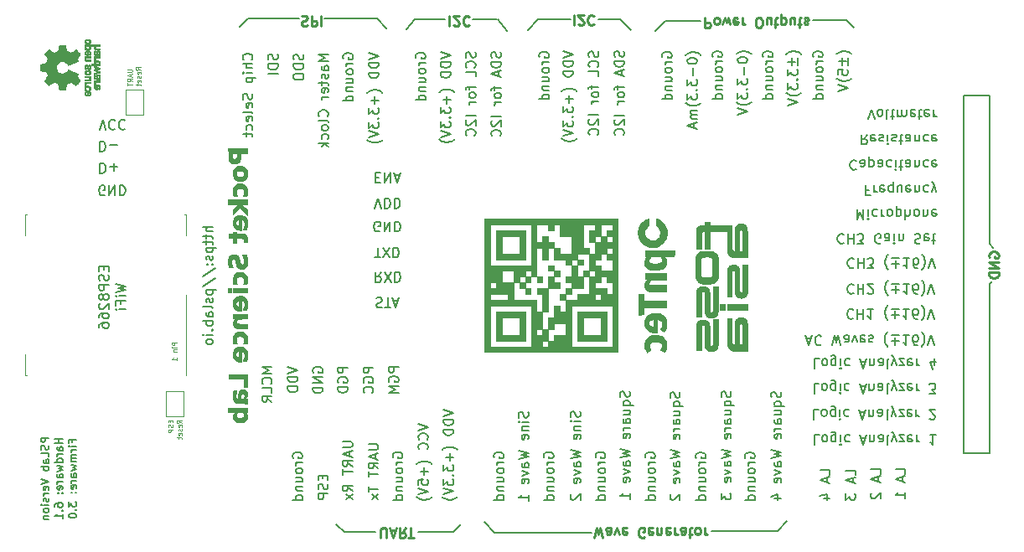
<source format=gbr>
G04 #@! TF.GenerationSoftware,KiCad,Pcbnew,5.0.2-bee76a0~70~ubuntu16.04.1*
G04 #@! TF.CreationDate,2019-03-24T22:43:38+05:30*
G04 #@! TF.ProjectId,PSLab,50534c61-622e-46b6-9963-61645f706362,v5.1*
G04 #@! TF.SameCoordinates,Original*
G04 #@! TF.FileFunction,Legend,Bot*
G04 #@! TF.FilePolarity,Positive*
%FSLAX46Y46*%
G04 Gerber Fmt 4.6, Leading zero omitted, Abs format (unit mm)*
G04 Created by KiCad (PCBNEW 5.0.2-bee76a0~70~ubuntu16.04.1) date Sun 24 Mar 2019 22:43:38 +0530*
%MOMM*%
%LPD*%
G01*
G04 APERTURE LIST*
%ADD10C,0.125000*%
%ADD11C,0.200000*%
%ADD12C,0.250000*%
%ADD13C,0.100000*%
%ADD14C,0.010000*%
%ADD15C,0.120000*%
G04 APERTURE END LIST*
D10*
X101648690Y-66004464D02*
X102053452Y-66004464D01*
X102101071Y-66028273D01*
X102124880Y-66052083D01*
X102148690Y-66099702D01*
X102148690Y-66194940D01*
X102124880Y-66242559D01*
X102101071Y-66266369D01*
X102053452Y-66290178D01*
X101648690Y-66290178D01*
X102005833Y-66504464D02*
X102005833Y-66742559D01*
X102148690Y-66456845D02*
X101648690Y-66623511D01*
X102148690Y-66790178D01*
X102148690Y-67242559D02*
X101910595Y-67075892D01*
X102148690Y-66956845D02*
X101648690Y-66956845D01*
X101648690Y-67147321D01*
X101672500Y-67194940D01*
X101696309Y-67218750D01*
X101743928Y-67242559D01*
X101815357Y-67242559D01*
X101862976Y-67218750D01*
X101886785Y-67194940D01*
X101910595Y-67147321D01*
X101910595Y-66956845D01*
X101648690Y-67385416D02*
X101648690Y-67671130D01*
X102148690Y-67528273D02*
X101648690Y-67528273D01*
X103023690Y-66075892D02*
X102785595Y-65909226D01*
X103023690Y-65790178D02*
X102523690Y-65790178D01*
X102523690Y-65980654D01*
X102547500Y-66028273D01*
X102571309Y-66052083D01*
X102618928Y-66075892D01*
X102690357Y-66075892D01*
X102737976Y-66052083D01*
X102761785Y-66028273D01*
X102785595Y-65980654D01*
X102785595Y-65790178D01*
X102999880Y-66480654D02*
X103023690Y-66433035D01*
X103023690Y-66337797D01*
X102999880Y-66290178D01*
X102952261Y-66266369D01*
X102761785Y-66266369D01*
X102714166Y-66290178D01*
X102690357Y-66337797D01*
X102690357Y-66433035D01*
X102714166Y-66480654D01*
X102761785Y-66504464D01*
X102809404Y-66504464D01*
X102857023Y-66266369D01*
X102999880Y-66694940D02*
X103023690Y-66742559D01*
X103023690Y-66837797D01*
X102999880Y-66885416D01*
X102952261Y-66909226D01*
X102928452Y-66909226D01*
X102880833Y-66885416D01*
X102857023Y-66837797D01*
X102857023Y-66766369D01*
X102833214Y-66718750D01*
X102785595Y-66694940D01*
X102761785Y-66694940D01*
X102714166Y-66718750D01*
X102690357Y-66766369D01*
X102690357Y-66837797D01*
X102714166Y-66885416D01*
X102999880Y-67313988D02*
X103023690Y-67266369D01*
X103023690Y-67171130D01*
X102999880Y-67123511D01*
X102952261Y-67099702D01*
X102761785Y-67099702D01*
X102714166Y-67123511D01*
X102690357Y-67171130D01*
X102690357Y-67266369D01*
X102714166Y-67313988D01*
X102761785Y-67337797D01*
X102809404Y-67337797D01*
X102857023Y-67099702D01*
X102690357Y-67480654D02*
X102690357Y-67671130D01*
X102523690Y-67552083D02*
X102952261Y-67552083D01*
X102999880Y-67575892D01*
X103023690Y-67623511D01*
X103023690Y-67671130D01*
X106026785Y-101460297D02*
X106026785Y-101626964D01*
X106288690Y-101698392D02*
X106288690Y-101460297D01*
X105788690Y-101460297D01*
X105788690Y-101698392D01*
X106264880Y-101888869D02*
X106288690Y-101960297D01*
X106288690Y-102079345D01*
X106264880Y-102126964D01*
X106241071Y-102150773D01*
X106193452Y-102174583D01*
X106145833Y-102174583D01*
X106098214Y-102150773D01*
X106074404Y-102126964D01*
X106050595Y-102079345D01*
X106026785Y-101984107D01*
X106002976Y-101936488D01*
X105979166Y-101912678D01*
X105931547Y-101888869D01*
X105883928Y-101888869D01*
X105836309Y-101912678D01*
X105812500Y-101936488D01*
X105788690Y-101984107D01*
X105788690Y-102103154D01*
X105812500Y-102174583D01*
X106288690Y-102388869D02*
X105788690Y-102388869D01*
X105788690Y-102579345D01*
X105812500Y-102626964D01*
X105836309Y-102650773D01*
X105883928Y-102674583D01*
X105955357Y-102674583D01*
X106002976Y-102650773D01*
X106026785Y-102626964D01*
X106050595Y-102579345D01*
X106050595Y-102388869D01*
X107163690Y-101746011D02*
X106925595Y-101579345D01*
X107163690Y-101460297D02*
X106663690Y-101460297D01*
X106663690Y-101650773D01*
X106687500Y-101698392D01*
X106711309Y-101722202D01*
X106758928Y-101746011D01*
X106830357Y-101746011D01*
X106877976Y-101722202D01*
X106901785Y-101698392D01*
X106925595Y-101650773D01*
X106925595Y-101460297D01*
X107139880Y-102150773D02*
X107163690Y-102103154D01*
X107163690Y-102007916D01*
X107139880Y-101960297D01*
X107092261Y-101936488D01*
X106901785Y-101936488D01*
X106854166Y-101960297D01*
X106830357Y-102007916D01*
X106830357Y-102103154D01*
X106854166Y-102150773D01*
X106901785Y-102174583D01*
X106949404Y-102174583D01*
X106997023Y-101936488D01*
X107139880Y-102365059D02*
X107163690Y-102412678D01*
X107163690Y-102507916D01*
X107139880Y-102555535D01*
X107092261Y-102579345D01*
X107068452Y-102579345D01*
X107020833Y-102555535D01*
X106997023Y-102507916D01*
X106997023Y-102436488D01*
X106973214Y-102388869D01*
X106925595Y-102365059D01*
X106901785Y-102365059D01*
X106854166Y-102388869D01*
X106830357Y-102436488D01*
X106830357Y-102507916D01*
X106854166Y-102555535D01*
X107139880Y-102984107D02*
X107163690Y-102936488D01*
X107163690Y-102841250D01*
X107139880Y-102793630D01*
X107092261Y-102769821D01*
X106901785Y-102769821D01*
X106854166Y-102793630D01*
X106830357Y-102841250D01*
X106830357Y-102936488D01*
X106854166Y-102984107D01*
X106901785Y-103007916D01*
X106949404Y-103007916D01*
X106997023Y-102769821D01*
X106830357Y-103150773D02*
X106830357Y-103341250D01*
X106663690Y-103222202D02*
X107092261Y-103222202D01*
X107139880Y-103246011D01*
X107163690Y-103293630D01*
X107163690Y-103341250D01*
D11*
X121972380Y-64508095D02*
X120972380Y-64508095D01*
X121686666Y-64841428D01*
X120972380Y-65174761D01*
X121972380Y-65174761D01*
X121972380Y-66079523D02*
X121448571Y-66079523D01*
X121353333Y-66031904D01*
X121305714Y-65936666D01*
X121305714Y-65746190D01*
X121353333Y-65650952D01*
X121924761Y-66079523D02*
X121972380Y-65984285D01*
X121972380Y-65746190D01*
X121924761Y-65650952D01*
X121829523Y-65603333D01*
X121734285Y-65603333D01*
X121639047Y-65650952D01*
X121591428Y-65746190D01*
X121591428Y-65984285D01*
X121543809Y-66079523D01*
X121924761Y-66508095D02*
X121972380Y-66603333D01*
X121972380Y-66793809D01*
X121924761Y-66889047D01*
X121829523Y-66936666D01*
X121781904Y-66936666D01*
X121686666Y-66889047D01*
X121639047Y-66793809D01*
X121639047Y-66650952D01*
X121591428Y-66555714D01*
X121496190Y-66508095D01*
X121448571Y-66508095D01*
X121353333Y-66555714D01*
X121305714Y-66650952D01*
X121305714Y-66793809D01*
X121353333Y-66889047D01*
X121305714Y-67222380D02*
X121305714Y-67603333D01*
X120972380Y-67365238D02*
X121829523Y-67365238D01*
X121924761Y-67412857D01*
X121972380Y-67508095D01*
X121972380Y-67603333D01*
X121924761Y-68317619D02*
X121972380Y-68222380D01*
X121972380Y-68031904D01*
X121924761Y-67936666D01*
X121829523Y-67889047D01*
X121448571Y-67889047D01*
X121353333Y-67936666D01*
X121305714Y-68031904D01*
X121305714Y-68222380D01*
X121353333Y-68317619D01*
X121448571Y-68365238D01*
X121543809Y-68365238D01*
X121639047Y-67889047D01*
X121972380Y-68793809D02*
X121305714Y-68793809D01*
X121496190Y-68793809D02*
X121400952Y-68841428D01*
X121353333Y-68889047D01*
X121305714Y-68984285D01*
X121305714Y-69079523D01*
X121877142Y-70746190D02*
X121924761Y-70698571D01*
X121972380Y-70555714D01*
X121972380Y-70460476D01*
X121924761Y-70317619D01*
X121829523Y-70222380D01*
X121734285Y-70174761D01*
X121543809Y-70127142D01*
X121400952Y-70127142D01*
X121210476Y-70174761D01*
X121115238Y-70222380D01*
X121020000Y-70317619D01*
X120972380Y-70460476D01*
X120972380Y-70555714D01*
X121020000Y-70698571D01*
X121067619Y-70746190D01*
X121972380Y-71317619D02*
X121924761Y-71222380D01*
X121829523Y-71174761D01*
X120972380Y-71174761D01*
X121972380Y-71841428D02*
X121924761Y-71746190D01*
X121877142Y-71698571D01*
X121781904Y-71650952D01*
X121496190Y-71650952D01*
X121400952Y-71698571D01*
X121353333Y-71746190D01*
X121305714Y-71841428D01*
X121305714Y-71984285D01*
X121353333Y-72079523D01*
X121400952Y-72127142D01*
X121496190Y-72174761D01*
X121781904Y-72174761D01*
X121877142Y-72127142D01*
X121924761Y-72079523D01*
X121972380Y-71984285D01*
X121972380Y-71841428D01*
X121924761Y-73031904D02*
X121972380Y-72936666D01*
X121972380Y-72746190D01*
X121924761Y-72650952D01*
X121877142Y-72603333D01*
X121781904Y-72555714D01*
X121496190Y-72555714D01*
X121400952Y-72603333D01*
X121353333Y-72650952D01*
X121305714Y-72746190D01*
X121305714Y-72936666D01*
X121353333Y-73031904D01*
X121972380Y-73460476D02*
X120972380Y-73460476D01*
X121591428Y-73555714D02*
X121972380Y-73841428D01*
X121305714Y-73841428D02*
X121686666Y-73460476D01*
X119424761Y-64460476D02*
X119472380Y-64603333D01*
X119472380Y-64841428D01*
X119424761Y-64936666D01*
X119377142Y-64984285D01*
X119281904Y-65031904D01*
X119186666Y-65031904D01*
X119091428Y-64984285D01*
X119043809Y-64936666D01*
X118996190Y-64841428D01*
X118948571Y-64650952D01*
X118900952Y-64555714D01*
X118853333Y-64508095D01*
X118758095Y-64460476D01*
X118662857Y-64460476D01*
X118567619Y-64508095D01*
X118520000Y-64555714D01*
X118472380Y-64650952D01*
X118472380Y-64889047D01*
X118520000Y-65031904D01*
X119472380Y-65460476D02*
X118472380Y-65460476D01*
X118472380Y-65698571D01*
X118520000Y-65841428D01*
X118615238Y-65936666D01*
X118710476Y-65984285D01*
X118900952Y-66031904D01*
X119043809Y-66031904D01*
X119234285Y-65984285D01*
X119329523Y-65936666D01*
X119424761Y-65841428D01*
X119472380Y-65698571D01*
X119472380Y-65460476D01*
X118472380Y-66650952D02*
X118472380Y-66841428D01*
X118520000Y-66936666D01*
X118615238Y-67031904D01*
X118805714Y-67079523D01*
X119139047Y-67079523D01*
X119329523Y-67031904D01*
X119424761Y-66936666D01*
X119472380Y-66841428D01*
X119472380Y-66650952D01*
X119424761Y-66555714D01*
X119329523Y-66460476D01*
X119139047Y-66412857D01*
X118805714Y-66412857D01*
X118615238Y-66460476D01*
X118520000Y-66555714D01*
X118472380Y-66650952D01*
X116824761Y-64460476D02*
X116872380Y-64603333D01*
X116872380Y-64841428D01*
X116824761Y-64936666D01*
X116777142Y-64984285D01*
X116681904Y-65031904D01*
X116586666Y-65031904D01*
X116491428Y-64984285D01*
X116443809Y-64936666D01*
X116396190Y-64841428D01*
X116348571Y-64650952D01*
X116300952Y-64555714D01*
X116253333Y-64508095D01*
X116158095Y-64460476D01*
X116062857Y-64460476D01*
X115967619Y-64508095D01*
X115920000Y-64555714D01*
X115872380Y-64650952D01*
X115872380Y-64889047D01*
X115920000Y-65031904D01*
X116872380Y-65460476D02*
X115872380Y-65460476D01*
X115872380Y-65698571D01*
X115920000Y-65841428D01*
X116015238Y-65936666D01*
X116110476Y-65984285D01*
X116300952Y-66031904D01*
X116443809Y-66031904D01*
X116634285Y-65984285D01*
X116729523Y-65936666D01*
X116824761Y-65841428D01*
X116872380Y-65698571D01*
X116872380Y-65460476D01*
X116872380Y-66460476D02*
X115872380Y-66460476D01*
X114227142Y-65029523D02*
X114274761Y-64981904D01*
X114322380Y-64839047D01*
X114322380Y-64743809D01*
X114274761Y-64600952D01*
X114179523Y-64505714D01*
X114084285Y-64458095D01*
X113893809Y-64410476D01*
X113750952Y-64410476D01*
X113560476Y-64458095D01*
X113465238Y-64505714D01*
X113370000Y-64600952D01*
X113322380Y-64743809D01*
X113322380Y-64839047D01*
X113370000Y-64981904D01*
X113417619Y-65029523D01*
X114322380Y-65458095D02*
X113322380Y-65458095D01*
X114322380Y-65886666D02*
X113798571Y-65886666D01*
X113703333Y-65839047D01*
X113655714Y-65743809D01*
X113655714Y-65600952D01*
X113703333Y-65505714D01*
X113750952Y-65458095D01*
X114322380Y-66362857D02*
X113655714Y-66362857D01*
X113322380Y-66362857D02*
X113370000Y-66315238D01*
X113417619Y-66362857D01*
X113370000Y-66410476D01*
X113322380Y-66362857D01*
X113417619Y-66362857D01*
X113655714Y-66839047D02*
X114655714Y-66839047D01*
X113703333Y-66839047D02*
X113655714Y-66934285D01*
X113655714Y-67124761D01*
X113703333Y-67220000D01*
X113750952Y-67267619D01*
X113846190Y-67315238D01*
X114131904Y-67315238D01*
X114227142Y-67267619D01*
X114274761Y-67220000D01*
X114322380Y-67124761D01*
X114322380Y-66934285D01*
X114274761Y-66839047D01*
X114274761Y-68458095D02*
X114322380Y-68600952D01*
X114322380Y-68839047D01*
X114274761Y-68934285D01*
X114227142Y-68981904D01*
X114131904Y-69029523D01*
X114036666Y-69029523D01*
X113941428Y-68981904D01*
X113893809Y-68934285D01*
X113846190Y-68839047D01*
X113798571Y-68648571D01*
X113750952Y-68553333D01*
X113703333Y-68505714D01*
X113608095Y-68458095D01*
X113512857Y-68458095D01*
X113417619Y-68505714D01*
X113370000Y-68553333D01*
X113322380Y-68648571D01*
X113322380Y-68886666D01*
X113370000Y-69029523D01*
X114274761Y-69839047D02*
X114322380Y-69743809D01*
X114322380Y-69553333D01*
X114274761Y-69458095D01*
X114179523Y-69410476D01*
X113798571Y-69410476D01*
X113703333Y-69458095D01*
X113655714Y-69553333D01*
X113655714Y-69743809D01*
X113703333Y-69839047D01*
X113798571Y-69886666D01*
X113893809Y-69886666D01*
X113989047Y-69410476D01*
X114322380Y-70458095D02*
X114274761Y-70362857D01*
X114179523Y-70315238D01*
X113322380Y-70315238D01*
X114274761Y-71220000D02*
X114322380Y-71124761D01*
X114322380Y-70934285D01*
X114274761Y-70839047D01*
X114179523Y-70791428D01*
X113798571Y-70791428D01*
X113703333Y-70839047D01*
X113655714Y-70934285D01*
X113655714Y-71124761D01*
X113703333Y-71220000D01*
X113798571Y-71267619D01*
X113893809Y-71267619D01*
X113989047Y-70791428D01*
X114274761Y-72124761D02*
X114322380Y-72029523D01*
X114322380Y-71839047D01*
X114274761Y-71743809D01*
X114227142Y-71696190D01*
X114131904Y-71648571D01*
X113846190Y-71648571D01*
X113750952Y-71696190D01*
X113703333Y-71743809D01*
X113655714Y-71839047D01*
X113655714Y-72029523D01*
X113703333Y-72124761D01*
X113655714Y-72410476D02*
X113655714Y-72791428D01*
X113322380Y-72553333D02*
X114179523Y-72553333D01*
X114274761Y-72600952D01*
X114322380Y-72696190D01*
X114322380Y-72791428D01*
X123520000Y-64932857D02*
X123472380Y-64837619D01*
X123472380Y-64694761D01*
X123520000Y-64551904D01*
X123615238Y-64456666D01*
X123710476Y-64409047D01*
X123900952Y-64361428D01*
X124043809Y-64361428D01*
X124234285Y-64409047D01*
X124329523Y-64456666D01*
X124424761Y-64551904D01*
X124472380Y-64694761D01*
X124472380Y-64790000D01*
X124424761Y-64932857D01*
X124377142Y-64980476D01*
X124043809Y-64980476D01*
X124043809Y-64790000D01*
X124472380Y-65409047D02*
X123805714Y-65409047D01*
X123996190Y-65409047D02*
X123900952Y-65456666D01*
X123853333Y-65504285D01*
X123805714Y-65599523D01*
X123805714Y-65694761D01*
X124472380Y-66170952D02*
X124424761Y-66075714D01*
X124377142Y-66028095D01*
X124281904Y-65980476D01*
X123996190Y-65980476D01*
X123900952Y-66028095D01*
X123853333Y-66075714D01*
X123805714Y-66170952D01*
X123805714Y-66313809D01*
X123853333Y-66409047D01*
X123900952Y-66456666D01*
X123996190Y-66504285D01*
X124281904Y-66504285D01*
X124377142Y-66456666D01*
X124424761Y-66409047D01*
X124472380Y-66313809D01*
X124472380Y-66170952D01*
X123805714Y-67361428D02*
X124472380Y-67361428D01*
X123805714Y-66932857D02*
X124329523Y-66932857D01*
X124424761Y-66980476D01*
X124472380Y-67075714D01*
X124472380Y-67218571D01*
X124424761Y-67313809D01*
X124377142Y-67361428D01*
X123805714Y-67837619D02*
X124472380Y-67837619D01*
X123900952Y-67837619D02*
X123853333Y-67885238D01*
X123805714Y-67980476D01*
X123805714Y-68123333D01*
X123853333Y-68218571D01*
X123948571Y-68266190D01*
X124472380Y-68266190D01*
X124472380Y-69170952D02*
X123472380Y-69170952D01*
X124424761Y-69170952D02*
X124472380Y-69075714D01*
X124472380Y-68885238D01*
X124424761Y-68790000D01*
X124377142Y-68742380D01*
X124281904Y-68694761D01*
X123996190Y-68694761D01*
X123900952Y-68742380D01*
X123853333Y-68790000D01*
X123805714Y-68885238D01*
X123805714Y-69075714D01*
X123853333Y-69170952D01*
X126072380Y-64320952D02*
X127072380Y-64654285D01*
X126072380Y-64987619D01*
X127072380Y-65320952D02*
X126072380Y-65320952D01*
X126072380Y-65559047D01*
X126120000Y-65701904D01*
X126215238Y-65797142D01*
X126310476Y-65844761D01*
X126500952Y-65892380D01*
X126643809Y-65892380D01*
X126834285Y-65844761D01*
X126929523Y-65797142D01*
X127024761Y-65701904D01*
X127072380Y-65559047D01*
X127072380Y-65320952D01*
X127072380Y-66320952D02*
X126072380Y-66320952D01*
X126072380Y-66559047D01*
X126120000Y-66701904D01*
X126215238Y-66797142D01*
X126310476Y-66844761D01*
X126500952Y-66892380D01*
X126643809Y-66892380D01*
X126834285Y-66844761D01*
X126929523Y-66797142D01*
X127024761Y-66701904D01*
X127072380Y-66559047D01*
X127072380Y-66320952D01*
X127453333Y-68368571D02*
X127405714Y-68320952D01*
X127262857Y-68225714D01*
X127167619Y-68178095D01*
X127024761Y-68130476D01*
X126786666Y-68082857D01*
X126596190Y-68082857D01*
X126358095Y-68130476D01*
X126215238Y-68178095D01*
X126120000Y-68225714D01*
X125977142Y-68320952D01*
X125929523Y-68368571D01*
X126691428Y-68749523D02*
X126691428Y-69511428D01*
X127072380Y-69130476D02*
X126310476Y-69130476D01*
X126072380Y-69892380D02*
X126072380Y-70511428D01*
X126453333Y-70178095D01*
X126453333Y-70320952D01*
X126500952Y-70416190D01*
X126548571Y-70463809D01*
X126643809Y-70511428D01*
X126881904Y-70511428D01*
X126977142Y-70463809D01*
X127024761Y-70416190D01*
X127072380Y-70320952D01*
X127072380Y-70035238D01*
X127024761Y-69940000D01*
X126977142Y-69892380D01*
X126977142Y-70940000D02*
X127024761Y-70987619D01*
X127072380Y-70940000D01*
X127024761Y-70892380D01*
X126977142Y-70940000D01*
X127072380Y-70940000D01*
X126072380Y-71320952D02*
X126072380Y-71940000D01*
X126453333Y-71606666D01*
X126453333Y-71749523D01*
X126500952Y-71844761D01*
X126548571Y-71892380D01*
X126643809Y-71940000D01*
X126881904Y-71940000D01*
X126977142Y-71892380D01*
X127024761Y-71844761D01*
X127072380Y-71749523D01*
X127072380Y-71463809D01*
X127024761Y-71368571D01*
X126977142Y-71320952D01*
X126072380Y-72225714D02*
X127072380Y-72559047D01*
X126072380Y-72892380D01*
X127453333Y-73130476D02*
X127405714Y-73178095D01*
X127262857Y-73273333D01*
X127167619Y-73320952D01*
X127024761Y-73368571D01*
X126786666Y-73416190D01*
X126596190Y-73416190D01*
X126358095Y-73368571D01*
X126215238Y-73320952D01*
X126120000Y-73273333D01*
X125977142Y-73178095D01*
X125929523Y-73130476D01*
D12*
X119266190Y-60645238D02*
X119409047Y-60597619D01*
X119647142Y-60597619D01*
X119742380Y-60645238D01*
X119790000Y-60692857D01*
X119837619Y-60788095D01*
X119837619Y-60883333D01*
X119790000Y-60978571D01*
X119742380Y-61026190D01*
X119647142Y-61073809D01*
X119456666Y-61121428D01*
X119361428Y-61169047D01*
X119313809Y-61216666D01*
X119266190Y-61311904D01*
X119266190Y-61407142D01*
X119313809Y-61502380D01*
X119361428Y-61550000D01*
X119456666Y-61597619D01*
X119694761Y-61597619D01*
X119837619Y-61550000D01*
X120266190Y-60597619D02*
X120266190Y-61597619D01*
X120647142Y-61597619D01*
X120742380Y-61550000D01*
X120790000Y-61502380D01*
X120837619Y-61407142D01*
X120837619Y-61264285D01*
X120790000Y-61169047D01*
X120742380Y-61121428D01*
X120647142Y-61073809D01*
X120266190Y-61073809D01*
X121266190Y-60597619D02*
X121266190Y-61597619D01*
D11*
X121570000Y-60840000D02*
X126930000Y-60840000D01*
X126940000Y-60850000D02*
X127830000Y-61900000D01*
X119000000Y-60840000D02*
X113900000Y-60840000D01*
X113900000Y-60840000D02*
X113040000Y-61700000D01*
X93731904Y-103235714D02*
X92931904Y-103235714D01*
X92931904Y-103540476D01*
X92970000Y-103616666D01*
X93008095Y-103654761D01*
X93084285Y-103692857D01*
X93198571Y-103692857D01*
X93274761Y-103654761D01*
X93312857Y-103616666D01*
X93350952Y-103540476D01*
X93350952Y-103235714D01*
X93693809Y-103997619D02*
X93731904Y-104111904D01*
X93731904Y-104302380D01*
X93693809Y-104378571D01*
X93655714Y-104416666D01*
X93579523Y-104454761D01*
X93503333Y-104454761D01*
X93427142Y-104416666D01*
X93389047Y-104378571D01*
X93350952Y-104302380D01*
X93312857Y-104150000D01*
X93274761Y-104073809D01*
X93236666Y-104035714D01*
X93160476Y-103997619D01*
X93084285Y-103997619D01*
X93008095Y-104035714D01*
X92970000Y-104073809D01*
X92931904Y-104150000D01*
X92931904Y-104340476D01*
X92970000Y-104454761D01*
X93731904Y-105178571D02*
X93731904Y-104797619D01*
X92931904Y-104797619D01*
X93731904Y-105788095D02*
X93312857Y-105788095D01*
X93236666Y-105750000D01*
X93198571Y-105673809D01*
X93198571Y-105521428D01*
X93236666Y-105445238D01*
X93693809Y-105788095D02*
X93731904Y-105711904D01*
X93731904Y-105521428D01*
X93693809Y-105445238D01*
X93617619Y-105407142D01*
X93541428Y-105407142D01*
X93465238Y-105445238D01*
X93427142Y-105521428D01*
X93427142Y-105711904D01*
X93389047Y-105788095D01*
X93731904Y-106169047D02*
X92931904Y-106169047D01*
X93236666Y-106169047D02*
X93198571Y-106245238D01*
X93198571Y-106397619D01*
X93236666Y-106473809D01*
X93274761Y-106511904D01*
X93350952Y-106550000D01*
X93579523Y-106550000D01*
X93655714Y-106511904D01*
X93693809Y-106473809D01*
X93731904Y-106397619D01*
X93731904Y-106245238D01*
X93693809Y-106169047D01*
X92931904Y-107388095D02*
X93731904Y-107654761D01*
X92931904Y-107921428D01*
X93693809Y-108492857D02*
X93731904Y-108416666D01*
X93731904Y-108264285D01*
X93693809Y-108188095D01*
X93617619Y-108150000D01*
X93312857Y-108150000D01*
X93236666Y-108188095D01*
X93198571Y-108264285D01*
X93198571Y-108416666D01*
X93236666Y-108492857D01*
X93312857Y-108530952D01*
X93389047Y-108530952D01*
X93465238Y-108150000D01*
X93731904Y-108873809D02*
X93198571Y-108873809D01*
X93350952Y-108873809D02*
X93274761Y-108911904D01*
X93236666Y-108950000D01*
X93198571Y-109026190D01*
X93198571Y-109102380D01*
X93693809Y-109330952D02*
X93731904Y-109407142D01*
X93731904Y-109559523D01*
X93693809Y-109635714D01*
X93617619Y-109673809D01*
X93579523Y-109673809D01*
X93503333Y-109635714D01*
X93465238Y-109559523D01*
X93465238Y-109445238D01*
X93427142Y-109369047D01*
X93350952Y-109330952D01*
X93312857Y-109330952D01*
X93236666Y-109369047D01*
X93198571Y-109445238D01*
X93198571Y-109559523D01*
X93236666Y-109635714D01*
X93731904Y-110016666D02*
X93198571Y-110016666D01*
X92931904Y-110016666D02*
X92970000Y-109978571D01*
X93008095Y-110016666D01*
X92970000Y-110054761D01*
X92931904Y-110016666D01*
X93008095Y-110016666D01*
X93731904Y-110511904D02*
X93693809Y-110435714D01*
X93655714Y-110397619D01*
X93579523Y-110359523D01*
X93350952Y-110359523D01*
X93274761Y-110397619D01*
X93236666Y-110435714D01*
X93198571Y-110511904D01*
X93198571Y-110626190D01*
X93236666Y-110702380D01*
X93274761Y-110740476D01*
X93350952Y-110778571D01*
X93579523Y-110778571D01*
X93655714Y-110740476D01*
X93693809Y-110702380D01*
X93731904Y-110626190D01*
X93731904Y-110511904D01*
X93198571Y-111121428D02*
X93731904Y-111121428D01*
X93274761Y-111121428D02*
X93236666Y-111159523D01*
X93198571Y-111235714D01*
X93198571Y-111350000D01*
X93236666Y-111426190D01*
X93312857Y-111464285D01*
X93731904Y-111464285D01*
X95131904Y-103330952D02*
X94331904Y-103330952D01*
X94712857Y-103330952D02*
X94712857Y-103788095D01*
X95131904Y-103788095D02*
X94331904Y-103788095D01*
X95131904Y-104511904D02*
X94712857Y-104511904D01*
X94636666Y-104473809D01*
X94598571Y-104397619D01*
X94598571Y-104245238D01*
X94636666Y-104169047D01*
X95093809Y-104511904D02*
X95131904Y-104435714D01*
X95131904Y-104245238D01*
X95093809Y-104169047D01*
X95017619Y-104130952D01*
X94941428Y-104130952D01*
X94865238Y-104169047D01*
X94827142Y-104245238D01*
X94827142Y-104435714D01*
X94789047Y-104511904D01*
X95131904Y-104892857D02*
X94598571Y-104892857D01*
X94750952Y-104892857D02*
X94674761Y-104930952D01*
X94636666Y-104969047D01*
X94598571Y-105045238D01*
X94598571Y-105121428D01*
X95131904Y-105730952D02*
X94331904Y-105730952D01*
X95093809Y-105730952D02*
X95131904Y-105654761D01*
X95131904Y-105502380D01*
X95093809Y-105426190D01*
X95055714Y-105388095D01*
X94979523Y-105350000D01*
X94750952Y-105350000D01*
X94674761Y-105388095D01*
X94636666Y-105426190D01*
X94598571Y-105502380D01*
X94598571Y-105654761D01*
X94636666Y-105730952D01*
X94598571Y-106035714D02*
X95131904Y-106188095D01*
X94750952Y-106340476D01*
X95131904Y-106492857D01*
X94598571Y-106645238D01*
X95131904Y-107292857D02*
X94712857Y-107292857D01*
X94636666Y-107254761D01*
X94598571Y-107178571D01*
X94598571Y-107026190D01*
X94636666Y-106950000D01*
X95093809Y-107292857D02*
X95131904Y-107216666D01*
X95131904Y-107026190D01*
X95093809Y-106950000D01*
X95017619Y-106911904D01*
X94941428Y-106911904D01*
X94865238Y-106950000D01*
X94827142Y-107026190D01*
X94827142Y-107216666D01*
X94789047Y-107292857D01*
X95131904Y-107673809D02*
X94598571Y-107673809D01*
X94750952Y-107673809D02*
X94674761Y-107711904D01*
X94636666Y-107750000D01*
X94598571Y-107826190D01*
X94598571Y-107902380D01*
X95093809Y-108473809D02*
X95131904Y-108397619D01*
X95131904Y-108245238D01*
X95093809Y-108169047D01*
X95017619Y-108130952D01*
X94712857Y-108130952D01*
X94636666Y-108169047D01*
X94598571Y-108245238D01*
X94598571Y-108397619D01*
X94636666Y-108473809D01*
X94712857Y-108511904D01*
X94789047Y-108511904D01*
X94865238Y-108130952D01*
X95055714Y-108854761D02*
X95093809Y-108892857D01*
X95131904Y-108854761D01*
X95093809Y-108816666D01*
X95055714Y-108854761D01*
X95131904Y-108854761D01*
X94636666Y-108854761D02*
X94674761Y-108892857D01*
X94712857Y-108854761D01*
X94674761Y-108816666D01*
X94636666Y-108854761D01*
X94712857Y-108854761D01*
X94331904Y-110188095D02*
X94331904Y-110035714D01*
X94370000Y-109959523D01*
X94408095Y-109921428D01*
X94522380Y-109845238D01*
X94674761Y-109807142D01*
X94979523Y-109807142D01*
X95055714Y-109845238D01*
X95093809Y-109883333D01*
X95131904Y-109959523D01*
X95131904Y-110111904D01*
X95093809Y-110188095D01*
X95055714Y-110226190D01*
X94979523Y-110264285D01*
X94789047Y-110264285D01*
X94712857Y-110226190D01*
X94674761Y-110188095D01*
X94636666Y-110111904D01*
X94636666Y-109959523D01*
X94674761Y-109883333D01*
X94712857Y-109845238D01*
X94789047Y-109807142D01*
X95055714Y-110607142D02*
X95093809Y-110645238D01*
X95131904Y-110607142D01*
X95093809Y-110569047D01*
X95055714Y-110607142D01*
X95131904Y-110607142D01*
X95131904Y-111407142D02*
X95131904Y-110950000D01*
X95131904Y-111178571D02*
X94331904Y-111178571D01*
X94446190Y-111102380D01*
X94522380Y-111026190D01*
X94560476Y-110950000D01*
X96112857Y-103673809D02*
X96112857Y-103407142D01*
X96531904Y-103407142D02*
X95731904Y-103407142D01*
X95731904Y-103788095D01*
X96531904Y-104092857D02*
X95998571Y-104092857D01*
X95731904Y-104092857D02*
X95770000Y-104054761D01*
X95808095Y-104092857D01*
X95770000Y-104130952D01*
X95731904Y-104092857D01*
X95808095Y-104092857D01*
X96531904Y-104473809D02*
X95998571Y-104473809D01*
X96150952Y-104473809D02*
X96074761Y-104511904D01*
X96036666Y-104550000D01*
X95998571Y-104626190D01*
X95998571Y-104702380D01*
X96531904Y-104969047D02*
X95998571Y-104969047D01*
X96074761Y-104969047D02*
X96036666Y-105007142D01*
X95998571Y-105083333D01*
X95998571Y-105197619D01*
X96036666Y-105273809D01*
X96112857Y-105311904D01*
X96531904Y-105311904D01*
X96112857Y-105311904D02*
X96036666Y-105350000D01*
X95998571Y-105426190D01*
X95998571Y-105540476D01*
X96036666Y-105616666D01*
X96112857Y-105654761D01*
X96531904Y-105654761D01*
X95998571Y-105959523D02*
X96531904Y-106111904D01*
X96150952Y-106264285D01*
X96531904Y-106416666D01*
X95998571Y-106569047D01*
X96531904Y-107216666D02*
X96112857Y-107216666D01*
X96036666Y-107178571D01*
X95998571Y-107102380D01*
X95998571Y-106950000D01*
X96036666Y-106873809D01*
X96493809Y-107216666D02*
X96531904Y-107140476D01*
X96531904Y-106950000D01*
X96493809Y-106873809D01*
X96417619Y-106835714D01*
X96341428Y-106835714D01*
X96265238Y-106873809D01*
X96227142Y-106950000D01*
X96227142Y-107140476D01*
X96189047Y-107216666D01*
X96531904Y-107597619D02*
X95998571Y-107597619D01*
X96150952Y-107597619D02*
X96074761Y-107635714D01*
X96036666Y-107673809D01*
X95998571Y-107750000D01*
X95998571Y-107826190D01*
X96493809Y-108397619D02*
X96531904Y-108321428D01*
X96531904Y-108169047D01*
X96493809Y-108092857D01*
X96417619Y-108054761D01*
X96112857Y-108054761D01*
X96036666Y-108092857D01*
X95998571Y-108169047D01*
X95998571Y-108321428D01*
X96036666Y-108397619D01*
X96112857Y-108435714D01*
X96189047Y-108435714D01*
X96265238Y-108054761D01*
X96455714Y-108778571D02*
X96493809Y-108816666D01*
X96531904Y-108778571D01*
X96493809Y-108740476D01*
X96455714Y-108778571D01*
X96531904Y-108778571D01*
X96036666Y-108778571D02*
X96074761Y-108816666D01*
X96112857Y-108778571D01*
X96074761Y-108740476D01*
X96036666Y-108778571D01*
X96112857Y-108778571D01*
X95731904Y-109692857D02*
X95731904Y-110188095D01*
X96036666Y-109921428D01*
X96036666Y-110035714D01*
X96074761Y-110111904D01*
X96112857Y-110150000D01*
X96189047Y-110188095D01*
X96379523Y-110188095D01*
X96455714Y-110150000D01*
X96493809Y-110111904D01*
X96531904Y-110035714D01*
X96531904Y-109807142D01*
X96493809Y-109730952D01*
X96455714Y-109692857D01*
X96455714Y-110530952D02*
X96493809Y-110569047D01*
X96531904Y-110530952D01*
X96493809Y-110492857D01*
X96455714Y-110530952D01*
X96531904Y-110530952D01*
X95731904Y-111064285D02*
X95731904Y-111140476D01*
X95770000Y-111216666D01*
X95808095Y-111254761D01*
X95884285Y-111292857D01*
X96036666Y-111330952D01*
X96227142Y-111330952D01*
X96379523Y-111292857D01*
X96455714Y-111254761D01*
X96493809Y-111216666D01*
X96531904Y-111140476D01*
X96531904Y-111064285D01*
X96493809Y-110988095D01*
X96455714Y-110950000D01*
X96379523Y-110911904D01*
X96227142Y-110873809D01*
X96036666Y-110873809D01*
X95884285Y-110911904D01*
X95808095Y-110950000D01*
X95770000Y-110988095D01*
X95731904Y-111064285D01*
X110302380Y-81969047D02*
X109302380Y-81969047D01*
X110302380Y-82397619D02*
X109778571Y-82397619D01*
X109683333Y-82350000D01*
X109635714Y-82254761D01*
X109635714Y-82111904D01*
X109683333Y-82016666D01*
X109730952Y-81969047D01*
X109635714Y-82730952D02*
X109635714Y-83111904D01*
X109302380Y-82873809D02*
X110159523Y-82873809D01*
X110254761Y-82921428D01*
X110302380Y-83016666D01*
X110302380Y-83111904D01*
X109635714Y-83302380D02*
X109635714Y-83683333D01*
X109302380Y-83445238D02*
X110159523Y-83445238D01*
X110254761Y-83492857D01*
X110302380Y-83588095D01*
X110302380Y-83683333D01*
X109635714Y-84016666D02*
X110635714Y-84016666D01*
X109683333Y-84016666D02*
X109635714Y-84111904D01*
X109635714Y-84302380D01*
X109683333Y-84397619D01*
X109730952Y-84445238D01*
X109826190Y-84492857D01*
X110111904Y-84492857D01*
X110207142Y-84445238D01*
X110254761Y-84397619D01*
X110302380Y-84302380D01*
X110302380Y-84111904D01*
X110254761Y-84016666D01*
X110254761Y-84873809D02*
X110302380Y-84969047D01*
X110302380Y-85159523D01*
X110254761Y-85254761D01*
X110159523Y-85302380D01*
X110111904Y-85302380D01*
X110016666Y-85254761D01*
X109969047Y-85159523D01*
X109969047Y-85016666D01*
X109921428Y-84921428D01*
X109826190Y-84873809D01*
X109778571Y-84873809D01*
X109683333Y-84921428D01*
X109635714Y-85016666D01*
X109635714Y-85159523D01*
X109683333Y-85254761D01*
X110207142Y-85730952D02*
X110254761Y-85778571D01*
X110302380Y-85730952D01*
X110254761Y-85683333D01*
X110207142Y-85730952D01*
X110302380Y-85730952D01*
X109683333Y-85730952D02*
X109730952Y-85778571D01*
X109778571Y-85730952D01*
X109730952Y-85683333D01*
X109683333Y-85730952D01*
X109778571Y-85730952D01*
X109254761Y-86921428D02*
X110540476Y-86064285D01*
X109254761Y-87969047D02*
X110540476Y-87111904D01*
X109635714Y-88302380D02*
X110635714Y-88302380D01*
X109683333Y-88302380D02*
X109635714Y-88397619D01*
X109635714Y-88588095D01*
X109683333Y-88683333D01*
X109730952Y-88730952D01*
X109826190Y-88778571D01*
X110111904Y-88778571D01*
X110207142Y-88730952D01*
X110254761Y-88683333D01*
X110302380Y-88588095D01*
X110302380Y-88397619D01*
X110254761Y-88302380D01*
X110254761Y-89159523D02*
X110302380Y-89254761D01*
X110302380Y-89445238D01*
X110254761Y-89540476D01*
X110159523Y-89588095D01*
X110111904Y-89588095D01*
X110016666Y-89540476D01*
X109969047Y-89445238D01*
X109969047Y-89302380D01*
X109921428Y-89207142D01*
X109826190Y-89159523D01*
X109778571Y-89159523D01*
X109683333Y-89207142D01*
X109635714Y-89302380D01*
X109635714Y-89445238D01*
X109683333Y-89540476D01*
X110302380Y-90159523D02*
X110254761Y-90064285D01*
X110159523Y-90016666D01*
X109302380Y-90016666D01*
X110302380Y-90969047D02*
X109778571Y-90969047D01*
X109683333Y-90921428D01*
X109635714Y-90826190D01*
X109635714Y-90635714D01*
X109683333Y-90540476D01*
X110254761Y-90969047D02*
X110302380Y-90873809D01*
X110302380Y-90635714D01*
X110254761Y-90540476D01*
X110159523Y-90492857D01*
X110064285Y-90492857D01*
X109969047Y-90540476D01*
X109921428Y-90635714D01*
X109921428Y-90873809D01*
X109873809Y-90969047D01*
X110302380Y-91445238D02*
X109302380Y-91445238D01*
X109683333Y-91445238D02*
X109635714Y-91540476D01*
X109635714Y-91730952D01*
X109683333Y-91826190D01*
X109730952Y-91873809D01*
X109826190Y-91921428D01*
X110111904Y-91921428D01*
X110207142Y-91873809D01*
X110254761Y-91826190D01*
X110302380Y-91730952D01*
X110302380Y-91540476D01*
X110254761Y-91445238D01*
X110207142Y-92349999D02*
X110254761Y-92397619D01*
X110302380Y-92349999D01*
X110254761Y-92302380D01*
X110207142Y-92349999D01*
X110302380Y-92349999D01*
X110302380Y-92826190D02*
X109635714Y-92826190D01*
X109302380Y-92826190D02*
X109350000Y-92778571D01*
X109397619Y-92826190D01*
X109350000Y-92873809D01*
X109302380Y-92826190D01*
X109397619Y-92826190D01*
X110302380Y-93445238D02*
X110254761Y-93349999D01*
X110207142Y-93302380D01*
X110111904Y-93254761D01*
X109826190Y-93254761D01*
X109730952Y-93302380D01*
X109683333Y-93349999D01*
X109635714Y-93445238D01*
X109635714Y-93588095D01*
X109683333Y-93683333D01*
X109730952Y-93730952D01*
X109826190Y-93778571D01*
X110111904Y-93778571D01*
X110207142Y-93730952D01*
X110254761Y-93683333D01*
X110302380Y-93588095D01*
X110302380Y-93445238D01*
X126844761Y-89135238D02*
X126987619Y-89087619D01*
X127225714Y-89087619D01*
X127320952Y-89135238D01*
X127368571Y-89182857D01*
X127416190Y-89278095D01*
X127416190Y-89373333D01*
X127368571Y-89468571D01*
X127320952Y-89516190D01*
X127225714Y-89563809D01*
X127035238Y-89611428D01*
X126940000Y-89659047D01*
X126892380Y-89706666D01*
X126844761Y-89801904D01*
X126844761Y-89897142D01*
X126892380Y-89992380D01*
X126940000Y-90040000D01*
X127035238Y-90087619D01*
X127273333Y-90087619D01*
X127416190Y-90040000D01*
X127701904Y-90087619D02*
X128273333Y-90087619D01*
X127987619Y-89087619D02*
X127987619Y-90087619D01*
X128559047Y-89373333D02*
X129035238Y-89373333D01*
X128463809Y-89087619D02*
X128797142Y-90087619D01*
X129130476Y-89087619D01*
X127313333Y-86487619D02*
X126980000Y-86963809D01*
X126741904Y-86487619D02*
X126741904Y-87487619D01*
X127122857Y-87487619D01*
X127218095Y-87440000D01*
X127265714Y-87392380D01*
X127313333Y-87297142D01*
X127313333Y-87154285D01*
X127265714Y-87059047D01*
X127218095Y-87011428D01*
X127122857Y-86963809D01*
X126741904Y-86963809D01*
X127646666Y-87487619D02*
X128313333Y-86487619D01*
X128313333Y-87487619D02*
X127646666Y-86487619D01*
X128694285Y-86487619D02*
X128694285Y-87487619D01*
X128932380Y-87487619D01*
X129075238Y-87440000D01*
X129170476Y-87344761D01*
X129218095Y-87249523D01*
X129265714Y-87059047D01*
X129265714Y-86916190D01*
X129218095Y-86725714D01*
X129170476Y-86630476D01*
X129075238Y-86535238D01*
X128932380Y-86487619D01*
X128694285Y-86487619D01*
X126678095Y-85017619D02*
X127249523Y-85017619D01*
X126963809Y-84017619D02*
X126963809Y-85017619D01*
X127487619Y-85017619D02*
X128154285Y-84017619D01*
X128154285Y-85017619D02*
X127487619Y-84017619D01*
X128535238Y-84017619D02*
X128535238Y-85017619D01*
X128773333Y-85017619D01*
X128916190Y-84970000D01*
X129011428Y-84874761D01*
X129059047Y-84779523D01*
X129106666Y-84589047D01*
X129106666Y-84446190D01*
X129059047Y-84255714D01*
X129011428Y-84160476D01*
X128916190Y-84065238D01*
X128773333Y-84017619D01*
X128535238Y-84017619D01*
X127158095Y-82350000D02*
X127062857Y-82397619D01*
X126920000Y-82397619D01*
X126777142Y-82350000D01*
X126681904Y-82254761D01*
X126634285Y-82159523D01*
X126586666Y-81969047D01*
X126586666Y-81826190D01*
X126634285Y-81635714D01*
X126681904Y-81540476D01*
X126777142Y-81445238D01*
X126920000Y-81397619D01*
X127015238Y-81397619D01*
X127158095Y-81445238D01*
X127205714Y-81492857D01*
X127205714Y-81826190D01*
X127015238Y-81826190D01*
X127634285Y-81397619D02*
X127634285Y-82397619D01*
X128205714Y-81397619D01*
X128205714Y-82397619D01*
X128681904Y-81397619D02*
X128681904Y-82397619D01*
X128920000Y-82397619D01*
X129062857Y-82350000D01*
X129158095Y-82254761D01*
X129205714Y-82159523D01*
X129253333Y-81969047D01*
X129253333Y-81826190D01*
X129205714Y-81635714D01*
X129158095Y-81540476D01*
X129062857Y-81445238D01*
X128920000Y-81397619D01*
X128681904Y-81397619D01*
X126773333Y-76971428D02*
X127106666Y-76971428D01*
X127249523Y-76447619D02*
X126773333Y-76447619D01*
X126773333Y-77447619D01*
X127249523Y-77447619D01*
X127678095Y-76447619D02*
X127678095Y-77447619D01*
X128249523Y-76447619D01*
X128249523Y-77447619D01*
X128678095Y-76733333D02*
X129154285Y-76733333D01*
X128582857Y-76447619D02*
X128916190Y-77447619D01*
X129249523Y-76447619D01*
X126656666Y-80037619D02*
X126990000Y-79037619D01*
X127323333Y-80037619D01*
X127656666Y-79037619D02*
X127656666Y-80037619D01*
X127894761Y-80037619D01*
X128037619Y-79990000D01*
X128132857Y-79894761D01*
X128180476Y-79799523D01*
X128228095Y-79609047D01*
X128228095Y-79466190D01*
X128180476Y-79275714D01*
X128132857Y-79180476D01*
X128037619Y-79085238D01*
X127894761Y-79037619D01*
X127656666Y-79037619D01*
X128656666Y-79037619D02*
X128656666Y-80037619D01*
X128894761Y-80037619D01*
X129037619Y-79990000D01*
X129132857Y-79894761D01*
X129180476Y-79799523D01*
X129228095Y-79609047D01*
X129228095Y-79466190D01*
X129180476Y-79275714D01*
X129132857Y-79180476D01*
X129037619Y-79085238D01*
X128894761Y-79037619D01*
X128656666Y-79037619D01*
X129082380Y-96066666D02*
X128082380Y-96066666D01*
X128082380Y-96447619D01*
X128130000Y-96542857D01*
X128177619Y-96590476D01*
X128272857Y-96638095D01*
X128415714Y-96638095D01*
X128510952Y-96590476D01*
X128558571Y-96542857D01*
X128606190Y-96447619D01*
X128606190Y-96066666D01*
X128130000Y-97590476D02*
X128082380Y-97495238D01*
X128082380Y-97352380D01*
X128130000Y-97209523D01*
X128225238Y-97114285D01*
X128320476Y-97066666D01*
X128510952Y-97019047D01*
X128653809Y-97019047D01*
X128844285Y-97066666D01*
X128939523Y-97114285D01*
X129034761Y-97209523D01*
X129082380Y-97352380D01*
X129082380Y-97447619D01*
X129034761Y-97590476D01*
X128987142Y-97638095D01*
X128653809Y-97638095D01*
X128653809Y-97447619D01*
X129082380Y-98066666D02*
X128082380Y-98066666D01*
X128796666Y-98400000D01*
X128082380Y-98733333D01*
X129082380Y-98733333D01*
X126512380Y-96138095D02*
X125512380Y-96138095D01*
X125512380Y-96519047D01*
X125560000Y-96614285D01*
X125607619Y-96661904D01*
X125702857Y-96709523D01*
X125845714Y-96709523D01*
X125940952Y-96661904D01*
X125988571Y-96614285D01*
X126036190Y-96519047D01*
X126036190Y-96138095D01*
X125560000Y-97661904D02*
X125512380Y-97566666D01*
X125512380Y-97423809D01*
X125560000Y-97280952D01*
X125655238Y-97185714D01*
X125750476Y-97138095D01*
X125940952Y-97090476D01*
X126083809Y-97090476D01*
X126274285Y-97138095D01*
X126369523Y-97185714D01*
X126464761Y-97280952D01*
X126512380Y-97423809D01*
X126512380Y-97519047D01*
X126464761Y-97661904D01*
X126417142Y-97709523D01*
X126083809Y-97709523D01*
X126083809Y-97519047D01*
X126417142Y-98709523D02*
X126464761Y-98661904D01*
X126512380Y-98519047D01*
X126512380Y-98423809D01*
X126464761Y-98280952D01*
X126369523Y-98185714D01*
X126274285Y-98138095D01*
X126083809Y-98090476D01*
X125940952Y-98090476D01*
X125750476Y-98138095D01*
X125655238Y-98185714D01*
X125560000Y-98280952D01*
X125512380Y-98423809D01*
X125512380Y-98519047D01*
X125560000Y-98661904D01*
X125607619Y-98709523D01*
X116272380Y-96071904D02*
X115272380Y-96071904D01*
X115986666Y-96405238D01*
X115272380Y-96738571D01*
X116272380Y-96738571D01*
X116177142Y-97786190D02*
X116224761Y-97738571D01*
X116272380Y-97595714D01*
X116272380Y-97500476D01*
X116224761Y-97357619D01*
X116129523Y-97262380D01*
X116034285Y-97214761D01*
X115843809Y-97167142D01*
X115700952Y-97167142D01*
X115510476Y-97214761D01*
X115415238Y-97262380D01*
X115320000Y-97357619D01*
X115272380Y-97500476D01*
X115272380Y-97595714D01*
X115320000Y-97738571D01*
X115367619Y-97786190D01*
X116272380Y-98690952D02*
X116272380Y-98214761D01*
X115272380Y-98214761D01*
X116272380Y-99595714D02*
X115796190Y-99262380D01*
X116272380Y-99024285D02*
X115272380Y-99024285D01*
X115272380Y-99405238D01*
X115320000Y-99500476D01*
X115367619Y-99548095D01*
X115462857Y-99595714D01*
X115605714Y-99595714D01*
X115700952Y-99548095D01*
X115748571Y-99500476D01*
X115796190Y-99405238D01*
X115796190Y-99024285D01*
X117882380Y-96066666D02*
X118882380Y-96400000D01*
X117882380Y-96733333D01*
X118882380Y-97066666D02*
X117882380Y-97066666D01*
X117882380Y-97304761D01*
X117930000Y-97447619D01*
X118025238Y-97542857D01*
X118120476Y-97590476D01*
X118310952Y-97638095D01*
X118453809Y-97638095D01*
X118644285Y-97590476D01*
X118739523Y-97542857D01*
X118834761Y-97447619D01*
X118882380Y-97304761D01*
X118882380Y-97066666D01*
X118882380Y-98066666D02*
X117882380Y-98066666D01*
X117882380Y-98304761D01*
X117930000Y-98447619D01*
X118025238Y-98542857D01*
X118120476Y-98590476D01*
X118310952Y-98638095D01*
X118453809Y-98638095D01*
X118644285Y-98590476D01*
X118739523Y-98542857D01*
X118834761Y-98447619D01*
X118882380Y-98304761D01*
X118882380Y-98066666D01*
X120460000Y-96638095D02*
X120412380Y-96542857D01*
X120412380Y-96400000D01*
X120460000Y-96257142D01*
X120555238Y-96161904D01*
X120650476Y-96114285D01*
X120840952Y-96066666D01*
X120983809Y-96066666D01*
X121174285Y-96114285D01*
X121269523Y-96161904D01*
X121364761Y-96257142D01*
X121412380Y-96400000D01*
X121412380Y-96495238D01*
X121364761Y-96638095D01*
X121317142Y-96685714D01*
X120983809Y-96685714D01*
X120983809Y-96495238D01*
X121412380Y-97114285D02*
X120412380Y-97114285D01*
X121412380Y-97685714D01*
X120412380Y-97685714D01*
X121412380Y-98161904D02*
X120412380Y-98161904D01*
X120412380Y-98400000D01*
X120460000Y-98542857D01*
X120555238Y-98638095D01*
X120650476Y-98685714D01*
X120840952Y-98733333D01*
X120983809Y-98733333D01*
X121174285Y-98685714D01*
X121269523Y-98638095D01*
X121364761Y-98542857D01*
X121412380Y-98400000D01*
X121412380Y-98161904D01*
X123932380Y-96138095D02*
X122932380Y-96138095D01*
X122932380Y-96519047D01*
X122980000Y-96614285D01*
X123027619Y-96661904D01*
X123122857Y-96709523D01*
X123265714Y-96709523D01*
X123360952Y-96661904D01*
X123408571Y-96614285D01*
X123456190Y-96519047D01*
X123456190Y-96138095D01*
X122980000Y-97661904D02*
X122932380Y-97566666D01*
X122932380Y-97423809D01*
X122980000Y-97280952D01*
X123075238Y-97185714D01*
X123170476Y-97138095D01*
X123360952Y-97090476D01*
X123503809Y-97090476D01*
X123694285Y-97138095D01*
X123789523Y-97185714D01*
X123884761Y-97280952D01*
X123932380Y-97423809D01*
X123932380Y-97519047D01*
X123884761Y-97661904D01*
X123837142Y-97709523D01*
X123503809Y-97709523D01*
X123503809Y-97519047D01*
X123932380Y-98138095D02*
X122932380Y-98138095D01*
X122932380Y-98376190D01*
X122980000Y-98519047D01*
X123075238Y-98614285D01*
X123170476Y-98661904D01*
X123360952Y-98709523D01*
X123503809Y-98709523D01*
X123694285Y-98661904D01*
X123789523Y-98614285D01*
X123884761Y-98519047D01*
X123932380Y-98376190D01*
X123932380Y-98138095D01*
X149234761Y-64195714D02*
X149282380Y-64338571D01*
X149282380Y-64576666D01*
X149234761Y-64671904D01*
X149187142Y-64719523D01*
X149091904Y-64767142D01*
X148996666Y-64767142D01*
X148901428Y-64719523D01*
X148853809Y-64671904D01*
X148806190Y-64576666D01*
X148758571Y-64386190D01*
X148710952Y-64290952D01*
X148663333Y-64243333D01*
X148568095Y-64195714D01*
X148472857Y-64195714D01*
X148377619Y-64243333D01*
X148330000Y-64290952D01*
X148282380Y-64386190D01*
X148282380Y-64624285D01*
X148330000Y-64767142D01*
X149187142Y-65767142D02*
X149234761Y-65719523D01*
X149282380Y-65576666D01*
X149282380Y-65481428D01*
X149234761Y-65338571D01*
X149139523Y-65243333D01*
X149044285Y-65195714D01*
X148853809Y-65148095D01*
X148710952Y-65148095D01*
X148520476Y-65195714D01*
X148425238Y-65243333D01*
X148330000Y-65338571D01*
X148282380Y-65481428D01*
X148282380Y-65576666D01*
X148330000Y-65719523D01*
X148377619Y-65767142D01*
X149282380Y-66671904D02*
X149282380Y-66195714D01*
X148282380Y-66195714D01*
X148615714Y-67624285D02*
X148615714Y-68005238D01*
X149282380Y-67767142D02*
X148425238Y-67767142D01*
X148330000Y-67814761D01*
X148282380Y-67910000D01*
X148282380Y-68005238D01*
X149282380Y-68481428D02*
X149234761Y-68386190D01*
X149187142Y-68338571D01*
X149091904Y-68290952D01*
X148806190Y-68290952D01*
X148710952Y-68338571D01*
X148663333Y-68386190D01*
X148615714Y-68481428D01*
X148615714Y-68624285D01*
X148663333Y-68719523D01*
X148710952Y-68767142D01*
X148806190Y-68814761D01*
X149091904Y-68814761D01*
X149187142Y-68767142D01*
X149234761Y-68719523D01*
X149282380Y-68624285D01*
X149282380Y-68481428D01*
X149282380Y-69243333D02*
X148615714Y-69243333D01*
X148806190Y-69243333D02*
X148710952Y-69290952D01*
X148663333Y-69338571D01*
X148615714Y-69433809D01*
X148615714Y-69529047D01*
X149282380Y-70624285D02*
X148282380Y-70624285D01*
X148377619Y-71052857D02*
X148330000Y-71100476D01*
X148282380Y-71195714D01*
X148282380Y-71433809D01*
X148330000Y-71529047D01*
X148377619Y-71576666D01*
X148472857Y-71624285D01*
X148568095Y-71624285D01*
X148710952Y-71576666D01*
X149282380Y-71005238D01*
X149282380Y-71624285D01*
X149187142Y-72624285D02*
X149234761Y-72576666D01*
X149282380Y-72433809D01*
X149282380Y-72338571D01*
X149234761Y-72195714D01*
X149139523Y-72100476D01*
X149044285Y-72052857D01*
X148853809Y-72005238D01*
X148710952Y-72005238D01*
X148520476Y-72052857D01*
X148425238Y-72100476D01*
X148330000Y-72195714D01*
X148282380Y-72338571D01*
X148282380Y-72433809D01*
X148330000Y-72576666D01*
X148377619Y-72624285D01*
X151834761Y-64171904D02*
X151882380Y-64314761D01*
X151882380Y-64552857D01*
X151834761Y-64648095D01*
X151787142Y-64695714D01*
X151691904Y-64743333D01*
X151596666Y-64743333D01*
X151501428Y-64695714D01*
X151453809Y-64648095D01*
X151406190Y-64552857D01*
X151358571Y-64362380D01*
X151310952Y-64267142D01*
X151263333Y-64219523D01*
X151168095Y-64171904D01*
X151072857Y-64171904D01*
X150977619Y-64219523D01*
X150930000Y-64267142D01*
X150882380Y-64362380D01*
X150882380Y-64600476D01*
X150930000Y-64743333D01*
X151882380Y-65171904D02*
X150882380Y-65171904D01*
X150882380Y-65410000D01*
X150930000Y-65552857D01*
X151025238Y-65648095D01*
X151120476Y-65695714D01*
X151310952Y-65743333D01*
X151453809Y-65743333D01*
X151644285Y-65695714D01*
X151739523Y-65648095D01*
X151834761Y-65552857D01*
X151882380Y-65410000D01*
X151882380Y-65171904D01*
X151596666Y-66124285D02*
X151596666Y-66600476D01*
X151882380Y-66029047D02*
X150882380Y-66362380D01*
X151882380Y-66695714D01*
X151215714Y-67648095D02*
X151215714Y-68029047D01*
X151882380Y-67790952D02*
X151025238Y-67790952D01*
X150930000Y-67838571D01*
X150882380Y-67933809D01*
X150882380Y-68029047D01*
X151882380Y-68505238D02*
X151834761Y-68410000D01*
X151787142Y-68362380D01*
X151691904Y-68314761D01*
X151406190Y-68314761D01*
X151310952Y-68362380D01*
X151263333Y-68410000D01*
X151215714Y-68505238D01*
X151215714Y-68648095D01*
X151263333Y-68743333D01*
X151310952Y-68790952D01*
X151406190Y-68838571D01*
X151691904Y-68838571D01*
X151787142Y-68790952D01*
X151834761Y-68743333D01*
X151882380Y-68648095D01*
X151882380Y-68505238D01*
X151882380Y-69267142D02*
X151215714Y-69267142D01*
X151406190Y-69267142D02*
X151310952Y-69314761D01*
X151263333Y-69362380D01*
X151215714Y-69457619D01*
X151215714Y-69552857D01*
X151882380Y-70648095D02*
X150882380Y-70648095D01*
X150977619Y-71076666D02*
X150930000Y-71124285D01*
X150882380Y-71219523D01*
X150882380Y-71457619D01*
X150930000Y-71552857D01*
X150977619Y-71600476D01*
X151072857Y-71648095D01*
X151168095Y-71648095D01*
X151310952Y-71600476D01*
X151882380Y-71029047D01*
X151882380Y-71648095D01*
X151787142Y-72648095D02*
X151834761Y-72600476D01*
X151882380Y-72457619D01*
X151882380Y-72362380D01*
X151834761Y-72219523D01*
X151739523Y-72124285D01*
X151644285Y-72076666D01*
X151453809Y-72029047D01*
X151310952Y-72029047D01*
X151120476Y-72076666D01*
X151025238Y-72124285D01*
X150930000Y-72219523D01*
X150882380Y-72362380D01*
X150882380Y-72457619D01*
X150930000Y-72600476D01*
X150977619Y-72648095D01*
X145712380Y-64180952D02*
X146712380Y-64514285D01*
X145712380Y-64847619D01*
X146712380Y-65180952D02*
X145712380Y-65180952D01*
X145712380Y-65419047D01*
X145760000Y-65561904D01*
X145855238Y-65657142D01*
X145950476Y-65704761D01*
X146140952Y-65752380D01*
X146283809Y-65752380D01*
X146474285Y-65704761D01*
X146569523Y-65657142D01*
X146664761Y-65561904D01*
X146712380Y-65419047D01*
X146712380Y-65180952D01*
X146712380Y-66180952D02*
X145712380Y-66180952D01*
X145712380Y-66419047D01*
X145760000Y-66561904D01*
X145855238Y-66657142D01*
X145950476Y-66704761D01*
X146140952Y-66752380D01*
X146283809Y-66752380D01*
X146474285Y-66704761D01*
X146569523Y-66657142D01*
X146664761Y-66561904D01*
X146712380Y-66419047D01*
X146712380Y-66180952D01*
X147093333Y-68228571D02*
X147045714Y-68180952D01*
X146902857Y-68085714D01*
X146807619Y-68038095D01*
X146664761Y-67990476D01*
X146426666Y-67942857D01*
X146236190Y-67942857D01*
X145998095Y-67990476D01*
X145855238Y-68038095D01*
X145760000Y-68085714D01*
X145617142Y-68180952D01*
X145569523Y-68228571D01*
X146331428Y-68609523D02*
X146331428Y-69371428D01*
X146712380Y-68990476D02*
X145950476Y-68990476D01*
X145712380Y-69752380D02*
X145712380Y-70371428D01*
X146093333Y-70038095D01*
X146093333Y-70180952D01*
X146140952Y-70276190D01*
X146188571Y-70323809D01*
X146283809Y-70371428D01*
X146521904Y-70371428D01*
X146617142Y-70323809D01*
X146664761Y-70276190D01*
X146712380Y-70180952D01*
X146712380Y-69895238D01*
X146664761Y-69800000D01*
X146617142Y-69752380D01*
X146617142Y-70800000D02*
X146664761Y-70847619D01*
X146712380Y-70800000D01*
X146664761Y-70752380D01*
X146617142Y-70800000D01*
X146712380Y-70800000D01*
X145712380Y-71180952D02*
X145712380Y-71800000D01*
X146093333Y-71466666D01*
X146093333Y-71609523D01*
X146140952Y-71704761D01*
X146188571Y-71752380D01*
X146283809Y-71800000D01*
X146521904Y-71800000D01*
X146617142Y-71752380D01*
X146664761Y-71704761D01*
X146712380Y-71609523D01*
X146712380Y-71323809D01*
X146664761Y-71228571D01*
X146617142Y-71180952D01*
X145712380Y-72085714D02*
X146712380Y-72419047D01*
X145712380Y-72752380D01*
X147093333Y-72990476D02*
X147045714Y-73038095D01*
X146902857Y-73133333D01*
X146807619Y-73180952D01*
X146664761Y-73228571D01*
X146426666Y-73276190D01*
X146236190Y-73276190D01*
X145998095Y-73228571D01*
X145855238Y-73180952D01*
X145760000Y-73133333D01*
X145617142Y-73038095D01*
X145569523Y-72990476D01*
X133322380Y-64270952D02*
X134322380Y-64604285D01*
X133322380Y-64937619D01*
X134322380Y-65270952D02*
X133322380Y-65270952D01*
X133322380Y-65509047D01*
X133370000Y-65651904D01*
X133465238Y-65747142D01*
X133560476Y-65794761D01*
X133750952Y-65842380D01*
X133893809Y-65842380D01*
X134084285Y-65794761D01*
X134179523Y-65747142D01*
X134274761Y-65651904D01*
X134322380Y-65509047D01*
X134322380Y-65270952D01*
X134322380Y-66270952D02*
X133322380Y-66270952D01*
X133322380Y-66509047D01*
X133370000Y-66651904D01*
X133465238Y-66747142D01*
X133560476Y-66794761D01*
X133750952Y-66842380D01*
X133893809Y-66842380D01*
X134084285Y-66794761D01*
X134179523Y-66747142D01*
X134274761Y-66651904D01*
X134322380Y-66509047D01*
X134322380Y-66270952D01*
X134703333Y-68318571D02*
X134655714Y-68270952D01*
X134512857Y-68175714D01*
X134417619Y-68128095D01*
X134274761Y-68080476D01*
X134036666Y-68032857D01*
X133846190Y-68032857D01*
X133608095Y-68080476D01*
X133465238Y-68128095D01*
X133370000Y-68175714D01*
X133227142Y-68270952D01*
X133179523Y-68318571D01*
X133941428Y-68699523D02*
X133941428Y-69461428D01*
X134322380Y-69080476D02*
X133560476Y-69080476D01*
X133322380Y-69842380D02*
X133322380Y-70461428D01*
X133703333Y-70128095D01*
X133703333Y-70270952D01*
X133750952Y-70366190D01*
X133798571Y-70413809D01*
X133893809Y-70461428D01*
X134131904Y-70461428D01*
X134227142Y-70413809D01*
X134274761Y-70366190D01*
X134322380Y-70270952D01*
X134322380Y-69985238D01*
X134274761Y-69890000D01*
X134227142Y-69842380D01*
X134227142Y-70890000D02*
X134274761Y-70937619D01*
X134322380Y-70890000D01*
X134274761Y-70842380D01*
X134227142Y-70890000D01*
X134322380Y-70890000D01*
X133322380Y-71270952D02*
X133322380Y-71890000D01*
X133703333Y-71556666D01*
X133703333Y-71699523D01*
X133750952Y-71794761D01*
X133798571Y-71842380D01*
X133893809Y-71890000D01*
X134131904Y-71890000D01*
X134227142Y-71842380D01*
X134274761Y-71794761D01*
X134322380Y-71699523D01*
X134322380Y-71413809D01*
X134274761Y-71318571D01*
X134227142Y-71270952D01*
X133322380Y-72175714D02*
X134322380Y-72509047D01*
X133322380Y-72842380D01*
X134703333Y-73080476D02*
X134655714Y-73128095D01*
X134512857Y-73223333D01*
X134417619Y-73270952D01*
X134274761Y-73318571D01*
X134036666Y-73366190D01*
X133846190Y-73366190D01*
X133608095Y-73318571D01*
X133465238Y-73270952D01*
X133370000Y-73223333D01*
X133227142Y-73128095D01*
X133179523Y-73080476D01*
X130840000Y-64872857D02*
X130792380Y-64777619D01*
X130792380Y-64634761D01*
X130840000Y-64491904D01*
X130935238Y-64396666D01*
X131030476Y-64349047D01*
X131220952Y-64301428D01*
X131363809Y-64301428D01*
X131554285Y-64349047D01*
X131649523Y-64396666D01*
X131744761Y-64491904D01*
X131792380Y-64634761D01*
X131792380Y-64730000D01*
X131744761Y-64872857D01*
X131697142Y-64920476D01*
X131363809Y-64920476D01*
X131363809Y-64730000D01*
X131792380Y-65349047D02*
X131125714Y-65349047D01*
X131316190Y-65349047D02*
X131220952Y-65396666D01*
X131173333Y-65444285D01*
X131125714Y-65539523D01*
X131125714Y-65634761D01*
X131792380Y-66110952D02*
X131744761Y-66015714D01*
X131697142Y-65968095D01*
X131601904Y-65920476D01*
X131316190Y-65920476D01*
X131220952Y-65968095D01*
X131173333Y-66015714D01*
X131125714Y-66110952D01*
X131125714Y-66253809D01*
X131173333Y-66349047D01*
X131220952Y-66396666D01*
X131316190Y-66444285D01*
X131601904Y-66444285D01*
X131697142Y-66396666D01*
X131744761Y-66349047D01*
X131792380Y-66253809D01*
X131792380Y-66110952D01*
X131125714Y-67301428D02*
X131792380Y-67301428D01*
X131125714Y-66872857D02*
X131649523Y-66872857D01*
X131744761Y-66920476D01*
X131792380Y-67015714D01*
X131792380Y-67158571D01*
X131744761Y-67253809D01*
X131697142Y-67301428D01*
X131125714Y-67777619D02*
X131792380Y-67777619D01*
X131220952Y-67777619D02*
X131173333Y-67825238D01*
X131125714Y-67920476D01*
X131125714Y-68063333D01*
X131173333Y-68158571D01*
X131268571Y-68206190D01*
X131792380Y-68206190D01*
X131792380Y-69110952D02*
X130792380Y-69110952D01*
X131744761Y-69110952D02*
X131792380Y-69015714D01*
X131792380Y-68825238D01*
X131744761Y-68730000D01*
X131697142Y-68682380D01*
X131601904Y-68634761D01*
X131316190Y-68634761D01*
X131220952Y-68682380D01*
X131173333Y-68730000D01*
X131125714Y-68825238D01*
X131125714Y-69015714D01*
X131173333Y-69110952D01*
X143320000Y-64782857D02*
X143272380Y-64687619D01*
X143272380Y-64544761D01*
X143320000Y-64401904D01*
X143415238Y-64306666D01*
X143510476Y-64259047D01*
X143700952Y-64211428D01*
X143843809Y-64211428D01*
X144034285Y-64259047D01*
X144129523Y-64306666D01*
X144224761Y-64401904D01*
X144272380Y-64544761D01*
X144272380Y-64640000D01*
X144224761Y-64782857D01*
X144177142Y-64830476D01*
X143843809Y-64830476D01*
X143843809Y-64640000D01*
X144272380Y-65259047D02*
X143605714Y-65259047D01*
X143796190Y-65259047D02*
X143700952Y-65306666D01*
X143653333Y-65354285D01*
X143605714Y-65449523D01*
X143605714Y-65544761D01*
X144272380Y-66020952D02*
X144224761Y-65925714D01*
X144177142Y-65878095D01*
X144081904Y-65830476D01*
X143796190Y-65830476D01*
X143700952Y-65878095D01*
X143653333Y-65925714D01*
X143605714Y-66020952D01*
X143605714Y-66163809D01*
X143653333Y-66259047D01*
X143700952Y-66306666D01*
X143796190Y-66354285D01*
X144081904Y-66354285D01*
X144177142Y-66306666D01*
X144224761Y-66259047D01*
X144272380Y-66163809D01*
X144272380Y-66020952D01*
X143605714Y-67211428D02*
X144272380Y-67211428D01*
X143605714Y-66782857D02*
X144129523Y-66782857D01*
X144224761Y-66830476D01*
X144272380Y-66925714D01*
X144272380Y-67068571D01*
X144224761Y-67163809D01*
X144177142Y-67211428D01*
X143605714Y-67687619D02*
X144272380Y-67687619D01*
X143700952Y-67687619D02*
X143653333Y-67735238D01*
X143605714Y-67830476D01*
X143605714Y-67973333D01*
X143653333Y-68068571D01*
X143748571Y-68116190D01*
X144272380Y-68116190D01*
X144272380Y-69020952D02*
X143272380Y-69020952D01*
X144224761Y-69020952D02*
X144272380Y-68925714D01*
X144272380Y-68735238D01*
X144224761Y-68640000D01*
X144177142Y-68592380D01*
X144081904Y-68544761D01*
X143796190Y-68544761D01*
X143700952Y-68592380D01*
X143653333Y-68640000D01*
X143605714Y-68735238D01*
X143605714Y-68925714D01*
X143653333Y-69020952D01*
X155730000Y-64782857D02*
X155682380Y-64687619D01*
X155682380Y-64544761D01*
X155730000Y-64401904D01*
X155825238Y-64306666D01*
X155920476Y-64259047D01*
X156110952Y-64211428D01*
X156253809Y-64211428D01*
X156444285Y-64259047D01*
X156539523Y-64306666D01*
X156634761Y-64401904D01*
X156682380Y-64544761D01*
X156682380Y-64640000D01*
X156634761Y-64782857D01*
X156587142Y-64830476D01*
X156253809Y-64830476D01*
X156253809Y-64640000D01*
X156682380Y-65259047D02*
X156015714Y-65259047D01*
X156206190Y-65259047D02*
X156110952Y-65306666D01*
X156063333Y-65354285D01*
X156015714Y-65449523D01*
X156015714Y-65544761D01*
X156682380Y-66020952D02*
X156634761Y-65925714D01*
X156587142Y-65878095D01*
X156491904Y-65830476D01*
X156206190Y-65830476D01*
X156110952Y-65878095D01*
X156063333Y-65925714D01*
X156015714Y-66020952D01*
X156015714Y-66163809D01*
X156063333Y-66259047D01*
X156110952Y-66306666D01*
X156206190Y-66354285D01*
X156491904Y-66354285D01*
X156587142Y-66306666D01*
X156634761Y-66259047D01*
X156682380Y-66163809D01*
X156682380Y-66020952D01*
X156015714Y-67211428D02*
X156682380Y-67211428D01*
X156015714Y-66782857D02*
X156539523Y-66782857D01*
X156634761Y-66830476D01*
X156682380Y-66925714D01*
X156682380Y-67068571D01*
X156634761Y-67163809D01*
X156587142Y-67211428D01*
X156015714Y-67687619D02*
X156682380Y-67687619D01*
X156110952Y-67687619D02*
X156063333Y-67735238D01*
X156015714Y-67830476D01*
X156015714Y-67973333D01*
X156063333Y-68068571D01*
X156158571Y-68116190D01*
X156682380Y-68116190D01*
X156682380Y-69020952D02*
X155682380Y-69020952D01*
X156634761Y-69020952D02*
X156682380Y-68925714D01*
X156682380Y-68735238D01*
X156634761Y-68640000D01*
X156587142Y-68592380D01*
X156491904Y-68544761D01*
X156206190Y-68544761D01*
X156110952Y-68592380D01*
X156063333Y-68640000D01*
X156015714Y-68735238D01*
X156015714Y-68925714D01*
X156063333Y-69020952D01*
X160830000Y-64732857D02*
X160782380Y-64637619D01*
X160782380Y-64494761D01*
X160830000Y-64351904D01*
X160925238Y-64256666D01*
X161020476Y-64209047D01*
X161210952Y-64161428D01*
X161353809Y-64161428D01*
X161544285Y-64209047D01*
X161639523Y-64256666D01*
X161734761Y-64351904D01*
X161782380Y-64494761D01*
X161782380Y-64590000D01*
X161734761Y-64732857D01*
X161687142Y-64780476D01*
X161353809Y-64780476D01*
X161353809Y-64590000D01*
X161782380Y-65209047D02*
X161115714Y-65209047D01*
X161306190Y-65209047D02*
X161210952Y-65256666D01*
X161163333Y-65304285D01*
X161115714Y-65399523D01*
X161115714Y-65494761D01*
X161782380Y-65970952D02*
X161734761Y-65875714D01*
X161687142Y-65828095D01*
X161591904Y-65780476D01*
X161306190Y-65780476D01*
X161210952Y-65828095D01*
X161163333Y-65875714D01*
X161115714Y-65970952D01*
X161115714Y-66113809D01*
X161163333Y-66209047D01*
X161210952Y-66256666D01*
X161306190Y-66304285D01*
X161591904Y-66304285D01*
X161687142Y-66256666D01*
X161734761Y-66209047D01*
X161782380Y-66113809D01*
X161782380Y-65970952D01*
X161115714Y-67161428D02*
X161782380Y-67161428D01*
X161115714Y-66732857D02*
X161639523Y-66732857D01*
X161734761Y-66780476D01*
X161782380Y-66875714D01*
X161782380Y-67018571D01*
X161734761Y-67113809D01*
X161687142Y-67161428D01*
X161115714Y-67637619D02*
X161782380Y-67637619D01*
X161210952Y-67637619D02*
X161163333Y-67685238D01*
X161115714Y-67780476D01*
X161115714Y-67923333D01*
X161163333Y-68018571D01*
X161258571Y-68066190D01*
X161782380Y-68066190D01*
X161782380Y-68970952D02*
X160782380Y-68970952D01*
X161734761Y-68970952D02*
X161782380Y-68875714D01*
X161782380Y-68685238D01*
X161734761Y-68590000D01*
X161687142Y-68542380D01*
X161591904Y-68494761D01*
X161306190Y-68494761D01*
X161210952Y-68542380D01*
X161163333Y-68590000D01*
X161115714Y-68685238D01*
X161115714Y-68875714D01*
X161163333Y-68970952D01*
X165930000Y-64732857D02*
X165882380Y-64637619D01*
X165882380Y-64494761D01*
X165930000Y-64351904D01*
X166025238Y-64256666D01*
X166120476Y-64209047D01*
X166310952Y-64161428D01*
X166453809Y-64161428D01*
X166644285Y-64209047D01*
X166739523Y-64256666D01*
X166834761Y-64351904D01*
X166882380Y-64494761D01*
X166882380Y-64590000D01*
X166834761Y-64732857D01*
X166787142Y-64780476D01*
X166453809Y-64780476D01*
X166453809Y-64590000D01*
X166882380Y-65209047D02*
X166215714Y-65209047D01*
X166406190Y-65209047D02*
X166310952Y-65256666D01*
X166263333Y-65304285D01*
X166215714Y-65399523D01*
X166215714Y-65494761D01*
X166882380Y-65970952D02*
X166834761Y-65875714D01*
X166787142Y-65828095D01*
X166691904Y-65780476D01*
X166406190Y-65780476D01*
X166310952Y-65828095D01*
X166263333Y-65875714D01*
X166215714Y-65970952D01*
X166215714Y-66113809D01*
X166263333Y-66209047D01*
X166310952Y-66256666D01*
X166406190Y-66304285D01*
X166691904Y-66304285D01*
X166787142Y-66256666D01*
X166834761Y-66209047D01*
X166882380Y-66113809D01*
X166882380Y-65970952D01*
X166215714Y-67161428D02*
X166882380Y-67161428D01*
X166215714Y-66732857D02*
X166739523Y-66732857D01*
X166834761Y-66780476D01*
X166882380Y-66875714D01*
X166882380Y-67018571D01*
X166834761Y-67113809D01*
X166787142Y-67161428D01*
X166215714Y-67637619D02*
X166882380Y-67637619D01*
X166310952Y-67637619D02*
X166263333Y-67685238D01*
X166215714Y-67780476D01*
X166215714Y-67923333D01*
X166263333Y-68018571D01*
X166358571Y-68066190D01*
X166882380Y-68066190D01*
X166882380Y-68970952D02*
X165882380Y-68970952D01*
X166834761Y-68970952D02*
X166882380Y-68875714D01*
X166882380Y-68685238D01*
X166834761Y-68590000D01*
X166787142Y-68542380D01*
X166691904Y-68494761D01*
X166406190Y-68494761D01*
X166310952Y-68542380D01*
X166263333Y-68590000D01*
X166215714Y-68685238D01*
X166215714Y-68875714D01*
X166263333Y-68970952D01*
X170980000Y-64732857D02*
X170932380Y-64637619D01*
X170932380Y-64494761D01*
X170980000Y-64351904D01*
X171075238Y-64256666D01*
X171170476Y-64209047D01*
X171360952Y-64161428D01*
X171503809Y-64161428D01*
X171694285Y-64209047D01*
X171789523Y-64256666D01*
X171884761Y-64351904D01*
X171932380Y-64494761D01*
X171932380Y-64590000D01*
X171884761Y-64732857D01*
X171837142Y-64780476D01*
X171503809Y-64780476D01*
X171503809Y-64590000D01*
X171932380Y-65209047D02*
X171265714Y-65209047D01*
X171456190Y-65209047D02*
X171360952Y-65256666D01*
X171313333Y-65304285D01*
X171265714Y-65399523D01*
X171265714Y-65494761D01*
X171932380Y-65970952D02*
X171884761Y-65875714D01*
X171837142Y-65828095D01*
X171741904Y-65780476D01*
X171456190Y-65780476D01*
X171360952Y-65828095D01*
X171313333Y-65875714D01*
X171265714Y-65970952D01*
X171265714Y-66113809D01*
X171313333Y-66209047D01*
X171360952Y-66256666D01*
X171456190Y-66304285D01*
X171741904Y-66304285D01*
X171837142Y-66256666D01*
X171884761Y-66209047D01*
X171932380Y-66113809D01*
X171932380Y-65970952D01*
X171265714Y-67161428D02*
X171932380Y-67161428D01*
X171265714Y-66732857D02*
X171789523Y-66732857D01*
X171884761Y-66780476D01*
X171932380Y-66875714D01*
X171932380Y-67018571D01*
X171884761Y-67113809D01*
X171837142Y-67161428D01*
X171265714Y-67637619D02*
X171932380Y-67637619D01*
X171360952Y-67637619D02*
X171313333Y-67685238D01*
X171265714Y-67780476D01*
X171265714Y-67923333D01*
X171313333Y-68018571D01*
X171408571Y-68066190D01*
X171932380Y-68066190D01*
X171932380Y-68970952D02*
X170932380Y-68970952D01*
X171884761Y-68970952D02*
X171932380Y-68875714D01*
X171932380Y-68685238D01*
X171884761Y-68590000D01*
X171837142Y-68542380D01*
X171741904Y-68494761D01*
X171456190Y-68494761D01*
X171360952Y-68542380D01*
X171313333Y-68590000D01*
X171265714Y-68685238D01*
X171265714Y-68875714D01*
X171313333Y-68970952D01*
X171580952Y-102977619D02*
X171104761Y-102977619D01*
X171104761Y-103977619D01*
X172057142Y-102977619D02*
X171961904Y-103025238D01*
X171914285Y-103072857D01*
X171866666Y-103168095D01*
X171866666Y-103453809D01*
X171914285Y-103549047D01*
X171961904Y-103596666D01*
X172057142Y-103644285D01*
X172200000Y-103644285D01*
X172295238Y-103596666D01*
X172342857Y-103549047D01*
X172390476Y-103453809D01*
X172390476Y-103168095D01*
X172342857Y-103072857D01*
X172295238Y-103025238D01*
X172200000Y-102977619D01*
X172057142Y-102977619D01*
X173247619Y-103644285D02*
X173247619Y-102834761D01*
X173200000Y-102739523D01*
X173152380Y-102691904D01*
X173057142Y-102644285D01*
X172914285Y-102644285D01*
X172819047Y-102691904D01*
X173247619Y-103025238D02*
X173152380Y-102977619D01*
X172961904Y-102977619D01*
X172866666Y-103025238D01*
X172819047Y-103072857D01*
X172771428Y-103168095D01*
X172771428Y-103453809D01*
X172819047Y-103549047D01*
X172866666Y-103596666D01*
X172961904Y-103644285D01*
X173152380Y-103644285D01*
X173247619Y-103596666D01*
X173723809Y-102977619D02*
X173723809Y-103644285D01*
X173723809Y-103977619D02*
X173676190Y-103930000D01*
X173723809Y-103882380D01*
X173771428Y-103930000D01*
X173723809Y-103977619D01*
X173723809Y-103882380D01*
X174628571Y-103025238D02*
X174533333Y-102977619D01*
X174342857Y-102977619D01*
X174247619Y-103025238D01*
X174200000Y-103072857D01*
X174152380Y-103168095D01*
X174152380Y-103453809D01*
X174200000Y-103549047D01*
X174247619Y-103596666D01*
X174342857Y-103644285D01*
X174533333Y-103644285D01*
X174628571Y-103596666D01*
X175771428Y-103263333D02*
X176247619Y-103263333D01*
X175676190Y-102977619D02*
X176009523Y-103977619D01*
X176342857Y-102977619D01*
X176676190Y-103644285D02*
X176676190Y-102977619D01*
X176676190Y-103549047D02*
X176723809Y-103596666D01*
X176819047Y-103644285D01*
X176961904Y-103644285D01*
X177057142Y-103596666D01*
X177104761Y-103501428D01*
X177104761Y-102977619D01*
X178009523Y-102977619D02*
X178009523Y-103501428D01*
X177961904Y-103596666D01*
X177866666Y-103644285D01*
X177676190Y-103644285D01*
X177580952Y-103596666D01*
X178009523Y-103025238D02*
X177914285Y-102977619D01*
X177676190Y-102977619D01*
X177580952Y-103025238D01*
X177533333Y-103120476D01*
X177533333Y-103215714D01*
X177580952Y-103310952D01*
X177676190Y-103358571D01*
X177914285Y-103358571D01*
X178009523Y-103406190D01*
X178628571Y-102977619D02*
X178533333Y-103025238D01*
X178485714Y-103120476D01*
X178485714Y-103977619D01*
X178914285Y-103644285D02*
X179152380Y-102977619D01*
X179390476Y-103644285D02*
X179152380Y-102977619D01*
X179057142Y-102739523D01*
X179009523Y-102691904D01*
X178914285Y-102644285D01*
X179676190Y-103644285D02*
X180200000Y-103644285D01*
X179676190Y-102977619D01*
X180200000Y-102977619D01*
X180961904Y-103025238D02*
X180866666Y-102977619D01*
X180676190Y-102977619D01*
X180580952Y-103025238D01*
X180533333Y-103120476D01*
X180533333Y-103501428D01*
X180580952Y-103596666D01*
X180676190Y-103644285D01*
X180866666Y-103644285D01*
X180961904Y-103596666D01*
X181009523Y-103501428D01*
X181009523Y-103406190D01*
X180533333Y-103310952D01*
X181438095Y-102977619D02*
X181438095Y-103644285D01*
X181438095Y-103453809D02*
X181485714Y-103549047D01*
X181533333Y-103596666D01*
X181628571Y-103644285D01*
X181723809Y-103644285D01*
X183342857Y-102977619D02*
X182771428Y-102977619D01*
X183057142Y-102977619D02*
X183057142Y-103977619D01*
X182961904Y-103834761D01*
X182866666Y-103739523D01*
X182771428Y-103691904D01*
X171520952Y-100387619D02*
X171044761Y-100387619D01*
X171044761Y-101387619D01*
X171997142Y-100387619D02*
X171901904Y-100435238D01*
X171854285Y-100482857D01*
X171806666Y-100578095D01*
X171806666Y-100863809D01*
X171854285Y-100959047D01*
X171901904Y-101006666D01*
X171997142Y-101054285D01*
X172140000Y-101054285D01*
X172235238Y-101006666D01*
X172282857Y-100959047D01*
X172330476Y-100863809D01*
X172330476Y-100578095D01*
X172282857Y-100482857D01*
X172235238Y-100435238D01*
X172140000Y-100387619D01*
X171997142Y-100387619D01*
X173187619Y-101054285D02*
X173187619Y-100244761D01*
X173140000Y-100149523D01*
X173092380Y-100101904D01*
X172997142Y-100054285D01*
X172854285Y-100054285D01*
X172759047Y-100101904D01*
X173187619Y-100435238D02*
X173092380Y-100387619D01*
X172901904Y-100387619D01*
X172806666Y-100435238D01*
X172759047Y-100482857D01*
X172711428Y-100578095D01*
X172711428Y-100863809D01*
X172759047Y-100959047D01*
X172806666Y-101006666D01*
X172901904Y-101054285D01*
X173092380Y-101054285D01*
X173187619Y-101006666D01*
X173663809Y-100387619D02*
X173663809Y-101054285D01*
X173663809Y-101387619D02*
X173616190Y-101340000D01*
X173663809Y-101292380D01*
X173711428Y-101340000D01*
X173663809Y-101387619D01*
X173663809Y-101292380D01*
X174568571Y-100435238D02*
X174473333Y-100387619D01*
X174282857Y-100387619D01*
X174187619Y-100435238D01*
X174140000Y-100482857D01*
X174092380Y-100578095D01*
X174092380Y-100863809D01*
X174140000Y-100959047D01*
X174187619Y-101006666D01*
X174282857Y-101054285D01*
X174473333Y-101054285D01*
X174568571Y-101006666D01*
X175711428Y-100673333D02*
X176187619Y-100673333D01*
X175616190Y-100387619D02*
X175949523Y-101387619D01*
X176282857Y-100387619D01*
X176616190Y-101054285D02*
X176616190Y-100387619D01*
X176616190Y-100959047D02*
X176663809Y-101006666D01*
X176759047Y-101054285D01*
X176901904Y-101054285D01*
X176997142Y-101006666D01*
X177044761Y-100911428D01*
X177044761Y-100387619D01*
X177949523Y-100387619D02*
X177949523Y-100911428D01*
X177901904Y-101006666D01*
X177806666Y-101054285D01*
X177616190Y-101054285D01*
X177520952Y-101006666D01*
X177949523Y-100435238D02*
X177854285Y-100387619D01*
X177616190Y-100387619D01*
X177520952Y-100435238D01*
X177473333Y-100530476D01*
X177473333Y-100625714D01*
X177520952Y-100720952D01*
X177616190Y-100768571D01*
X177854285Y-100768571D01*
X177949523Y-100816190D01*
X178568571Y-100387619D02*
X178473333Y-100435238D01*
X178425714Y-100530476D01*
X178425714Y-101387619D01*
X178854285Y-101054285D02*
X179092380Y-100387619D01*
X179330476Y-101054285D02*
X179092380Y-100387619D01*
X178997142Y-100149523D01*
X178949523Y-100101904D01*
X178854285Y-100054285D01*
X179616190Y-101054285D02*
X180140000Y-101054285D01*
X179616190Y-100387619D01*
X180140000Y-100387619D01*
X180901904Y-100435238D02*
X180806666Y-100387619D01*
X180616190Y-100387619D01*
X180520952Y-100435238D01*
X180473333Y-100530476D01*
X180473333Y-100911428D01*
X180520952Y-101006666D01*
X180616190Y-101054285D01*
X180806666Y-101054285D01*
X180901904Y-101006666D01*
X180949523Y-100911428D01*
X180949523Y-100816190D01*
X180473333Y-100720952D01*
X181378095Y-100387619D02*
X181378095Y-101054285D01*
X181378095Y-100863809D02*
X181425714Y-100959047D01*
X181473333Y-101006666D01*
X181568571Y-101054285D01*
X181663809Y-101054285D01*
X182711428Y-101292380D02*
X182759047Y-101340000D01*
X182854285Y-101387619D01*
X183092380Y-101387619D01*
X183187619Y-101340000D01*
X183235238Y-101292380D01*
X183282857Y-101197142D01*
X183282857Y-101101904D01*
X183235238Y-100959047D01*
X182663809Y-100387619D01*
X183282857Y-100387619D01*
X171550952Y-97757619D02*
X171074761Y-97757619D01*
X171074761Y-98757619D01*
X172027142Y-97757619D02*
X171931904Y-97805238D01*
X171884285Y-97852857D01*
X171836666Y-97948095D01*
X171836666Y-98233809D01*
X171884285Y-98329047D01*
X171931904Y-98376666D01*
X172027142Y-98424285D01*
X172170000Y-98424285D01*
X172265238Y-98376666D01*
X172312857Y-98329047D01*
X172360476Y-98233809D01*
X172360476Y-97948095D01*
X172312857Y-97852857D01*
X172265238Y-97805238D01*
X172170000Y-97757619D01*
X172027142Y-97757619D01*
X173217619Y-98424285D02*
X173217619Y-97614761D01*
X173170000Y-97519523D01*
X173122380Y-97471904D01*
X173027142Y-97424285D01*
X172884285Y-97424285D01*
X172789047Y-97471904D01*
X173217619Y-97805238D02*
X173122380Y-97757619D01*
X172931904Y-97757619D01*
X172836666Y-97805238D01*
X172789047Y-97852857D01*
X172741428Y-97948095D01*
X172741428Y-98233809D01*
X172789047Y-98329047D01*
X172836666Y-98376666D01*
X172931904Y-98424285D01*
X173122380Y-98424285D01*
X173217619Y-98376666D01*
X173693809Y-97757619D02*
X173693809Y-98424285D01*
X173693809Y-98757619D02*
X173646190Y-98710000D01*
X173693809Y-98662380D01*
X173741428Y-98710000D01*
X173693809Y-98757619D01*
X173693809Y-98662380D01*
X174598571Y-97805238D02*
X174503333Y-97757619D01*
X174312857Y-97757619D01*
X174217619Y-97805238D01*
X174170000Y-97852857D01*
X174122380Y-97948095D01*
X174122380Y-98233809D01*
X174170000Y-98329047D01*
X174217619Y-98376666D01*
X174312857Y-98424285D01*
X174503333Y-98424285D01*
X174598571Y-98376666D01*
X175741428Y-98043333D02*
X176217619Y-98043333D01*
X175646190Y-97757619D02*
X175979523Y-98757619D01*
X176312857Y-97757619D01*
X176646190Y-98424285D02*
X176646190Y-97757619D01*
X176646190Y-98329047D02*
X176693809Y-98376666D01*
X176789047Y-98424285D01*
X176931904Y-98424285D01*
X177027142Y-98376666D01*
X177074761Y-98281428D01*
X177074761Y-97757619D01*
X177979523Y-97757619D02*
X177979523Y-98281428D01*
X177931904Y-98376666D01*
X177836666Y-98424285D01*
X177646190Y-98424285D01*
X177550952Y-98376666D01*
X177979523Y-97805238D02*
X177884285Y-97757619D01*
X177646190Y-97757619D01*
X177550952Y-97805238D01*
X177503333Y-97900476D01*
X177503333Y-97995714D01*
X177550952Y-98090952D01*
X177646190Y-98138571D01*
X177884285Y-98138571D01*
X177979523Y-98186190D01*
X178598571Y-97757619D02*
X178503333Y-97805238D01*
X178455714Y-97900476D01*
X178455714Y-98757619D01*
X178884285Y-98424285D02*
X179122380Y-97757619D01*
X179360476Y-98424285D02*
X179122380Y-97757619D01*
X179027142Y-97519523D01*
X178979523Y-97471904D01*
X178884285Y-97424285D01*
X179646190Y-98424285D02*
X180170000Y-98424285D01*
X179646190Y-97757619D01*
X180170000Y-97757619D01*
X180931904Y-97805238D02*
X180836666Y-97757619D01*
X180646190Y-97757619D01*
X180550952Y-97805238D01*
X180503333Y-97900476D01*
X180503333Y-98281428D01*
X180550952Y-98376666D01*
X180646190Y-98424285D01*
X180836666Y-98424285D01*
X180931904Y-98376666D01*
X180979523Y-98281428D01*
X180979523Y-98186190D01*
X180503333Y-98090952D01*
X181408095Y-97757619D02*
X181408095Y-98424285D01*
X181408095Y-98233809D02*
X181455714Y-98329047D01*
X181503333Y-98376666D01*
X181598571Y-98424285D01*
X181693809Y-98424285D01*
X182693809Y-98757619D02*
X183312857Y-98757619D01*
X182979523Y-98376666D01*
X183122380Y-98376666D01*
X183217619Y-98329047D01*
X183265238Y-98281428D01*
X183312857Y-98186190D01*
X183312857Y-97948095D01*
X183265238Y-97852857D01*
X183217619Y-97805238D01*
X183122380Y-97757619D01*
X182836666Y-97757619D01*
X182741428Y-97805238D01*
X182693809Y-97852857D01*
X164110000Y-105282857D02*
X164062380Y-105187619D01*
X164062380Y-105044761D01*
X164110000Y-104901904D01*
X164205238Y-104806666D01*
X164300476Y-104759047D01*
X164490952Y-104711428D01*
X164633809Y-104711428D01*
X164824285Y-104759047D01*
X164919523Y-104806666D01*
X165014761Y-104901904D01*
X165062380Y-105044761D01*
X165062380Y-105140000D01*
X165014761Y-105282857D01*
X164967142Y-105330476D01*
X164633809Y-105330476D01*
X164633809Y-105140000D01*
X165062380Y-105759047D02*
X164395714Y-105759047D01*
X164586190Y-105759047D02*
X164490952Y-105806666D01*
X164443333Y-105854285D01*
X164395714Y-105949523D01*
X164395714Y-106044761D01*
X165062380Y-106520952D02*
X165014761Y-106425714D01*
X164967142Y-106378095D01*
X164871904Y-106330476D01*
X164586190Y-106330476D01*
X164490952Y-106378095D01*
X164443333Y-106425714D01*
X164395714Y-106520952D01*
X164395714Y-106663809D01*
X164443333Y-106759047D01*
X164490952Y-106806666D01*
X164586190Y-106854285D01*
X164871904Y-106854285D01*
X164967142Y-106806666D01*
X165014761Y-106759047D01*
X165062380Y-106663809D01*
X165062380Y-106520952D01*
X164395714Y-107711428D02*
X165062380Y-107711428D01*
X164395714Y-107282857D02*
X164919523Y-107282857D01*
X165014761Y-107330476D01*
X165062380Y-107425714D01*
X165062380Y-107568571D01*
X165014761Y-107663809D01*
X164967142Y-107711428D01*
X164395714Y-108187619D02*
X165062380Y-108187619D01*
X164490952Y-108187619D02*
X164443333Y-108235238D01*
X164395714Y-108330476D01*
X164395714Y-108473333D01*
X164443333Y-108568571D01*
X164538571Y-108616190D01*
X165062380Y-108616190D01*
X165062380Y-109520952D02*
X164062380Y-109520952D01*
X165014761Y-109520952D02*
X165062380Y-109425714D01*
X165062380Y-109235238D01*
X165014761Y-109140000D01*
X164967142Y-109092380D01*
X164871904Y-109044761D01*
X164586190Y-109044761D01*
X164490952Y-109092380D01*
X164443333Y-109140000D01*
X164395714Y-109235238D01*
X164395714Y-109425714D01*
X164443333Y-109520952D01*
X159150000Y-105282857D02*
X159102380Y-105187619D01*
X159102380Y-105044761D01*
X159150000Y-104901904D01*
X159245238Y-104806666D01*
X159340476Y-104759047D01*
X159530952Y-104711428D01*
X159673809Y-104711428D01*
X159864285Y-104759047D01*
X159959523Y-104806666D01*
X160054761Y-104901904D01*
X160102380Y-105044761D01*
X160102380Y-105140000D01*
X160054761Y-105282857D01*
X160007142Y-105330476D01*
X159673809Y-105330476D01*
X159673809Y-105140000D01*
X160102380Y-105759047D02*
X159435714Y-105759047D01*
X159626190Y-105759047D02*
X159530952Y-105806666D01*
X159483333Y-105854285D01*
X159435714Y-105949523D01*
X159435714Y-106044761D01*
X160102380Y-106520952D02*
X160054761Y-106425714D01*
X160007142Y-106378095D01*
X159911904Y-106330476D01*
X159626190Y-106330476D01*
X159530952Y-106378095D01*
X159483333Y-106425714D01*
X159435714Y-106520952D01*
X159435714Y-106663809D01*
X159483333Y-106759047D01*
X159530952Y-106806666D01*
X159626190Y-106854285D01*
X159911904Y-106854285D01*
X160007142Y-106806666D01*
X160054761Y-106759047D01*
X160102380Y-106663809D01*
X160102380Y-106520952D01*
X159435714Y-107711428D02*
X160102380Y-107711428D01*
X159435714Y-107282857D02*
X159959523Y-107282857D01*
X160054761Y-107330476D01*
X160102380Y-107425714D01*
X160102380Y-107568571D01*
X160054761Y-107663809D01*
X160007142Y-107711428D01*
X159435714Y-108187619D02*
X160102380Y-108187619D01*
X159530952Y-108187619D02*
X159483333Y-108235238D01*
X159435714Y-108330476D01*
X159435714Y-108473333D01*
X159483333Y-108568571D01*
X159578571Y-108616190D01*
X160102380Y-108616190D01*
X160102380Y-109520952D02*
X159102380Y-109520952D01*
X160054761Y-109520952D02*
X160102380Y-109425714D01*
X160102380Y-109235238D01*
X160054761Y-109140000D01*
X160007142Y-109092380D01*
X159911904Y-109044761D01*
X159626190Y-109044761D01*
X159530952Y-109092380D01*
X159483333Y-109140000D01*
X159435714Y-109235238D01*
X159435714Y-109425714D01*
X159483333Y-109520952D01*
X154040000Y-105262857D02*
X153992380Y-105167619D01*
X153992380Y-105024761D01*
X154040000Y-104881904D01*
X154135238Y-104786666D01*
X154230476Y-104739047D01*
X154420952Y-104691428D01*
X154563809Y-104691428D01*
X154754285Y-104739047D01*
X154849523Y-104786666D01*
X154944761Y-104881904D01*
X154992380Y-105024761D01*
X154992380Y-105120000D01*
X154944761Y-105262857D01*
X154897142Y-105310476D01*
X154563809Y-105310476D01*
X154563809Y-105120000D01*
X154992380Y-105739047D02*
X154325714Y-105739047D01*
X154516190Y-105739047D02*
X154420952Y-105786666D01*
X154373333Y-105834285D01*
X154325714Y-105929523D01*
X154325714Y-106024761D01*
X154992380Y-106500952D02*
X154944761Y-106405714D01*
X154897142Y-106358095D01*
X154801904Y-106310476D01*
X154516190Y-106310476D01*
X154420952Y-106358095D01*
X154373333Y-106405714D01*
X154325714Y-106500952D01*
X154325714Y-106643809D01*
X154373333Y-106739047D01*
X154420952Y-106786666D01*
X154516190Y-106834285D01*
X154801904Y-106834285D01*
X154897142Y-106786666D01*
X154944761Y-106739047D01*
X154992380Y-106643809D01*
X154992380Y-106500952D01*
X154325714Y-107691428D02*
X154992380Y-107691428D01*
X154325714Y-107262857D02*
X154849523Y-107262857D01*
X154944761Y-107310476D01*
X154992380Y-107405714D01*
X154992380Y-107548571D01*
X154944761Y-107643809D01*
X154897142Y-107691428D01*
X154325714Y-108167619D02*
X154992380Y-108167619D01*
X154420952Y-108167619D02*
X154373333Y-108215238D01*
X154325714Y-108310476D01*
X154325714Y-108453333D01*
X154373333Y-108548571D01*
X154468571Y-108596190D01*
X154992380Y-108596190D01*
X154992380Y-109500952D02*
X153992380Y-109500952D01*
X154944761Y-109500952D02*
X154992380Y-109405714D01*
X154992380Y-109215238D01*
X154944761Y-109120000D01*
X154897142Y-109072380D01*
X154801904Y-109024761D01*
X154516190Y-109024761D01*
X154420952Y-109072380D01*
X154373333Y-109120000D01*
X154325714Y-109215238D01*
X154325714Y-109405714D01*
X154373333Y-109500952D01*
X149010000Y-105262857D02*
X148962380Y-105167619D01*
X148962380Y-105024761D01*
X149010000Y-104881904D01*
X149105238Y-104786666D01*
X149200476Y-104739047D01*
X149390952Y-104691428D01*
X149533809Y-104691428D01*
X149724285Y-104739047D01*
X149819523Y-104786666D01*
X149914761Y-104881904D01*
X149962380Y-105024761D01*
X149962380Y-105120000D01*
X149914761Y-105262857D01*
X149867142Y-105310476D01*
X149533809Y-105310476D01*
X149533809Y-105120000D01*
X149962380Y-105739047D02*
X149295714Y-105739047D01*
X149486190Y-105739047D02*
X149390952Y-105786666D01*
X149343333Y-105834285D01*
X149295714Y-105929523D01*
X149295714Y-106024761D01*
X149962380Y-106500952D02*
X149914761Y-106405714D01*
X149867142Y-106358095D01*
X149771904Y-106310476D01*
X149486190Y-106310476D01*
X149390952Y-106358095D01*
X149343333Y-106405714D01*
X149295714Y-106500952D01*
X149295714Y-106643809D01*
X149343333Y-106739047D01*
X149390952Y-106786666D01*
X149486190Y-106834285D01*
X149771904Y-106834285D01*
X149867142Y-106786666D01*
X149914761Y-106739047D01*
X149962380Y-106643809D01*
X149962380Y-106500952D01*
X149295714Y-107691428D02*
X149962380Y-107691428D01*
X149295714Y-107262857D02*
X149819523Y-107262857D01*
X149914761Y-107310476D01*
X149962380Y-107405714D01*
X149962380Y-107548571D01*
X149914761Y-107643809D01*
X149867142Y-107691428D01*
X149295714Y-108167619D02*
X149962380Y-108167619D01*
X149390952Y-108167619D02*
X149343333Y-108215238D01*
X149295714Y-108310476D01*
X149295714Y-108453333D01*
X149343333Y-108548571D01*
X149438571Y-108596190D01*
X149962380Y-108596190D01*
X149962380Y-109500952D02*
X148962380Y-109500952D01*
X149914761Y-109500952D02*
X149962380Y-109405714D01*
X149962380Y-109215238D01*
X149914761Y-109120000D01*
X149867142Y-109072380D01*
X149771904Y-109024761D01*
X149486190Y-109024761D01*
X149390952Y-109072380D01*
X149343333Y-109120000D01*
X149295714Y-109215238D01*
X149295714Y-109405714D01*
X149343333Y-109500952D01*
X143780000Y-105262857D02*
X143732380Y-105167619D01*
X143732380Y-105024761D01*
X143780000Y-104881904D01*
X143875238Y-104786666D01*
X143970476Y-104739047D01*
X144160952Y-104691428D01*
X144303809Y-104691428D01*
X144494285Y-104739047D01*
X144589523Y-104786666D01*
X144684761Y-104881904D01*
X144732380Y-105024761D01*
X144732380Y-105120000D01*
X144684761Y-105262857D01*
X144637142Y-105310476D01*
X144303809Y-105310476D01*
X144303809Y-105120000D01*
X144732380Y-105739047D02*
X144065714Y-105739047D01*
X144256190Y-105739047D02*
X144160952Y-105786666D01*
X144113333Y-105834285D01*
X144065714Y-105929523D01*
X144065714Y-106024761D01*
X144732380Y-106500952D02*
X144684761Y-106405714D01*
X144637142Y-106358095D01*
X144541904Y-106310476D01*
X144256190Y-106310476D01*
X144160952Y-106358095D01*
X144113333Y-106405714D01*
X144065714Y-106500952D01*
X144065714Y-106643809D01*
X144113333Y-106739047D01*
X144160952Y-106786666D01*
X144256190Y-106834285D01*
X144541904Y-106834285D01*
X144637142Y-106786666D01*
X144684761Y-106739047D01*
X144732380Y-106643809D01*
X144732380Y-106500952D01*
X144065714Y-107691428D02*
X144732380Y-107691428D01*
X144065714Y-107262857D02*
X144589523Y-107262857D01*
X144684761Y-107310476D01*
X144732380Y-107405714D01*
X144732380Y-107548571D01*
X144684761Y-107643809D01*
X144637142Y-107691428D01*
X144065714Y-108167619D02*
X144732380Y-108167619D01*
X144160952Y-108167619D02*
X144113333Y-108215238D01*
X144065714Y-108310476D01*
X144065714Y-108453333D01*
X144113333Y-108548571D01*
X144208571Y-108596190D01*
X144732380Y-108596190D01*
X144732380Y-109500952D02*
X143732380Y-109500952D01*
X144684761Y-109500952D02*
X144732380Y-109405714D01*
X144732380Y-109215238D01*
X144684761Y-109120000D01*
X144637142Y-109072380D01*
X144541904Y-109024761D01*
X144256190Y-109024761D01*
X144160952Y-109072380D01*
X144113333Y-109120000D01*
X144065714Y-109215238D01*
X144065714Y-109405714D01*
X144113333Y-109500952D01*
X138750000Y-105262857D02*
X138702380Y-105167619D01*
X138702380Y-105024761D01*
X138750000Y-104881904D01*
X138845238Y-104786666D01*
X138940476Y-104739047D01*
X139130952Y-104691428D01*
X139273809Y-104691428D01*
X139464285Y-104739047D01*
X139559523Y-104786666D01*
X139654761Y-104881904D01*
X139702380Y-105024761D01*
X139702380Y-105120000D01*
X139654761Y-105262857D01*
X139607142Y-105310476D01*
X139273809Y-105310476D01*
X139273809Y-105120000D01*
X139702380Y-105739047D02*
X139035714Y-105739047D01*
X139226190Y-105739047D02*
X139130952Y-105786666D01*
X139083333Y-105834285D01*
X139035714Y-105929523D01*
X139035714Y-106024761D01*
X139702380Y-106500952D02*
X139654761Y-106405714D01*
X139607142Y-106358095D01*
X139511904Y-106310476D01*
X139226190Y-106310476D01*
X139130952Y-106358095D01*
X139083333Y-106405714D01*
X139035714Y-106500952D01*
X139035714Y-106643809D01*
X139083333Y-106739047D01*
X139130952Y-106786666D01*
X139226190Y-106834285D01*
X139511904Y-106834285D01*
X139607142Y-106786666D01*
X139654761Y-106739047D01*
X139702380Y-106643809D01*
X139702380Y-106500952D01*
X139035714Y-107691428D02*
X139702380Y-107691428D01*
X139035714Y-107262857D02*
X139559523Y-107262857D01*
X139654761Y-107310476D01*
X139702380Y-107405714D01*
X139702380Y-107548571D01*
X139654761Y-107643809D01*
X139607142Y-107691428D01*
X139035714Y-108167619D02*
X139702380Y-108167619D01*
X139130952Y-108167619D02*
X139083333Y-108215238D01*
X139035714Y-108310476D01*
X139035714Y-108453333D01*
X139083333Y-108548571D01*
X139178571Y-108596190D01*
X139702380Y-108596190D01*
X139702380Y-109500952D02*
X138702380Y-109500952D01*
X139654761Y-109500952D02*
X139702380Y-109405714D01*
X139702380Y-109215238D01*
X139654761Y-109120000D01*
X139607142Y-109072380D01*
X139511904Y-109024761D01*
X139226190Y-109024761D01*
X139130952Y-109072380D01*
X139083333Y-109120000D01*
X139035714Y-109215238D01*
X139035714Y-109405714D01*
X139083333Y-109500952D01*
X128530000Y-105262857D02*
X128482380Y-105167619D01*
X128482380Y-105024761D01*
X128530000Y-104881904D01*
X128625238Y-104786666D01*
X128720476Y-104739047D01*
X128910952Y-104691428D01*
X129053809Y-104691428D01*
X129244285Y-104739047D01*
X129339523Y-104786666D01*
X129434761Y-104881904D01*
X129482380Y-105024761D01*
X129482380Y-105120000D01*
X129434761Y-105262857D01*
X129387142Y-105310476D01*
X129053809Y-105310476D01*
X129053809Y-105120000D01*
X129482380Y-105739047D02*
X128815714Y-105739047D01*
X129006190Y-105739047D02*
X128910952Y-105786666D01*
X128863333Y-105834285D01*
X128815714Y-105929523D01*
X128815714Y-106024761D01*
X129482380Y-106500952D02*
X129434761Y-106405714D01*
X129387142Y-106358095D01*
X129291904Y-106310476D01*
X129006190Y-106310476D01*
X128910952Y-106358095D01*
X128863333Y-106405714D01*
X128815714Y-106500952D01*
X128815714Y-106643809D01*
X128863333Y-106739047D01*
X128910952Y-106786666D01*
X129006190Y-106834285D01*
X129291904Y-106834285D01*
X129387142Y-106786666D01*
X129434761Y-106739047D01*
X129482380Y-106643809D01*
X129482380Y-106500952D01*
X128815714Y-107691428D02*
X129482380Y-107691428D01*
X128815714Y-107262857D02*
X129339523Y-107262857D01*
X129434761Y-107310476D01*
X129482380Y-107405714D01*
X129482380Y-107548571D01*
X129434761Y-107643809D01*
X129387142Y-107691428D01*
X128815714Y-108167619D02*
X129482380Y-108167619D01*
X128910952Y-108167619D02*
X128863333Y-108215238D01*
X128815714Y-108310476D01*
X128815714Y-108453333D01*
X128863333Y-108548571D01*
X128958571Y-108596190D01*
X129482380Y-108596190D01*
X129482380Y-109500952D02*
X128482380Y-109500952D01*
X129434761Y-109500952D02*
X129482380Y-109405714D01*
X129482380Y-109215238D01*
X129434761Y-109120000D01*
X129387142Y-109072380D01*
X129291904Y-109024761D01*
X129006190Y-109024761D01*
X128910952Y-109072380D01*
X128863333Y-109120000D01*
X128815714Y-109215238D01*
X128815714Y-109405714D01*
X128863333Y-109500952D01*
X130730000Y-60970000D02*
X129890000Y-61920000D01*
X133770000Y-60970000D02*
X130750000Y-60970000D01*
X139060000Y-60980000D02*
X140060000Y-62090000D01*
X136540000Y-60980000D02*
X139040000Y-60980000D01*
X143160000Y-60970000D02*
X142160000Y-62080000D01*
X146490000Y-60970000D02*
X143160000Y-60970000D01*
X151480000Y-60950000D02*
X152590000Y-62060000D01*
X149270000Y-60950000D02*
X151480000Y-60950000D01*
X155990000Y-61090000D02*
X154980000Y-62100000D01*
X159580000Y-61090000D02*
X155990000Y-61090000D01*
X174280000Y-60990000D02*
X175110000Y-61820000D01*
X170920000Y-60990000D02*
X174280000Y-60990000D01*
X188760000Y-104800000D02*
X186170000Y-104800000D01*
X188760000Y-87740000D02*
X189080000Y-87420000D01*
X188760000Y-104800000D02*
X188760000Y-87740000D01*
X186170000Y-68690000D02*
X188770000Y-68690000D01*
X188770000Y-83660000D02*
X189140000Y-84030000D01*
X188770000Y-68690000D02*
X188770000Y-83660000D01*
X125700000Y-112800000D02*
X126710000Y-112800000D01*
X132000000Y-112800000D02*
X131070000Y-112800000D01*
X123590000Y-112800000D02*
X122770000Y-111980000D01*
X125680000Y-112800000D02*
X123590000Y-112800000D01*
X118410000Y-105272857D02*
X118362380Y-105177619D01*
X118362380Y-105034761D01*
X118410000Y-104891904D01*
X118505238Y-104796666D01*
X118600476Y-104749047D01*
X118790952Y-104701428D01*
X118933809Y-104701428D01*
X119124285Y-104749047D01*
X119219523Y-104796666D01*
X119314761Y-104891904D01*
X119362380Y-105034761D01*
X119362380Y-105130000D01*
X119314761Y-105272857D01*
X119267142Y-105320476D01*
X118933809Y-105320476D01*
X118933809Y-105130000D01*
X119362380Y-105749047D02*
X118695714Y-105749047D01*
X118886190Y-105749047D02*
X118790952Y-105796666D01*
X118743333Y-105844285D01*
X118695714Y-105939523D01*
X118695714Y-106034761D01*
X119362380Y-106510952D02*
X119314761Y-106415714D01*
X119267142Y-106368095D01*
X119171904Y-106320476D01*
X118886190Y-106320476D01*
X118790952Y-106368095D01*
X118743333Y-106415714D01*
X118695714Y-106510952D01*
X118695714Y-106653809D01*
X118743333Y-106749047D01*
X118790952Y-106796666D01*
X118886190Y-106844285D01*
X119171904Y-106844285D01*
X119267142Y-106796666D01*
X119314761Y-106749047D01*
X119362380Y-106653809D01*
X119362380Y-106510952D01*
X118695714Y-107701428D02*
X119362380Y-107701428D01*
X118695714Y-107272857D02*
X119219523Y-107272857D01*
X119314761Y-107320476D01*
X119362380Y-107415714D01*
X119362380Y-107558571D01*
X119314761Y-107653809D01*
X119267142Y-107701428D01*
X118695714Y-108177619D02*
X119362380Y-108177619D01*
X118790952Y-108177619D02*
X118743333Y-108225238D01*
X118695714Y-108320476D01*
X118695714Y-108463333D01*
X118743333Y-108558571D01*
X118838571Y-108606190D01*
X119362380Y-108606190D01*
X119362380Y-109510952D02*
X118362380Y-109510952D01*
X119314761Y-109510952D02*
X119362380Y-109415714D01*
X119362380Y-109225238D01*
X119314761Y-109130000D01*
X119267142Y-109082380D01*
X119171904Y-109034761D01*
X118886190Y-109034761D01*
X118790952Y-109082380D01*
X118743333Y-109130000D01*
X118695714Y-109225238D01*
X118695714Y-109415714D01*
X118743333Y-109510952D01*
X124400000Y-112800000D02*
X125670000Y-112800000D01*
X133622380Y-100410952D02*
X134622380Y-100744285D01*
X133622380Y-101077619D01*
X134622380Y-101410952D02*
X133622380Y-101410952D01*
X133622380Y-101649047D01*
X133670000Y-101791904D01*
X133765238Y-101887142D01*
X133860476Y-101934761D01*
X134050952Y-101982380D01*
X134193809Y-101982380D01*
X134384285Y-101934761D01*
X134479523Y-101887142D01*
X134574761Y-101791904D01*
X134622380Y-101649047D01*
X134622380Y-101410952D01*
X134622380Y-102410952D02*
X133622380Y-102410952D01*
X133622380Y-102649047D01*
X133670000Y-102791904D01*
X133765238Y-102887142D01*
X133860476Y-102934761D01*
X134050952Y-102982380D01*
X134193809Y-102982380D01*
X134384285Y-102934761D01*
X134479523Y-102887142D01*
X134574761Y-102791904D01*
X134622380Y-102649047D01*
X134622380Y-102410952D01*
X135003333Y-104458571D02*
X134955714Y-104410952D01*
X134812857Y-104315714D01*
X134717619Y-104268095D01*
X134574761Y-104220476D01*
X134336666Y-104172857D01*
X134146190Y-104172857D01*
X133908095Y-104220476D01*
X133765238Y-104268095D01*
X133670000Y-104315714D01*
X133527142Y-104410952D01*
X133479523Y-104458571D01*
X134241428Y-104839523D02*
X134241428Y-105601428D01*
X134622380Y-105220476D02*
X133860476Y-105220476D01*
X133622380Y-105982380D02*
X133622380Y-106601428D01*
X134003333Y-106268095D01*
X134003333Y-106410952D01*
X134050952Y-106506190D01*
X134098571Y-106553809D01*
X134193809Y-106601428D01*
X134431904Y-106601428D01*
X134527142Y-106553809D01*
X134574761Y-106506190D01*
X134622380Y-106410952D01*
X134622380Y-106125238D01*
X134574761Y-106030000D01*
X134527142Y-105982380D01*
X134527142Y-107030000D02*
X134574761Y-107077619D01*
X134622380Y-107030000D01*
X134574761Y-106982380D01*
X134527142Y-107030000D01*
X134622380Y-107030000D01*
X133622380Y-107410952D02*
X133622380Y-108030000D01*
X134003333Y-107696666D01*
X134003333Y-107839523D01*
X134050952Y-107934761D01*
X134098571Y-107982380D01*
X134193809Y-108030000D01*
X134431904Y-108030000D01*
X134527142Y-107982380D01*
X134574761Y-107934761D01*
X134622380Y-107839523D01*
X134622380Y-107553809D01*
X134574761Y-107458571D01*
X134527142Y-107410952D01*
X133622380Y-108315714D02*
X134622380Y-108649047D01*
X133622380Y-108982380D01*
X135003333Y-109220476D02*
X134955714Y-109268095D01*
X134812857Y-109363333D01*
X134717619Y-109410952D01*
X134574761Y-109458571D01*
X134336666Y-109506190D01*
X134146190Y-109506190D01*
X133908095Y-109458571D01*
X133765238Y-109410952D01*
X133670000Y-109363333D01*
X133527142Y-109268095D01*
X133479523Y-109220476D01*
X186170000Y-68690000D02*
X186170000Y-104800000D01*
X134600000Y-112800000D02*
X135400000Y-112000000D01*
X132000000Y-112800000D02*
X134600000Y-112800000D01*
X123422380Y-103639047D02*
X124231904Y-103639047D01*
X124327142Y-103686666D01*
X124374761Y-103734285D01*
X124422380Y-103829523D01*
X124422380Y-104020000D01*
X124374761Y-104115238D01*
X124327142Y-104162857D01*
X124231904Y-104210476D01*
X123422380Y-104210476D01*
X124136666Y-104639047D02*
X124136666Y-105115238D01*
X124422380Y-104543809D02*
X123422380Y-104877142D01*
X124422380Y-105210476D01*
X124422380Y-106115238D02*
X123946190Y-105781904D01*
X124422380Y-105543809D02*
X123422380Y-105543809D01*
X123422380Y-105924761D01*
X123470000Y-106020000D01*
X123517619Y-106067619D01*
X123612857Y-106115238D01*
X123755714Y-106115238D01*
X123850952Y-106067619D01*
X123898571Y-106020000D01*
X123946190Y-105924761D01*
X123946190Y-105543809D01*
X123422380Y-106400952D02*
X123422380Y-106972380D01*
X124422380Y-106686666D02*
X123422380Y-106686666D01*
X124422380Y-108639047D02*
X123946190Y-108305714D01*
X124422380Y-108067619D02*
X123422380Y-108067619D01*
X123422380Y-108448571D01*
X123470000Y-108543809D01*
X123517619Y-108591428D01*
X123612857Y-108639047D01*
X123755714Y-108639047D01*
X123850952Y-108591428D01*
X123898571Y-108543809D01*
X123946190Y-108448571D01*
X123946190Y-108067619D01*
X124422380Y-108972380D02*
X123755714Y-109496190D01*
X123755714Y-108972380D02*
X124422380Y-109496190D01*
X131052380Y-101845238D02*
X132052380Y-102178571D01*
X131052380Y-102511904D01*
X131957142Y-103416666D02*
X132004761Y-103369047D01*
X132052380Y-103226190D01*
X132052380Y-103130952D01*
X132004761Y-102988095D01*
X131909523Y-102892857D01*
X131814285Y-102845238D01*
X131623809Y-102797619D01*
X131480952Y-102797619D01*
X131290476Y-102845238D01*
X131195238Y-102892857D01*
X131100000Y-102988095D01*
X131052380Y-103130952D01*
X131052380Y-103226190D01*
X131100000Y-103369047D01*
X131147619Y-103416666D01*
X131957142Y-104416666D02*
X132004761Y-104369047D01*
X132052380Y-104226190D01*
X132052380Y-104130952D01*
X132004761Y-103988095D01*
X131909523Y-103892857D01*
X131814285Y-103845238D01*
X131623809Y-103797619D01*
X131480952Y-103797619D01*
X131290476Y-103845238D01*
X131195238Y-103892857D01*
X131100000Y-103988095D01*
X131052380Y-104130952D01*
X131052380Y-104226190D01*
X131100000Y-104369047D01*
X131147619Y-104416666D01*
X132433333Y-105892857D02*
X132385714Y-105845238D01*
X132242857Y-105750000D01*
X132147619Y-105702380D01*
X132004761Y-105654761D01*
X131766666Y-105607142D01*
X131576190Y-105607142D01*
X131338095Y-105654761D01*
X131195238Y-105702380D01*
X131100000Y-105750000D01*
X130957142Y-105845238D01*
X130909523Y-105892857D01*
X131671428Y-106273809D02*
X131671428Y-107035714D01*
X132052380Y-106654761D02*
X131290476Y-106654761D01*
X131052380Y-107988095D02*
X131052380Y-107511904D01*
X131528571Y-107464285D01*
X131480952Y-107511904D01*
X131433333Y-107607142D01*
X131433333Y-107845238D01*
X131480952Y-107940476D01*
X131528571Y-107988095D01*
X131623809Y-108035714D01*
X131861904Y-108035714D01*
X131957142Y-107988095D01*
X132004761Y-107940476D01*
X132052380Y-107845238D01*
X132052380Y-107607142D01*
X132004761Y-107511904D01*
X131957142Y-107464285D01*
X131052380Y-108321428D02*
X132052380Y-108654761D01*
X131052380Y-108988095D01*
X132433333Y-109226190D02*
X132385714Y-109273809D01*
X132242857Y-109369047D01*
X132147619Y-109416666D01*
X132004761Y-109464285D01*
X131766666Y-109511904D01*
X131576190Y-109511904D01*
X131338095Y-109464285D01*
X131195238Y-109416666D01*
X131100000Y-109369047D01*
X130957142Y-109273809D01*
X130909523Y-109226190D01*
X121418571Y-107049523D02*
X121418571Y-107382857D01*
X121942380Y-107525714D02*
X121942380Y-107049523D01*
X120942380Y-107049523D01*
X120942380Y-107525714D01*
X121894761Y-107906666D02*
X121942380Y-108049523D01*
X121942380Y-108287619D01*
X121894761Y-108382857D01*
X121847142Y-108430476D01*
X121751904Y-108478095D01*
X121656666Y-108478095D01*
X121561428Y-108430476D01*
X121513809Y-108382857D01*
X121466190Y-108287619D01*
X121418571Y-108097142D01*
X121370952Y-108001904D01*
X121323333Y-107954285D01*
X121228095Y-107906666D01*
X121132857Y-107906666D01*
X121037619Y-107954285D01*
X120990000Y-108001904D01*
X120942380Y-108097142D01*
X120942380Y-108335238D01*
X120990000Y-108478095D01*
X121942380Y-108906666D02*
X120942380Y-108906666D01*
X120942380Y-109287619D01*
X120990000Y-109382857D01*
X121037619Y-109430476D01*
X121132857Y-109478095D01*
X121275714Y-109478095D01*
X121370952Y-109430476D01*
X121418571Y-109382857D01*
X121466190Y-109287619D01*
X121466190Y-108906666D01*
X126022380Y-103878095D02*
X126831904Y-103878095D01*
X126927142Y-103925714D01*
X126974761Y-103973333D01*
X127022380Y-104068571D01*
X127022380Y-104259047D01*
X126974761Y-104354285D01*
X126927142Y-104401904D01*
X126831904Y-104449523D01*
X126022380Y-104449523D01*
X126736666Y-104878095D02*
X126736666Y-105354285D01*
X127022380Y-104782857D02*
X126022380Y-105116190D01*
X127022380Y-105449523D01*
X127022380Y-106354285D02*
X126546190Y-106020952D01*
X127022380Y-105782857D02*
X126022380Y-105782857D01*
X126022380Y-106163809D01*
X126070000Y-106259047D01*
X126117619Y-106306666D01*
X126212857Y-106354285D01*
X126355714Y-106354285D01*
X126450952Y-106306666D01*
X126498571Y-106259047D01*
X126546190Y-106163809D01*
X126546190Y-105782857D01*
X126022380Y-106640000D02*
X126022380Y-107211428D01*
X127022380Y-106925714D02*
X126022380Y-106925714D01*
X126022380Y-108163809D02*
X126022380Y-108735238D01*
X127022380Y-108449523D02*
X126022380Y-108449523D01*
X127022380Y-108973333D02*
X126355714Y-109497142D01*
X126355714Y-108973333D02*
X127022380Y-109497142D01*
X167684761Y-98597619D02*
X167732380Y-98740476D01*
X167732380Y-98978571D01*
X167684761Y-99073809D01*
X167637142Y-99121428D01*
X167541904Y-99169047D01*
X167446666Y-99169047D01*
X167351428Y-99121428D01*
X167303809Y-99073809D01*
X167256190Y-98978571D01*
X167208571Y-98788095D01*
X167160952Y-98692857D01*
X167113333Y-98645238D01*
X167018095Y-98597619D01*
X166922857Y-98597619D01*
X166827619Y-98645238D01*
X166780000Y-98692857D01*
X166732380Y-98788095D01*
X166732380Y-99026190D01*
X166780000Y-99169047D01*
X167065714Y-100026190D02*
X168065714Y-100026190D01*
X167684761Y-100026190D02*
X167732380Y-99930952D01*
X167732380Y-99740476D01*
X167684761Y-99645238D01*
X167637142Y-99597619D01*
X167541904Y-99550000D01*
X167256190Y-99550000D01*
X167160952Y-99597619D01*
X167113333Y-99645238D01*
X167065714Y-99740476D01*
X167065714Y-99930952D01*
X167113333Y-100026190D01*
X167065714Y-100930952D02*
X167732380Y-100930952D01*
X167065714Y-100502380D02*
X167589523Y-100502380D01*
X167684761Y-100550000D01*
X167732380Y-100645238D01*
X167732380Y-100788095D01*
X167684761Y-100883333D01*
X167637142Y-100930952D01*
X167732380Y-101835714D02*
X167208571Y-101835714D01*
X167113333Y-101788095D01*
X167065714Y-101692857D01*
X167065714Y-101502380D01*
X167113333Y-101407142D01*
X167684761Y-101835714D02*
X167732380Y-101740476D01*
X167732380Y-101502380D01*
X167684761Y-101407142D01*
X167589523Y-101359523D01*
X167494285Y-101359523D01*
X167399047Y-101407142D01*
X167351428Y-101502380D01*
X167351428Y-101740476D01*
X167303809Y-101835714D01*
X167732380Y-102311904D02*
X167065714Y-102311904D01*
X167256190Y-102311904D02*
X167160952Y-102359523D01*
X167113333Y-102407142D01*
X167065714Y-102502380D01*
X167065714Y-102597619D01*
X167684761Y-103311904D02*
X167732380Y-103216666D01*
X167732380Y-103026190D01*
X167684761Y-102930952D01*
X167589523Y-102883333D01*
X167208571Y-102883333D01*
X167113333Y-102930952D01*
X167065714Y-103026190D01*
X167065714Y-103216666D01*
X167113333Y-103311904D01*
X167208571Y-103359523D01*
X167303809Y-103359523D01*
X167399047Y-102883333D01*
X166732380Y-104454761D02*
X167732380Y-104692857D01*
X167018095Y-104883333D01*
X167732380Y-105073809D01*
X166732380Y-105311904D01*
X167732380Y-106121428D02*
X167208571Y-106121428D01*
X167113333Y-106073809D01*
X167065714Y-105978571D01*
X167065714Y-105788095D01*
X167113333Y-105692857D01*
X167684761Y-106121428D02*
X167732380Y-106026190D01*
X167732380Y-105788095D01*
X167684761Y-105692857D01*
X167589523Y-105645238D01*
X167494285Y-105645238D01*
X167399047Y-105692857D01*
X167351428Y-105788095D01*
X167351428Y-106026190D01*
X167303809Y-106121428D01*
X167065714Y-106502380D02*
X167732380Y-106740476D01*
X167065714Y-106978571D01*
X167684761Y-107740476D02*
X167732380Y-107645238D01*
X167732380Y-107454761D01*
X167684761Y-107359523D01*
X167589523Y-107311904D01*
X167208571Y-107311904D01*
X167113333Y-107359523D01*
X167065714Y-107454761D01*
X167065714Y-107645238D01*
X167113333Y-107740476D01*
X167208571Y-107788095D01*
X167303809Y-107788095D01*
X167399047Y-107311904D01*
X167065714Y-109407142D02*
X167732380Y-109407142D01*
X166684761Y-109169047D02*
X167399047Y-108930952D01*
X167399047Y-109550000D01*
X162624761Y-98567619D02*
X162672380Y-98710476D01*
X162672380Y-98948571D01*
X162624761Y-99043809D01*
X162577142Y-99091428D01*
X162481904Y-99139047D01*
X162386666Y-99139047D01*
X162291428Y-99091428D01*
X162243809Y-99043809D01*
X162196190Y-98948571D01*
X162148571Y-98758095D01*
X162100952Y-98662857D01*
X162053333Y-98615238D01*
X161958095Y-98567619D01*
X161862857Y-98567619D01*
X161767619Y-98615238D01*
X161720000Y-98662857D01*
X161672380Y-98758095D01*
X161672380Y-98996190D01*
X161720000Y-99139047D01*
X162005714Y-99996190D02*
X163005714Y-99996190D01*
X162624761Y-99996190D02*
X162672380Y-99900952D01*
X162672380Y-99710476D01*
X162624761Y-99615238D01*
X162577142Y-99567619D01*
X162481904Y-99520000D01*
X162196190Y-99520000D01*
X162100952Y-99567619D01*
X162053333Y-99615238D01*
X162005714Y-99710476D01*
X162005714Y-99900952D01*
X162053333Y-99996190D01*
X162005714Y-100900952D02*
X162672380Y-100900952D01*
X162005714Y-100472380D02*
X162529523Y-100472380D01*
X162624761Y-100520000D01*
X162672380Y-100615238D01*
X162672380Y-100758095D01*
X162624761Y-100853333D01*
X162577142Y-100900952D01*
X162672380Y-101805714D02*
X162148571Y-101805714D01*
X162053333Y-101758095D01*
X162005714Y-101662857D01*
X162005714Y-101472380D01*
X162053333Y-101377142D01*
X162624761Y-101805714D02*
X162672380Y-101710476D01*
X162672380Y-101472380D01*
X162624761Y-101377142D01*
X162529523Y-101329523D01*
X162434285Y-101329523D01*
X162339047Y-101377142D01*
X162291428Y-101472380D01*
X162291428Y-101710476D01*
X162243809Y-101805714D01*
X162672380Y-102281904D02*
X162005714Y-102281904D01*
X162196190Y-102281904D02*
X162100952Y-102329523D01*
X162053333Y-102377142D01*
X162005714Y-102472380D01*
X162005714Y-102567619D01*
X162624761Y-103281904D02*
X162672380Y-103186666D01*
X162672380Y-102996190D01*
X162624761Y-102900952D01*
X162529523Y-102853333D01*
X162148571Y-102853333D01*
X162053333Y-102900952D01*
X162005714Y-102996190D01*
X162005714Y-103186666D01*
X162053333Y-103281904D01*
X162148571Y-103329523D01*
X162243809Y-103329523D01*
X162339047Y-102853333D01*
X161672380Y-104424761D02*
X162672380Y-104662857D01*
X161958095Y-104853333D01*
X162672380Y-105043809D01*
X161672380Y-105281904D01*
X162672380Y-106091428D02*
X162148571Y-106091428D01*
X162053333Y-106043809D01*
X162005714Y-105948571D01*
X162005714Y-105758095D01*
X162053333Y-105662857D01*
X162624761Y-106091428D02*
X162672380Y-105996190D01*
X162672380Y-105758095D01*
X162624761Y-105662857D01*
X162529523Y-105615238D01*
X162434285Y-105615238D01*
X162339047Y-105662857D01*
X162291428Y-105758095D01*
X162291428Y-105996190D01*
X162243809Y-106091428D01*
X162005714Y-106472380D02*
X162672380Y-106710476D01*
X162005714Y-106948571D01*
X162624761Y-107710476D02*
X162672380Y-107615238D01*
X162672380Y-107424761D01*
X162624761Y-107329523D01*
X162529523Y-107281904D01*
X162148571Y-107281904D01*
X162053333Y-107329523D01*
X162005714Y-107424761D01*
X162005714Y-107615238D01*
X162053333Y-107710476D01*
X162148571Y-107758095D01*
X162243809Y-107758095D01*
X162339047Y-107281904D01*
X161672380Y-108853333D02*
X161672380Y-109472380D01*
X162053333Y-109139047D01*
X162053333Y-109281904D01*
X162100952Y-109377142D01*
X162148571Y-109424761D01*
X162243809Y-109472380D01*
X162481904Y-109472380D01*
X162577142Y-109424761D01*
X162624761Y-109377142D01*
X162672380Y-109281904D01*
X162672380Y-108996190D01*
X162624761Y-108900952D01*
X162577142Y-108853333D01*
X157454761Y-98627619D02*
X157502380Y-98770476D01*
X157502380Y-99008571D01*
X157454761Y-99103809D01*
X157407142Y-99151428D01*
X157311904Y-99199047D01*
X157216666Y-99199047D01*
X157121428Y-99151428D01*
X157073809Y-99103809D01*
X157026190Y-99008571D01*
X156978571Y-98818095D01*
X156930952Y-98722857D01*
X156883333Y-98675238D01*
X156788095Y-98627619D01*
X156692857Y-98627619D01*
X156597619Y-98675238D01*
X156550000Y-98722857D01*
X156502380Y-98818095D01*
X156502380Y-99056190D01*
X156550000Y-99199047D01*
X156835714Y-100056190D02*
X157835714Y-100056190D01*
X157454761Y-100056190D02*
X157502380Y-99960952D01*
X157502380Y-99770476D01*
X157454761Y-99675238D01*
X157407142Y-99627619D01*
X157311904Y-99580000D01*
X157026190Y-99580000D01*
X156930952Y-99627619D01*
X156883333Y-99675238D01*
X156835714Y-99770476D01*
X156835714Y-99960952D01*
X156883333Y-100056190D01*
X156835714Y-100960952D02*
X157502380Y-100960952D01*
X156835714Y-100532380D02*
X157359523Y-100532380D01*
X157454761Y-100580000D01*
X157502380Y-100675238D01*
X157502380Y-100818095D01*
X157454761Y-100913333D01*
X157407142Y-100960952D01*
X157502380Y-101865714D02*
X156978571Y-101865714D01*
X156883333Y-101818095D01*
X156835714Y-101722857D01*
X156835714Y-101532380D01*
X156883333Y-101437142D01*
X157454761Y-101865714D02*
X157502380Y-101770476D01*
X157502380Y-101532380D01*
X157454761Y-101437142D01*
X157359523Y-101389523D01*
X157264285Y-101389523D01*
X157169047Y-101437142D01*
X157121428Y-101532380D01*
X157121428Y-101770476D01*
X157073809Y-101865714D01*
X157502380Y-102341904D02*
X156835714Y-102341904D01*
X157026190Y-102341904D02*
X156930952Y-102389523D01*
X156883333Y-102437142D01*
X156835714Y-102532380D01*
X156835714Y-102627619D01*
X157454761Y-103341904D02*
X157502380Y-103246666D01*
X157502380Y-103056190D01*
X157454761Y-102960952D01*
X157359523Y-102913333D01*
X156978571Y-102913333D01*
X156883333Y-102960952D01*
X156835714Y-103056190D01*
X156835714Y-103246666D01*
X156883333Y-103341904D01*
X156978571Y-103389523D01*
X157073809Y-103389523D01*
X157169047Y-102913333D01*
X156502380Y-104484761D02*
X157502380Y-104722857D01*
X156788095Y-104913333D01*
X157502380Y-105103809D01*
X156502380Y-105341904D01*
X157502380Y-106151428D02*
X156978571Y-106151428D01*
X156883333Y-106103809D01*
X156835714Y-106008571D01*
X156835714Y-105818095D01*
X156883333Y-105722857D01*
X157454761Y-106151428D02*
X157502380Y-106056190D01*
X157502380Y-105818095D01*
X157454761Y-105722857D01*
X157359523Y-105675238D01*
X157264285Y-105675238D01*
X157169047Y-105722857D01*
X157121428Y-105818095D01*
X157121428Y-106056190D01*
X157073809Y-106151428D01*
X156835714Y-106532380D02*
X157502380Y-106770476D01*
X156835714Y-107008571D01*
X157454761Y-107770476D02*
X157502380Y-107675238D01*
X157502380Y-107484761D01*
X157454761Y-107389523D01*
X157359523Y-107341904D01*
X156978571Y-107341904D01*
X156883333Y-107389523D01*
X156835714Y-107484761D01*
X156835714Y-107675238D01*
X156883333Y-107770476D01*
X156978571Y-107818095D01*
X157073809Y-107818095D01*
X157169047Y-107341904D01*
X156597619Y-108960952D02*
X156550000Y-109008571D01*
X156502380Y-109103809D01*
X156502380Y-109341904D01*
X156550000Y-109437142D01*
X156597619Y-109484761D01*
X156692857Y-109532380D01*
X156788095Y-109532380D01*
X156930952Y-109484761D01*
X157502380Y-108913333D01*
X157502380Y-109532380D01*
X147394761Y-100573809D02*
X147442380Y-100716666D01*
X147442380Y-100954761D01*
X147394761Y-101050000D01*
X147347142Y-101097619D01*
X147251904Y-101145238D01*
X147156666Y-101145238D01*
X147061428Y-101097619D01*
X147013809Y-101050000D01*
X146966190Y-100954761D01*
X146918571Y-100764285D01*
X146870952Y-100669047D01*
X146823333Y-100621428D01*
X146728095Y-100573809D01*
X146632857Y-100573809D01*
X146537619Y-100621428D01*
X146490000Y-100669047D01*
X146442380Y-100764285D01*
X146442380Y-101002380D01*
X146490000Y-101145238D01*
X147442380Y-101573809D02*
X146775714Y-101573809D01*
X146442380Y-101573809D02*
X146490000Y-101526190D01*
X146537619Y-101573809D01*
X146490000Y-101621428D01*
X146442380Y-101573809D01*
X146537619Y-101573809D01*
X146775714Y-102050000D02*
X147442380Y-102050000D01*
X146870952Y-102050000D02*
X146823333Y-102097619D01*
X146775714Y-102192857D01*
X146775714Y-102335714D01*
X146823333Y-102430952D01*
X146918571Y-102478571D01*
X147442380Y-102478571D01*
X147394761Y-103335714D02*
X147442380Y-103240476D01*
X147442380Y-103050000D01*
X147394761Y-102954761D01*
X147299523Y-102907142D01*
X146918571Y-102907142D01*
X146823333Y-102954761D01*
X146775714Y-103050000D01*
X146775714Y-103240476D01*
X146823333Y-103335714D01*
X146918571Y-103383333D01*
X147013809Y-103383333D01*
X147109047Y-102907142D01*
X146442380Y-104478571D02*
X147442380Y-104716666D01*
X146728095Y-104907142D01*
X147442380Y-105097619D01*
X146442380Y-105335714D01*
X147442380Y-106145238D02*
X146918571Y-106145238D01*
X146823333Y-106097619D01*
X146775714Y-106002380D01*
X146775714Y-105811904D01*
X146823333Y-105716666D01*
X147394761Y-106145238D02*
X147442380Y-106050000D01*
X147442380Y-105811904D01*
X147394761Y-105716666D01*
X147299523Y-105669047D01*
X147204285Y-105669047D01*
X147109047Y-105716666D01*
X147061428Y-105811904D01*
X147061428Y-106050000D01*
X147013809Y-106145238D01*
X146775714Y-106526190D02*
X147442380Y-106764285D01*
X146775714Y-107002380D01*
X147394761Y-107764285D02*
X147442380Y-107669047D01*
X147442380Y-107478571D01*
X147394761Y-107383333D01*
X147299523Y-107335714D01*
X146918571Y-107335714D01*
X146823333Y-107383333D01*
X146775714Y-107478571D01*
X146775714Y-107669047D01*
X146823333Y-107764285D01*
X146918571Y-107811904D01*
X147013809Y-107811904D01*
X147109047Y-107335714D01*
X146537619Y-108954761D02*
X146490000Y-109002380D01*
X146442380Y-109097619D01*
X146442380Y-109335714D01*
X146490000Y-109430952D01*
X146537619Y-109478571D01*
X146632857Y-109526190D01*
X146728095Y-109526190D01*
X146870952Y-109478571D01*
X147442380Y-108907142D01*
X147442380Y-109526190D01*
X152394761Y-98537619D02*
X152442380Y-98680476D01*
X152442380Y-98918571D01*
X152394761Y-99013809D01*
X152347142Y-99061428D01*
X152251904Y-99109047D01*
X152156666Y-99109047D01*
X152061428Y-99061428D01*
X152013809Y-99013809D01*
X151966190Y-98918571D01*
X151918571Y-98728095D01*
X151870952Y-98632857D01*
X151823333Y-98585238D01*
X151728095Y-98537619D01*
X151632857Y-98537619D01*
X151537619Y-98585238D01*
X151490000Y-98632857D01*
X151442380Y-98728095D01*
X151442380Y-98966190D01*
X151490000Y-99109047D01*
X151775714Y-99966190D02*
X152775714Y-99966190D01*
X152394761Y-99966190D02*
X152442380Y-99870952D01*
X152442380Y-99680476D01*
X152394761Y-99585238D01*
X152347142Y-99537619D01*
X152251904Y-99490000D01*
X151966190Y-99490000D01*
X151870952Y-99537619D01*
X151823333Y-99585238D01*
X151775714Y-99680476D01*
X151775714Y-99870952D01*
X151823333Y-99966190D01*
X151775714Y-100870952D02*
X152442380Y-100870952D01*
X151775714Y-100442380D02*
X152299523Y-100442380D01*
X152394761Y-100490000D01*
X152442380Y-100585238D01*
X152442380Y-100728095D01*
X152394761Y-100823333D01*
X152347142Y-100870952D01*
X152442380Y-101775714D02*
X151918571Y-101775714D01*
X151823333Y-101728095D01*
X151775714Y-101632857D01*
X151775714Y-101442380D01*
X151823333Y-101347142D01*
X152394761Y-101775714D02*
X152442380Y-101680476D01*
X152442380Y-101442380D01*
X152394761Y-101347142D01*
X152299523Y-101299523D01*
X152204285Y-101299523D01*
X152109047Y-101347142D01*
X152061428Y-101442380D01*
X152061428Y-101680476D01*
X152013809Y-101775714D01*
X152442380Y-102251904D02*
X151775714Y-102251904D01*
X151966190Y-102251904D02*
X151870952Y-102299523D01*
X151823333Y-102347142D01*
X151775714Y-102442380D01*
X151775714Y-102537619D01*
X152394761Y-103251904D02*
X152442380Y-103156666D01*
X152442380Y-102966190D01*
X152394761Y-102870952D01*
X152299523Y-102823333D01*
X151918571Y-102823333D01*
X151823333Y-102870952D01*
X151775714Y-102966190D01*
X151775714Y-103156666D01*
X151823333Y-103251904D01*
X151918571Y-103299523D01*
X152013809Y-103299523D01*
X152109047Y-102823333D01*
X151442380Y-104394761D02*
X152442380Y-104632857D01*
X151728095Y-104823333D01*
X152442380Y-105013809D01*
X151442380Y-105251904D01*
X152442380Y-106061428D02*
X151918571Y-106061428D01*
X151823333Y-106013809D01*
X151775714Y-105918571D01*
X151775714Y-105728095D01*
X151823333Y-105632857D01*
X152394761Y-106061428D02*
X152442380Y-105966190D01*
X152442380Y-105728095D01*
X152394761Y-105632857D01*
X152299523Y-105585238D01*
X152204285Y-105585238D01*
X152109047Y-105632857D01*
X152061428Y-105728095D01*
X152061428Y-105966190D01*
X152013809Y-106061428D01*
X151775714Y-106442380D02*
X152442380Y-106680476D01*
X151775714Y-106918571D01*
X152394761Y-107680476D02*
X152442380Y-107585238D01*
X152442380Y-107394761D01*
X152394761Y-107299523D01*
X152299523Y-107251904D01*
X151918571Y-107251904D01*
X151823333Y-107299523D01*
X151775714Y-107394761D01*
X151775714Y-107585238D01*
X151823333Y-107680476D01*
X151918571Y-107728095D01*
X152013809Y-107728095D01*
X152109047Y-107251904D01*
X152442380Y-109442380D02*
X152442380Y-108870952D01*
X152442380Y-109156666D02*
X151442380Y-109156666D01*
X151585238Y-109061428D01*
X151680476Y-108966190D01*
X151728095Y-108870952D01*
X142144761Y-100633809D02*
X142192380Y-100776666D01*
X142192380Y-101014761D01*
X142144761Y-101110000D01*
X142097142Y-101157619D01*
X142001904Y-101205238D01*
X141906666Y-101205238D01*
X141811428Y-101157619D01*
X141763809Y-101110000D01*
X141716190Y-101014761D01*
X141668571Y-100824285D01*
X141620952Y-100729047D01*
X141573333Y-100681428D01*
X141478095Y-100633809D01*
X141382857Y-100633809D01*
X141287619Y-100681428D01*
X141240000Y-100729047D01*
X141192380Y-100824285D01*
X141192380Y-101062380D01*
X141240000Y-101205238D01*
X142192380Y-101633809D02*
X141525714Y-101633809D01*
X141192380Y-101633809D02*
X141240000Y-101586190D01*
X141287619Y-101633809D01*
X141240000Y-101681428D01*
X141192380Y-101633809D01*
X141287619Y-101633809D01*
X141525714Y-102110000D02*
X142192380Y-102110000D01*
X141620952Y-102110000D02*
X141573333Y-102157619D01*
X141525714Y-102252857D01*
X141525714Y-102395714D01*
X141573333Y-102490952D01*
X141668571Y-102538571D01*
X142192380Y-102538571D01*
X142144761Y-103395714D02*
X142192380Y-103300476D01*
X142192380Y-103110000D01*
X142144761Y-103014761D01*
X142049523Y-102967142D01*
X141668571Y-102967142D01*
X141573333Y-103014761D01*
X141525714Y-103110000D01*
X141525714Y-103300476D01*
X141573333Y-103395714D01*
X141668571Y-103443333D01*
X141763809Y-103443333D01*
X141859047Y-102967142D01*
X141192380Y-104538571D02*
X142192380Y-104776666D01*
X141478095Y-104967142D01*
X142192380Y-105157619D01*
X141192380Y-105395714D01*
X142192380Y-106205238D02*
X141668571Y-106205238D01*
X141573333Y-106157619D01*
X141525714Y-106062380D01*
X141525714Y-105871904D01*
X141573333Y-105776666D01*
X142144761Y-106205238D02*
X142192380Y-106110000D01*
X142192380Y-105871904D01*
X142144761Y-105776666D01*
X142049523Y-105729047D01*
X141954285Y-105729047D01*
X141859047Y-105776666D01*
X141811428Y-105871904D01*
X141811428Y-106110000D01*
X141763809Y-106205238D01*
X141525714Y-106586190D02*
X142192380Y-106824285D01*
X141525714Y-107062380D01*
X142144761Y-107824285D02*
X142192380Y-107729047D01*
X142192380Y-107538571D01*
X142144761Y-107443333D01*
X142049523Y-107395714D01*
X141668571Y-107395714D01*
X141573333Y-107443333D01*
X141525714Y-107538571D01*
X141525714Y-107729047D01*
X141573333Y-107824285D01*
X141668571Y-107871904D01*
X141763809Y-107871904D01*
X141859047Y-107395714D01*
X142192380Y-109586190D02*
X142192380Y-109014761D01*
X142192380Y-109300476D02*
X141192380Y-109300476D01*
X141335238Y-109205238D01*
X141430476Y-109110000D01*
X141478095Y-109014761D01*
X180282380Y-106883809D02*
X180282380Y-106407619D01*
X179282380Y-106407619D01*
X179996666Y-107169523D02*
X179996666Y-107645714D01*
X180282380Y-107074285D02*
X179282380Y-107407619D01*
X180282380Y-107740952D01*
X180282380Y-109360000D02*
X180282380Y-108788571D01*
X180282380Y-109074285D02*
X179282380Y-109074285D01*
X179425238Y-108979047D01*
X179520476Y-108883809D01*
X179568095Y-108788571D01*
X177782380Y-106923809D02*
X177782380Y-106447619D01*
X176782380Y-106447619D01*
X177496666Y-107209523D02*
X177496666Y-107685714D01*
X177782380Y-107114285D02*
X176782380Y-107447619D01*
X177782380Y-107780952D01*
X176877619Y-108828571D02*
X176830000Y-108876190D01*
X176782380Y-108971428D01*
X176782380Y-109209523D01*
X176830000Y-109304761D01*
X176877619Y-109352380D01*
X176972857Y-109400000D01*
X177068095Y-109400000D01*
X177210952Y-109352380D01*
X177782380Y-108780952D01*
X177782380Y-109400000D01*
X175242380Y-107023809D02*
X175242380Y-106547619D01*
X174242380Y-106547619D01*
X174956666Y-107309523D02*
X174956666Y-107785714D01*
X175242380Y-107214285D02*
X174242380Y-107547619D01*
X175242380Y-107880952D01*
X174242380Y-108880952D02*
X174242380Y-109500000D01*
X174623333Y-109166666D01*
X174623333Y-109309523D01*
X174670952Y-109404761D01*
X174718571Y-109452380D01*
X174813809Y-109500000D01*
X175051904Y-109500000D01*
X175147142Y-109452380D01*
X175194761Y-109404761D01*
X175242380Y-109309523D01*
X175242380Y-109023809D01*
X175194761Y-108928571D01*
X175147142Y-108880952D01*
X172662380Y-107003809D02*
X172662380Y-106527619D01*
X171662380Y-106527619D01*
X172376666Y-107289523D02*
X172376666Y-107765714D01*
X172662380Y-107194285D02*
X171662380Y-107527619D01*
X172662380Y-107860952D01*
X171995714Y-109384761D02*
X172662380Y-109384761D01*
X171614761Y-109146666D02*
X172329047Y-108908571D01*
X172329047Y-109527619D01*
X175064285Y-85192857D02*
X175016666Y-85145238D01*
X174873809Y-85097619D01*
X174778571Y-85097619D01*
X174635714Y-85145238D01*
X174540476Y-85240476D01*
X174492857Y-85335714D01*
X174445238Y-85526190D01*
X174445238Y-85669047D01*
X174492857Y-85859523D01*
X174540476Y-85954761D01*
X174635714Y-86050000D01*
X174778571Y-86097619D01*
X174873809Y-86097619D01*
X175016666Y-86050000D01*
X175064285Y-86002380D01*
X175492857Y-85097619D02*
X175492857Y-86097619D01*
X175492857Y-85621428D02*
X176064285Y-85621428D01*
X176064285Y-85097619D02*
X176064285Y-86097619D01*
X176445238Y-86097619D02*
X177064285Y-86097619D01*
X176730952Y-85716666D01*
X176873809Y-85716666D01*
X176969047Y-85669047D01*
X177016666Y-85621428D01*
X177064285Y-85526190D01*
X177064285Y-85288095D01*
X177016666Y-85192857D01*
X176969047Y-85145238D01*
X176873809Y-85097619D01*
X176588095Y-85097619D01*
X176492857Y-85145238D01*
X176445238Y-85192857D01*
X178540476Y-84716666D02*
X178492857Y-84764285D01*
X178397619Y-84907142D01*
X178350000Y-85002380D01*
X178302380Y-85145238D01*
X178254761Y-85383333D01*
X178254761Y-85573809D01*
X178302380Y-85811904D01*
X178350000Y-85954761D01*
X178397619Y-86050000D01*
X178492857Y-86192857D01*
X178540476Y-86240476D01*
X178921428Y-85669047D02*
X179683333Y-85669047D01*
X179302380Y-85288095D02*
X179302380Y-86050000D01*
X179683333Y-85097619D02*
X178921428Y-85097619D01*
X180683333Y-85097619D02*
X180111904Y-85097619D01*
X180397619Y-85097619D02*
X180397619Y-86097619D01*
X180302380Y-85954761D01*
X180207142Y-85859523D01*
X180111904Y-85811904D01*
X181540476Y-86097619D02*
X181350000Y-86097619D01*
X181254761Y-86050000D01*
X181207142Y-86002380D01*
X181111904Y-85859523D01*
X181064285Y-85669047D01*
X181064285Y-85288095D01*
X181111904Y-85192857D01*
X181159523Y-85145238D01*
X181254761Y-85097619D01*
X181445238Y-85097619D01*
X181540476Y-85145238D01*
X181588095Y-85192857D01*
X181635714Y-85288095D01*
X181635714Y-85526190D01*
X181588095Y-85621428D01*
X181540476Y-85669047D01*
X181445238Y-85716666D01*
X181254761Y-85716666D01*
X181159523Y-85669047D01*
X181111904Y-85621428D01*
X181064285Y-85526190D01*
X181969047Y-84716666D02*
X182016666Y-84764285D01*
X182111904Y-84907142D01*
X182159523Y-85002380D01*
X182207142Y-85145238D01*
X182254761Y-85383333D01*
X182254761Y-85573809D01*
X182207142Y-85811904D01*
X182159523Y-85954761D01*
X182111904Y-86050000D01*
X182016666Y-86192857D01*
X181969047Y-86240476D01*
X182588095Y-86097619D02*
X182921428Y-85097619D01*
X183254761Y-86097619D01*
X175044285Y-87802857D02*
X174996666Y-87755238D01*
X174853809Y-87707619D01*
X174758571Y-87707619D01*
X174615714Y-87755238D01*
X174520476Y-87850476D01*
X174472857Y-87945714D01*
X174425238Y-88136190D01*
X174425238Y-88279047D01*
X174472857Y-88469523D01*
X174520476Y-88564761D01*
X174615714Y-88660000D01*
X174758571Y-88707619D01*
X174853809Y-88707619D01*
X174996666Y-88660000D01*
X175044285Y-88612380D01*
X175472857Y-87707619D02*
X175472857Y-88707619D01*
X175472857Y-88231428D02*
X176044285Y-88231428D01*
X176044285Y-87707619D02*
X176044285Y-88707619D01*
X176472857Y-88612380D02*
X176520476Y-88660000D01*
X176615714Y-88707619D01*
X176853809Y-88707619D01*
X176949047Y-88660000D01*
X176996666Y-88612380D01*
X177044285Y-88517142D01*
X177044285Y-88421904D01*
X176996666Y-88279047D01*
X176425238Y-87707619D01*
X177044285Y-87707619D01*
X178520476Y-87326666D02*
X178472857Y-87374285D01*
X178377619Y-87517142D01*
X178330000Y-87612380D01*
X178282380Y-87755238D01*
X178234761Y-87993333D01*
X178234761Y-88183809D01*
X178282380Y-88421904D01*
X178330000Y-88564761D01*
X178377619Y-88660000D01*
X178472857Y-88802857D01*
X178520476Y-88850476D01*
X178901428Y-88279047D02*
X179663333Y-88279047D01*
X179282380Y-87898095D02*
X179282380Y-88660000D01*
X179663333Y-87707619D02*
X178901428Y-87707619D01*
X180663333Y-87707619D02*
X180091904Y-87707619D01*
X180377619Y-87707619D02*
X180377619Y-88707619D01*
X180282380Y-88564761D01*
X180187142Y-88469523D01*
X180091904Y-88421904D01*
X181520476Y-88707619D02*
X181330000Y-88707619D01*
X181234761Y-88660000D01*
X181187142Y-88612380D01*
X181091904Y-88469523D01*
X181044285Y-88279047D01*
X181044285Y-87898095D01*
X181091904Y-87802857D01*
X181139523Y-87755238D01*
X181234761Y-87707619D01*
X181425238Y-87707619D01*
X181520476Y-87755238D01*
X181568095Y-87802857D01*
X181615714Y-87898095D01*
X181615714Y-88136190D01*
X181568095Y-88231428D01*
X181520476Y-88279047D01*
X181425238Y-88326666D01*
X181234761Y-88326666D01*
X181139523Y-88279047D01*
X181091904Y-88231428D01*
X181044285Y-88136190D01*
X181949047Y-87326666D02*
X181996666Y-87374285D01*
X182091904Y-87517142D01*
X182139523Y-87612380D01*
X182187142Y-87755238D01*
X182234761Y-87993333D01*
X182234761Y-88183809D01*
X182187142Y-88421904D01*
X182139523Y-88564761D01*
X182091904Y-88660000D01*
X181996666Y-88802857D01*
X181949047Y-88850476D01*
X182568095Y-88707619D02*
X182901428Y-87707619D01*
X183234761Y-88707619D01*
X175024285Y-90322857D02*
X174976666Y-90275238D01*
X174833809Y-90227619D01*
X174738571Y-90227619D01*
X174595714Y-90275238D01*
X174500476Y-90370476D01*
X174452857Y-90465714D01*
X174405238Y-90656190D01*
X174405238Y-90799047D01*
X174452857Y-90989523D01*
X174500476Y-91084761D01*
X174595714Y-91180000D01*
X174738571Y-91227619D01*
X174833809Y-91227619D01*
X174976666Y-91180000D01*
X175024285Y-91132380D01*
X175452857Y-90227619D02*
X175452857Y-91227619D01*
X175452857Y-90751428D02*
X176024285Y-90751428D01*
X176024285Y-90227619D02*
X176024285Y-91227619D01*
X177024285Y-90227619D02*
X176452857Y-90227619D01*
X176738571Y-90227619D02*
X176738571Y-91227619D01*
X176643333Y-91084761D01*
X176548095Y-90989523D01*
X176452857Y-90941904D01*
X178500476Y-89846666D02*
X178452857Y-89894285D01*
X178357619Y-90037142D01*
X178310000Y-90132380D01*
X178262380Y-90275238D01*
X178214761Y-90513333D01*
X178214761Y-90703809D01*
X178262380Y-90941904D01*
X178310000Y-91084761D01*
X178357619Y-91180000D01*
X178452857Y-91322857D01*
X178500476Y-91370476D01*
X178881428Y-90799047D02*
X179643333Y-90799047D01*
X179262380Y-90418095D02*
X179262380Y-91180000D01*
X179643333Y-90227619D02*
X178881428Y-90227619D01*
X180643333Y-90227619D02*
X180071904Y-90227619D01*
X180357619Y-90227619D02*
X180357619Y-91227619D01*
X180262380Y-91084761D01*
X180167142Y-90989523D01*
X180071904Y-90941904D01*
X181500476Y-91227619D02*
X181310000Y-91227619D01*
X181214761Y-91180000D01*
X181167142Y-91132380D01*
X181071904Y-90989523D01*
X181024285Y-90799047D01*
X181024285Y-90418095D01*
X181071904Y-90322857D01*
X181119523Y-90275238D01*
X181214761Y-90227619D01*
X181405238Y-90227619D01*
X181500476Y-90275238D01*
X181548095Y-90322857D01*
X181595714Y-90418095D01*
X181595714Y-90656190D01*
X181548095Y-90751428D01*
X181500476Y-90799047D01*
X181405238Y-90846666D01*
X181214761Y-90846666D01*
X181119523Y-90799047D01*
X181071904Y-90751428D01*
X181024285Y-90656190D01*
X181929047Y-89846666D02*
X181976666Y-89894285D01*
X182071904Y-90037142D01*
X182119523Y-90132380D01*
X182167142Y-90275238D01*
X182214761Y-90513333D01*
X182214761Y-90703809D01*
X182167142Y-90941904D01*
X182119523Y-91084761D01*
X182071904Y-91180000D01*
X181976666Y-91322857D01*
X181929047Y-91370476D01*
X182548095Y-91227619D02*
X182881428Y-90227619D01*
X183214761Y-91227619D01*
X171580952Y-95267619D02*
X171104761Y-95267619D01*
X171104761Y-96267619D01*
X172057142Y-95267619D02*
X171961904Y-95315238D01*
X171914285Y-95362857D01*
X171866666Y-95458095D01*
X171866666Y-95743809D01*
X171914285Y-95839047D01*
X171961904Y-95886666D01*
X172057142Y-95934285D01*
X172200000Y-95934285D01*
X172295238Y-95886666D01*
X172342857Y-95839047D01*
X172390476Y-95743809D01*
X172390476Y-95458095D01*
X172342857Y-95362857D01*
X172295238Y-95315238D01*
X172200000Y-95267619D01*
X172057142Y-95267619D01*
X173247619Y-95934285D02*
X173247619Y-95124761D01*
X173200000Y-95029523D01*
X173152380Y-94981904D01*
X173057142Y-94934285D01*
X172914285Y-94934285D01*
X172819047Y-94981904D01*
X173247619Y-95315238D02*
X173152380Y-95267619D01*
X172961904Y-95267619D01*
X172866666Y-95315238D01*
X172819047Y-95362857D01*
X172771428Y-95458095D01*
X172771428Y-95743809D01*
X172819047Y-95839047D01*
X172866666Y-95886666D01*
X172961904Y-95934285D01*
X173152380Y-95934285D01*
X173247619Y-95886666D01*
X173723809Y-95267619D02*
X173723809Y-95934285D01*
X173723809Y-96267619D02*
X173676190Y-96220000D01*
X173723809Y-96172380D01*
X173771428Y-96220000D01*
X173723809Y-96267619D01*
X173723809Y-96172380D01*
X174628571Y-95315238D02*
X174533333Y-95267619D01*
X174342857Y-95267619D01*
X174247619Y-95315238D01*
X174200000Y-95362857D01*
X174152380Y-95458095D01*
X174152380Y-95743809D01*
X174200000Y-95839047D01*
X174247619Y-95886666D01*
X174342857Y-95934285D01*
X174533333Y-95934285D01*
X174628571Y-95886666D01*
X175771428Y-95553333D02*
X176247619Y-95553333D01*
X175676190Y-95267619D02*
X176009523Y-96267619D01*
X176342857Y-95267619D01*
X176676190Y-95934285D02*
X176676190Y-95267619D01*
X176676190Y-95839047D02*
X176723809Y-95886666D01*
X176819047Y-95934285D01*
X176961904Y-95934285D01*
X177057142Y-95886666D01*
X177104761Y-95791428D01*
X177104761Y-95267619D01*
X178009523Y-95267619D02*
X178009523Y-95791428D01*
X177961904Y-95886666D01*
X177866666Y-95934285D01*
X177676190Y-95934285D01*
X177580952Y-95886666D01*
X178009523Y-95315238D02*
X177914285Y-95267619D01*
X177676190Y-95267619D01*
X177580952Y-95315238D01*
X177533333Y-95410476D01*
X177533333Y-95505714D01*
X177580952Y-95600952D01*
X177676190Y-95648571D01*
X177914285Y-95648571D01*
X178009523Y-95696190D01*
X178628571Y-95267619D02*
X178533333Y-95315238D01*
X178485714Y-95410476D01*
X178485714Y-96267619D01*
X178914285Y-95934285D02*
X179152380Y-95267619D01*
X179390476Y-95934285D02*
X179152380Y-95267619D01*
X179057142Y-95029523D01*
X179009523Y-94981904D01*
X178914285Y-94934285D01*
X179676190Y-95934285D02*
X180200000Y-95934285D01*
X179676190Y-95267619D01*
X180200000Y-95267619D01*
X180961904Y-95315238D02*
X180866666Y-95267619D01*
X180676190Y-95267619D01*
X180580952Y-95315238D01*
X180533333Y-95410476D01*
X180533333Y-95791428D01*
X180580952Y-95886666D01*
X180676190Y-95934285D01*
X180866666Y-95934285D01*
X180961904Y-95886666D01*
X181009523Y-95791428D01*
X181009523Y-95696190D01*
X180533333Y-95600952D01*
X181438095Y-95267619D02*
X181438095Y-95934285D01*
X181438095Y-95743809D02*
X181485714Y-95839047D01*
X181533333Y-95886666D01*
X181628571Y-95934285D01*
X181723809Y-95934285D01*
X183247619Y-95934285D02*
X183247619Y-95267619D01*
X183009523Y-96315238D02*
X182771428Y-95600952D01*
X183390476Y-95600952D01*
X170300000Y-93183333D02*
X170776190Y-93183333D01*
X170204761Y-92897619D02*
X170538095Y-93897619D01*
X170871428Y-92897619D01*
X171776190Y-92992857D02*
X171728571Y-92945238D01*
X171585714Y-92897619D01*
X171490476Y-92897619D01*
X171347619Y-92945238D01*
X171252380Y-93040476D01*
X171204761Y-93135714D01*
X171157142Y-93326190D01*
X171157142Y-93469047D01*
X171204761Y-93659523D01*
X171252380Y-93754761D01*
X171347619Y-93850000D01*
X171490476Y-93897619D01*
X171585714Y-93897619D01*
X171728571Y-93850000D01*
X171776190Y-93802380D01*
X172871428Y-93897619D02*
X173109523Y-92897619D01*
X173300000Y-93611904D01*
X173490476Y-92897619D01*
X173728571Y-93897619D01*
X174538095Y-92897619D02*
X174538095Y-93421428D01*
X174490476Y-93516666D01*
X174395238Y-93564285D01*
X174204761Y-93564285D01*
X174109523Y-93516666D01*
X174538095Y-92945238D02*
X174442857Y-92897619D01*
X174204761Y-92897619D01*
X174109523Y-92945238D01*
X174061904Y-93040476D01*
X174061904Y-93135714D01*
X174109523Y-93230952D01*
X174204761Y-93278571D01*
X174442857Y-93278571D01*
X174538095Y-93326190D01*
X174919047Y-93564285D02*
X175157142Y-92897619D01*
X175395238Y-93564285D01*
X176157142Y-92945238D02*
X176061904Y-92897619D01*
X175871428Y-92897619D01*
X175776190Y-92945238D01*
X175728571Y-93040476D01*
X175728571Y-93421428D01*
X175776190Y-93516666D01*
X175871428Y-93564285D01*
X176061904Y-93564285D01*
X176157142Y-93516666D01*
X176204761Y-93421428D01*
X176204761Y-93326190D01*
X175728571Y-93230952D01*
X176585714Y-92945238D02*
X176680952Y-92897619D01*
X176871428Y-92897619D01*
X176966666Y-92945238D01*
X177014285Y-93040476D01*
X177014285Y-93088095D01*
X176966666Y-93183333D01*
X176871428Y-93230952D01*
X176728571Y-93230952D01*
X176633333Y-93278571D01*
X176585714Y-93373809D01*
X176585714Y-93421428D01*
X176633333Y-93516666D01*
X176728571Y-93564285D01*
X176871428Y-93564285D01*
X176966666Y-93516666D01*
X178490476Y-92516666D02*
X178442857Y-92564285D01*
X178347619Y-92707142D01*
X178300000Y-92802380D01*
X178252380Y-92945238D01*
X178204761Y-93183333D01*
X178204761Y-93373809D01*
X178252380Y-93611904D01*
X178300000Y-93754761D01*
X178347619Y-93850000D01*
X178442857Y-93992857D01*
X178490476Y-94040476D01*
X178871428Y-93469047D02*
X179633333Y-93469047D01*
X179252380Y-93088095D02*
X179252380Y-93850000D01*
X179633333Y-92897619D02*
X178871428Y-92897619D01*
X180633333Y-92897619D02*
X180061904Y-92897619D01*
X180347619Y-92897619D02*
X180347619Y-93897619D01*
X180252380Y-93754761D01*
X180157142Y-93659523D01*
X180061904Y-93611904D01*
X181490476Y-93897619D02*
X181300000Y-93897619D01*
X181204761Y-93850000D01*
X181157142Y-93802380D01*
X181061904Y-93659523D01*
X181014285Y-93469047D01*
X181014285Y-93088095D01*
X181061904Y-92992857D01*
X181109523Y-92945238D01*
X181204761Y-92897619D01*
X181395238Y-92897619D01*
X181490476Y-92945238D01*
X181538095Y-92992857D01*
X181585714Y-93088095D01*
X181585714Y-93326190D01*
X181538095Y-93421428D01*
X181490476Y-93469047D01*
X181395238Y-93516666D01*
X181204761Y-93516666D01*
X181109523Y-93469047D01*
X181061904Y-93421428D01*
X181014285Y-93326190D01*
X181919047Y-92516666D02*
X181966666Y-92564285D01*
X182061904Y-92707142D01*
X182109523Y-92802380D01*
X182157142Y-92945238D01*
X182204761Y-93183333D01*
X182204761Y-93373809D01*
X182157142Y-93611904D01*
X182109523Y-93754761D01*
X182061904Y-93850000D01*
X181966666Y-93992857D01*
X181919047Y-94040476D01*
X182538095Y-93897619D02*
X182871428Y-92897619D01*
X183204761Y-93897619D01*
X174044285Y-82732857D02*
X173996666Y-82685238D01*
X173853809Y-82637619D01*
X173758571Y-82637619D01*
X173615714Y-82685238D01*
X173520476Y-82780476D01*
X173472857Y-82875714D01*
X173425238Y-83066190D01*
X173425238Y-83209047D01*
X173472857Y-83399523D01*
X173520476Y-83494761D01*
X173615714Y-83590000D01*
X173758571Y-83637619D01*
X173853809Y-83637619D01*
X173996666Y-83590000D01*
X174044285Y-83542380D01*
X174472857Y-82637619D02*
X174472857Y-83637619D01*
X174472857Y-83161428D02*
X175044285Y-83161428D01*
X175044285Y-82637619D02*
X175044285Y-83637619D01*
X175425238Y-83637619D02*
X176044285Y-83637619D01*
X175710952Y-83256666D01*
X175853809Y-83256666D01*
X175949047Y-83209047D01*
X175996666Y-83161428D01*
X176044285Y-83066190D01*
X176044285Y-82828095D01*
X175996666Y-82732857D01*
X175949047Y-82685238D01*
X175853809Y-82637619D01*
X175568095Y-82637619D01*
X175472857Y-82685238D01*
X175425238Y-82732857D01*
X177758571Y-83590000D02*
X177663333Y-83637619D01*
X177520476Y-83637619D01*
X177377619Y-83590000D01*
X177282380Y-83494761D01*
X177234761Y-83399523D01*
X177187142Y-83209047D01*
X177187142Y-83066190D01*
X177234761Y-82875714D01*
X177282380Y-82780476D01*
X177377619Y-82685238D01*
X177520476Y-82637619D01*
X177615714Y-82637619D01*
X177758571Y-82685238D01*
X177806190Y-82732857D01*
X177806190Y-83066190D01*
X177615714Y-83066190D01*
X178663333Y-82637619D02*
X178663333Y-83161428D01*
X178615714Y-83256666D01*
X178520476Y-83304285D01*
X178330000Y-83304285D01*
X178234761Y-83256666D01*
X178663333Y-82685238D02*
X178568095Y-82637619D01*
X178330000Y-82637619D01*
X178234761Y-82685238D01*
X178187142Y-82780476D01*
X178187142Y-82875714D01*
X178234761Y-82970952D01*
X178330000Y-83018571D01*
X178568095Y-83018571D01*
X178663333Y-83066190D01*
X179139523Y-82637619D02*
X179139523Y-83304285D01*
X179139523Y-83637619D02*
X179091904Y-83590000D01*
X179139523Y-83542380D01*
X179187142Y-83590000D01*
X179139523Y-83637619D01*
X179139523Y-83542380D01*
X179615714Y-83304285D02*
X179615714Y-82637619D01*
X179615714Y-83209047D02*
X179663333Y-83256666D01*
X179758571Y-83304285D01*
X179901428Y-83304285D01*
X179996666Y-83256666D01*
X180044285Y-83161428D01*
X180044285Y-82637619D01*
X181234761Y-82685238D02*
X181377619Y-82637619D01*
X181615714Y-82637619D01*
X181710952Y-82685238D01*
X181758571Y-82732857D01*
X181806190Y-82828095D01*
X181806190Y-82923333D01*
X181758571Y-83018571D01*
X181710952Y-83066190D01*
X181615714Y-83113809D01*
X181425238Y-83161428D01*
X181330000Y-83209047D01*
X181282380Y-83256666D01*
X181234761Y-83351904D01*
X181234761Y-83447142D01*
X181282380Y-83542380D01*
X181330000Y-83590000D01*
X181425238Y-83637619D01*
X181663333Y-83637619D01*
X181806190Y-83590000D01*
X182615714Y-82685238D02*
X182520476Y-82637619D01*
X182330000Y-82637619D01*
X182234761Y-82685238D01*
X182187142Y-82780476D01*
X182187142Y-83161428D01*
X182234761Y-83256666D01*
X182330000Y-83304285D01*
X182520476Y-83304285D01*
X182615714Y-83256666D01*
X182663333Y-83161428D01*
X182663333Y-83066190D01*
X182187142Y-82970952D01*
X182949047Y-83304285D02*
X183330000Y-83304285D01*
X183091904Y-83637619D02*
X183091904Y-82780476D01*
X183139523Y-82685238D01*
X183234761Y-82637619D01*
X183330000Y-82637619D01*
X175379999Y-80157619D02*
X175379999Y-81157619D01*
X175713333Y-80443333D01*
X176046666Y-81157619D01*
X176046666Y-80157619D01*
X176522857Y-80157619D02*
X176522857Y-80824285D01*
X176522857Y-81157619D02*
X176475238Y-81110000D01*
X176522857Y-81062380D01*
X176570476Y-81110000D01*
X176522857Y-81157619D01*
X176522857Y-81062380D01*
X177427619Y-80205238D02*
X177332380Y-80157619D01*
X177141904Y-80157619D01*
X177046666Y-80205238D01*
X176999047Y-80252857D01*
X176951428Y-80348095D01*
X176951428Y-80633809D01*
X176999047Y-80729047D01*
X177046666Y-80776666D01*
X177141904Y-80824285D01*
X177332380Y-80824285D01*
X177427619Y-80776666D01*
X177856190Y-80157619D02*
X177856190Y-80824285D01*
X177856190Y-80633809D02*
X177903809Y-80729047D01*
X177951428Y-80776666D01*
X178046666Y-80824285D01*
X178141904Y-80824285D01*
X178618095Y-80157619D02*
X178522857Y-80205238D01*
X178475238Y-80252857D01*
X178427619Y-80348095D01*
X178427619Y-80633809D01*
X178475238Y-80729047D01*
X178522857Y-80776666D01*
X178618095Y-80824285D01*
X178760952Y-80824285D01*
X178856190Y-80776666D01*
X178903809Y-80729047D01*
X178951428Y-80633809D01*
X178951428Y-80348095D01*
X178903809Y-80252857D01*
X178856190Y-80205238D01*
X178760952Y-80157619D01*
X178618095Y-80157619D01*
X179379999Y-80824285D02*
X179379999Y-79824285D01*
X179379999Y-80776666D02*
X179475238Y-80824285D01*
X179665714Y-80824285D01*
X179760952Y-80776666D01*
X179808571Y-80729047D01*
X179856190Y-80633809D01*
X179856190Y-80348095D01*
X179808571Y-80252857D01*
X179760952Y-80205238D01*
X179665714Y-80157619D01*
X179475238Y-80157619D01*
X179379999Y-80205238D01*
X180284761Y-80157619D02*
X180284761Y-81157619D01*
X180713333Y-80157619D02*
X180713333Y-80681428D01*
X180665714Y-80776666D01*
X180570476Y-80824285D01*
X180427619Y-80824285D01*
X180332380Y-80776666D01*
X180284761Y-80729047D01*
X181332380Y-80157619D02*
X181237142Y-80205238D01*
X181189523Y-80252857D01*
X181141904Y-80348095D01*
X181141904Y-80633809D01*
X181189523Y-80729047D01*
X181237142Y-80776666D01*
X181332380Y-80824285D01*
X181475238Y-80824285D01*
X181570476Y-80776666D01*
X181618095Y-80729047D01*
X181665714Y-80633809D01*
X181665714Y-80348095D01*
X181618095Y-80252857D01*
X181570476Y-80205238D01*
X181475238Y-80157619D01*
X181332380Y-80157619D01*
X182094285Y-80824285D02*
X182094285Y-80157619D01*
X182094285Y-80729047D02*
X182141904Y-80776666D01*
X182237142Y-80824285D01*
X182379999Y-80824285D01*
X182475238Y-80776666D01*
X182522857Y-80681428D01*
X182522857Y-80157619D01*
X183379999Y-80205238D02*
X183284761Y-80157619D01*
X183094285Y-80157619D01*
X182999047Y-80205238D01*
X182951428Y-80300476D01*
X182951428Y-80681428D01*
X182999047Y-80776666D01*
X183094285Y-80824285D01*
X183284761Y-80824285D01*
X183379999Y-80776666D01*
X183427619Y-80681428D01*
X183427619Y-80586190D01*
X182951428Y-80490952D01*
X176599523Y-78241428D02*
X176266190Y-78241428D01*
X176266190Y-77717619D02*
X176266190Y-78717619D01*
X176742380Y-78717619D01*
X177123333Y-77717619D02*
X177123333Y-78384285D01*
X177123333Y-78193809D02*
X177170952Y-78289047D01*
X177218571Y-78336666D01*
X177313809Y-78384285D01*
X177409047Y-78384285D01*
X178123333Y-77765238D02*
X178028095Y-77717619D01*
X177837619Y-77717619D01*
X177742380Y-77765238D01*
X177694761Y-77860476D01*
X177694761Y-78241428D01*
X177742380Y-78336666D01*
X177837619Y-78384285D01*
X178028095Y-78384285D01*
X178123333Y-78336666D01*
X178170952Y-78241428D01*
X178170952Y-78146190D01*
X177694761Y-78050952D01*
X179028095Y-78384285D02*
X179028095Y-77384285D01*
X179028095Y-77765238D02*
X178932857Y-77717619D01*
X178742380Y-77717619D01*
X178647142Y-77765238D01*
X178599523Y-77812857D01*
X178551904Y-77908095D01*
X178551904Y-78193809D01*
X178599523Y-78289047D01*
X178647142Y-78336666D01*
X178742380Y-78384285D01*
X178932857Y-78384285D01*
X179028095Y-78336666D01*
X179932857Y-78384285D02*
X179932857Y-77717619D01*
X179504285Y-78384285D02*
X179504285Y-77860476D01*
X179551904Y-77765238D01*
X179647142Y-77717619D01*
X179790000Y-77717619D01*
X179885238Y-77765238D01*
X179932857Y-77812857D01*
X180790000Y-77765238D02*
X180694761Y-77717619D01*
X180504285Y-77717619D01*
X180409047Y-77765238D01*
X180361428Y-77860476D01*
X180361428Y-78241428D01*
X180409047Y-78336666D01*
X180504285Y-78384285D01*
X180694761Y-78384285D01*
X180790000Y-78336666D01*
X180837619Y-78241428D01*
X180837619Y-78146190D01*
X180361428Y-78050952D01*
X181266190Y-78384285D02*
X181266190Y-77717619D01*
X181266190Y-78289047D02*
X181313809Y-78336666D01*
X181409047Y-78384285D01*
X181551904Y-78384285D01*
X181647142Y-78336666D01*
X181694761Y-78241428D01*
X181694761Y-77717619D01*
X182599523Y-77765238D02*
X182504285Y-77717619D01*
X182313809Y-77717619D01*
X182218571Y-77765238D01*
X182170952Y-77812857D01*
X182123333Y-77908095D01*
X182123333Y-78193809D01*
X182170952Y-78289047D01*
X182218571Y-78336666D01*
X182313809Y-78384285D01*
X182504285Y-78384285D01*
X182599523Y-78336666D01*
X182932857Y-78384285D02*
X183170952Y-77717619D01*
X183409047Y-78384285D02*
X183170952Y-77717619D01*
X183075714Y-77479523D01*
X183028095Y-77431904D01*
X182932857Y-77384285D01*
X175308095Y-75262857D02*
X175260476Y-75215238D01*
X175117619Y-75167619D01*
X175022380Y-75167619D01*
X174879523Y-75215238D01*
X174784285Y-75310476D01*
X174736666Y-75405714D01*
X174689047Y-75596190D01*
X174689047Y-75739047D01*
X174736666Y-75929523D01*
X174784285Y-76024761D01*
X174879523Y-76120000D01*
X175022380Y-76167619D01*
X175117619Y-76167619D01*
X175260476Y-76120000D01*
X175308095Y-76072380D01*
X176165238Y-75167619D02*
X176165238Y-75691428D01*
X176117619Y-75786666D01*
X176022380Y-75834285D01*
X175831904Y-75834285D01*
X175736666Y-75786666D01*
X176165238Y-75215238D02*
X176070000Y-75167619D01*
X175831904Y-75167619D01*
X175736666Y-75215238D01*
X175689047Y-75310476D01*
X175689047Y-75405714D01*
X175736666Y-75500952D01*
X175831904Y-75548571D01*
X176070000Y-75548571D01*
X176165238Y-75596190D01*
X176641428Y-75834285D02*
X176641428Y-74834285D01*
X176641428Y-75786666D02*
X176736666Y-75834285D01*
X176927142Y-75834285D01*
X177022380Y-75786666D01*
X177070000Y-75739047D01*
X177117619Y-75643809D01*
X177117619Y-75358095D01*
X177070000Y-75262857D01*
X177022380Y-75215238D01*
X176927142Y-75167619D01*
X176736666Y-75167619D01*
X176641428Y-75215238D01*
X177974761Y-75167619D02*
X177974761Y-75691428D01*
X177927142Y-75786666D01*
X177831904Y-75834285D01*
X177641428Y-75834285D01*
X177546190Y-75786666D01*
X177974761Y-75215238D02*
X177879523Y-75167619D01*
X177641428Y-75167619D01*
X177546190Y-75215238D01*
X177498571Y-75310476D01*
X177498571Y-75405714D01*
X177546190Y-75500952D01*
X177641428Y-75548571D01*
X177879523Y-75548571D01*
X177974761Y-75596190D01*
X178879523Y-75215238D02*
X178784285Y-75167619D01*
X178593809Y-75167619D01*
X178498571Y-75215238D01*
X178450952Y-75262857D01*
X178403333Y-75358095D01*
X178403333Y-75643809D01*
X178450952Y-75739047D01*
X178498571Y-75786666D01*
X178593809Y-75834285D01*
X178784285Y-75834285D01*
X178879523Y-75786666D01*
X179308095Y-75167619D02*
X179308095Y-75834285D01*
X179308095Y-76167619D02*
X179260476Y-76120000D01*
X179308095Y-76072380D01*
X179355714Y-76120000D01*
X179308095Y-76167619D01*
X179308095Y-76072380D01*
X179641428Y-75834285D02*
X180022380Y-75834285D01*
X179784285Y-76167619D02*
X179784285Y-75310476D01*
X179831904Y-75215238D01*
X179927142Y-75167619D01*
X180022380Y-75167619D01*
X180784285Y-75167619D02*
X180784285Y-75691428D01*
X180736666Y-75786666D01*
X180641428Y-75834285D01*
X180450952Y-75834285D01*
X180355714Y-75786666D01*
X180784285Y-75215238D02*
X180689047Y-75167619D01*
X180450952Y-75167619D01*
X180355714Y-75215238D01*
X180308095Y-75310476D01*
X180308095Y-75405714D01*
X180355714Y-75500952D01*
X180450952Y-75548571D01*
X180689047Y-75548571D01*
X180784285Y-75596190D01*
X181260476Y-75834285D02*
X181260476Y-75167619D01*
X181260476Y-75739047D02*
X181308095Y-75786666D01*
X181403333Y-75834285D01*
X181546190Y-75834285D01*
X181641428Y-75786666D01*
X181689047Y-75691428D01*
X181689047Y-75167619D01*
X182593809Y-75215238D02*
X182498571Y-75167619D01*
X182308095Y-75167619D01*
X182212857Y-75215238D01*
X182165238Y-75262857D01*
X182117619Y-75358095D01*
X182117619Y-75643809D01*
X182165238Y-75739047D01*
X182212857Y-75786666D01*
X182308095Y-75834285D01*
X182498571Y-75834285D01*
X182593809Y-75786666D01*
X183403333Y-75215238D02*
X183308095Y-75167619D01*
X183117619Y-75167619D01*
X183022380Y-75215238D01*
X182974761Y-75310476D01*
X182974761Y-75691428D01*
X183022380Y-75786666D01*
X183117619Y-75834285D01*
X183308095Y-75834285D01*
X183403333Y-75786666D01*
X183450952Y-75691428D01*
X183450952Y-75596190D01*
X182974761Y-75500952D01*
X176405714Y-72587619D02*
X176072380Y-73063809D01*
X175834285Y-72587619D02*
X175834285Y-73587619D01*
X176215238Y-73587619D01*
X176310476Y-73540000D01*
X176358095Y-73492380D01*
X176405714Y-73397142D01*
X176405714Y-73254285D01*
X176358095Y-73159047D01*
X176310476Y-73111428D01*
X176215238Y-73063809D01*
X175834285Y-73063809D01*
X177215238Y-72635238D02*
X177120000Y-72587619D01*
X176929523Y-72587619D01*
X176834285Y-72635238D01*
X176786666Y-72730476D01*
X176786666Y-73111428D01*
X176834285Y-73206666D01*
X176929523Y-73254285D01*
X177120000Y-73254285D01*
X177215238Y-73206666D01*
X177262857Y-73111428D01*
X177262857Y-73016190D01*
X176786666Y-72920952D01*
X177643809Y-72635238D02*
X177739047Y-72587619D01*
X177929523Y-72587619D01*
X178024761Y-72635238D01*
X178072380Y-72730476D01*
X178072380Y-72778095D01*
X178024761Y-72873333D01*
X177929523Y-72920952D01*
X177786666Y-72920952D01*
X177691428Y-72968571D01*
X177643809Y-73063809D01*
X177643809Y-73111428D01*
X177691428Y-73206666D01*
X177786666Y-73254285D01*
X177929523Y-73254285D01*
X178024761Y-73206666D01*
X178500952Y-72587619D02*
X178500952Y-73254285D01*
X178500952Y-73587619D02*
X178453333Y-73540000D01*
X178500952Y-73492380D01*
X178548571Y-73540000D01*
X178500952Y-73587619D01*
X178500952Y-73492380D01*
X178929523Y-72635238D02*
X179024761Y-72587619D01*
X179215238Y-72587619D01*
X179310476Y-72635238D01*
X179358095Y-72730476D01*
X179358095Y-72778095D01*
X179310476Y-72873333D01*
X179215238Y-72920952D01*
X179072380Y-72920952D01*
X178977142Y-72968571D01*
X178929523Y-73063809D01*
X178929523Y-73111428D01*
X178977142Y-73206666D01*
X179072380Y-73254285D01*
X179215238Y-73254285D01*
X179310476Y-73206666D01*
X179643809Y-73254285D02*
X180024761Y-73254285D01*
X179786666Y-73587619D02*
X179786666Y-72730476D01*
X179834285Y-72635238D01*
X179929523Y-72587619D01*
X180024761Y-72587619D01*
X180786666Y-72587619D02*
X180786666Y-73111428D01*
X180739047Y-73206666D01*
X180643809Y-73254285D01*
X180453333Y-73254285D01*
X180358095Y-73206666D01*
X180786666Y-72635238D02*
X180691428Y-72587619D01*
X180453333Y-72587619D01*
X180358095Y-72635238D01*
X180310476Y-72730476D01*
X180310476Y-72825714D01*
X180358095Y-72920952D01*
X180453333Y-72968571D01*
X180691428Y-72968571D01*
X180786666Y-73016190D01*
X181262857Y-73254285D02*
X181262857Y-72587619D01*
X181262857Y-73159047D02*
X181310476Y-73206666D01*
X181405714Y-73254285D01*
X181548571Y-73254285D01*
X181643809Y-73206666D01*
X181691428Y-73111428D01*
X181691428Y-72587619D01*
X182596190Y-72635238D02*
X182500952Y-72587619D01*
X182310476Y-72587619D01*
X182215238Y-72635238D01*
X182167619Y-72682857D01*
X182120000Y-72778095D01*
X182120000Y-73063809D01*
X182167619Y-73159047D01*
X182215238Y-73206666D01*
X182310476Y-73254285D01*
X182500952Y-73254285D01*
X182596190Y-73206666D01*
X183405714Y-72635238D02*
X183310476Y-72587619D01*
X183120000Y-72587619D01*
X183024761Y-72635238D01*
X182977142Y-72730476D01*
X182977142Y-73111428D01*
X183024761Y-73206666D01*
X183120000Y-73254285D01*
X183310476Y-73254285D01*
X183405714Y-73206666D01*
X183453333Y-73111428D01*
X183453333Y-73016190D01*
X182977142Y-72920952D01*
X176517619Y-71057619D02*
X176850952Y-70057619D01*
X177184285Y-71057619D01*
X177660476Y-70057619D02*
X177565238Y-70105238D01*
X177517619Y-70152857D01*
X177470000Y-70248095D01*
X177470000Y-70533809D01*
X177517619Y-70629047D01*
X177565238Y-70676666D01*
X177660476Y-70724285D01*
X177803333Y-70724285D01*
X177898571Y-70676666D01*
X177946190Y-70629047D01*
X177993809Y-70533809D01*
X177993809Y-70248095D01*
X177946190Y-70152857D01*
X177898571Y-70105238D01*
X177803333Y-70057619D01*
X177660476Y-70057619D01*
X178565238Y-70057619D02*
X178470000Y-70105238D01*
X178422380Y-70200476D01*
X178422380Y-71057619D01*
X178803333Y-70724285D02*
X179184285Y-70724285D01*
X178946190Y-71057619D02*
X178946190Y-70200476D01*
X178993809Y-70105238D01*
X179089047Y-70057619D01*
X179184285Y-70057619D01*
X179517619Y-70057619D02*
X179517619Y-70724285D01*
X179517619Y-70629047D02*
X179565238Y-70676666D01*
X179660476Y-70724285D01*
X179803333Y-70724285D01*
X179898571Y-70676666D01*
X179946190Y-70581428D01*
X179946190Y-70057619D01*
X179946190Y-70581428D02*
X179993809Y-70676666D01*
X180089047Y-70724285D01*
X180231904Y-70724285D01*
X180327142Y-70676666D01*
X180374761Y-70581428D01*
X180374761Y-70057619D01*
X181231904Y-70105238D02*
X181136666Y-70057619D01*
X180946190Y-70057619D01*
X180850952Y-70105238D01*
X180803333Y-70200476D01*
X180803333Y-70581428D01*
X180850952Y-70676666D01*
X180946190Y-70724285D01*
X181136666Y-70724285D01*
X181231904Y-70676666D01*
X181279523Y-70581428D01*
X181279523Y-70486190D01*
X180803333Y-70390952D01*
X181565238Y-70724285D02*
X181946190Y-70724285D01*
X181708095Y-71057619D02*
X181708095Y-70200476D01*
X181755714Y-70105238D01*
X181850952Y-70057619D01*
X181946190Y-70057619D01*
X182660476Y-70105238D02*
X182565238Y-70057619D01*
X182374761Y-70057619D01*
X182279523Y-70105238D01*
X182231904Y-70200476D01*
X182231904Y-70581428D01*
X182279523Y-70676666D01*
X182374761Y-70724285D01*
X182565238Y-70724285D01*
X182660476Y-70676666D01*
X182708095Y-70581428D01*
X182708095Y-70486190D01*
X182231904Y-70390952D01*
X183136666Y-70057619D02*
X183136666Y-70724285D01*
X183136666Y-70533809D02*
X183184285Y-70629047D01*
X183231904Y-70676666D01*
X183327142Y-70724285D01*
X183422380Y-70724285D01*
X138770000Y-112820000D02*
X137710000Y-111760000D01*
X148620000Y-112820000D02*
X138770000Y-112820000D01*
X167360000Y-112650000D02*
X168330000Y-111680000D01*
X160680000Y-112650000D02*
X167360000Y-112650000D01*
D12*
X148839523Y-113327619D02*
X149077619Y-112327619D01*
X149268095Y-113041904D01*
X149458571Y-112327619D01*
X149696666Y-113327619D01*
X150506190Y-112327619D02*
X150506190Y-112851428D01*
X150458571Y-112946666D01*
X150363333Y-112994285D01*
X150172857Y-112994285D01*
X150077619Y-112946666D01*
X150506190Y-112375238D02*
X150410952Y-112327619D01*
X150172857Y-112327619D01*
X150077619Y-112375238D01*
X150030000Y-112470476D01*
X150030000Y-112565714D01*
X150077619Y-112660952D01*
X150172857Y-112708571D01*
X150410952Y-112708571D01*
X150506190Y-112756190D01*
X150887142Y-112994285D02*
X151125238Y-112327619D01*
X151363333Y-112994285D01*
X152125238Y-112375238D02*
X152030000Y-112327619D01*
X151839523Y-112327619D01*
X151744285Y-112375238D01*
X151696666Y-112470476D01*
X151696666Y-112851428D01*
X151744285Y-112946666D01*
X151839523Y-112994285D01*
X152030000Y-112994285D01*
X152125238Y-112946666D01*
X152172857Y-112851428D01*
X152172857Y-112756190D01*
X151696666Y-112660952D01*
X153887142Y-113280000D02*
X153791904Y-113327619D01*
X153649047Y-113327619D01*
X153506190Y-113280000D01*
X153410952Y-113184761D01*
X153363333Y-113089523D01*
X153315714Y-112899047D01*
X153315714Y-112756190D01*
X153363333Y-112565714D01*
X153410952Y-112470476D01*
X153506190Y-112375238D01*
X153649047Y-112327619D01*
X153744285Y-112327619D01*
X153887142Y-112375238D01*
X153934761Y-112422857D01*
X153934761Y-112756190D01*
X153744285Y-112756190D01*
X154744285Y-112375238D02*
X154649047Y-112327619D01*
X154458571Y-112327619D01*
X154363333Y-112375238D01*
X154315714Y-112470476D01*
X154315714Y-112851428D01*
X154363333Y-112946666D01*
X154458571Y-112994285D01*
X154649047Y-112994285D01*
X154744285Y-112946666D01*
X154791904Y-112851428D01*
X154791904Y-112756190D01*
X154315714Y-112660952D01*
X155220476Y-112994285D02*
X155220476Y-112327619D01*
X155220476Y-112899047D02*
X155268095Y-112946666D01*
X155363333Y-112994285D01*
X155506190Y-112994285D01*
X155601428Y-112946666D01*
X155649047Y-112851428D01*
X155649047Y-112327619D01*
X156506190Y-112375238D02*
X156410952Y-112327619D01*
X156220476Y-112327619D01*
X156125238Y-112375238D01*
X156077619Y-112470476D01*
X156077619Y-112851428D01*
X156125238Y-112946666D01*
X156220476Y-112994285D01*
X156410952Y-112994285D01*
X156506190Y-112946666D01*
X156553809Y-112851428D01*
X156553809Y-112756190D01*
X156077619Y-112660952D01*
X156982380Y-112327619D02*
X156982380Y-112994285D01*
X156982380Y-112803809D02*
X157030000Y-112899047D01*
X157077619Y-112946666D01*
X157172857Y-112994285D01*
X157268095Y-112994285D01*
X158030000Y-112327619D02*
X158030000Y-112851428D01*
X157982380Y-112946666D01*
X157887142Y-112994285D01*
X157696666Y-112994285D01*
X157601428Y-112946666D01*
X158030000Y-112375238D02*
X157934761Y-112327619D01*
X157696666Y-112327619D01*
X157601428Y-112375238D01*
X157553809Y-112470476D01*
X157553809Y-112565714D01*
X157601428Y-112660952D01*
X157696666Y-112708571D01*
X157934761Y-112708571D01*
X158030000Y-112756190D01*
X158363333Y-112994285D02*
X158744285Y-112994285D01*
X158506190Y-113327619D02*
X158506190Y-112470476D01*
X158553809Y-112375238D01*
X158649047Y-112327619D01*
X158744285Y-112327619D01*
X159220476Y-112327619D02*
X159125238Y-112375238D01*
X159077619Y-112422857D01*
X159030000Y-112518095D01*
X159030000Y-112803809D01*
X159077619Y-112899047D01*
X159125238Y-112946666D01*
X159220476Y-112994285D01*
X159363333Y-112994285D01*
X159458571Y-112946666D01*
X159506190Y-112899047D01*
X159553809Y-112803809D01*
X159553809Y-112518095D01*
X159506190Y-112422857D01*
X159458571Y-112375238D01*
X159363333Y-112327619D01*
X159220476Y-112327619D01*
X159982380Y-112327619D02*
X159982380Y-112994285D01*
X159982380Y-112803809D02*
X160030000Y-112899047D01*
X160077619Y-112946666D01*
X160172857Y-112994285D01*
X160268095Y-112994285D01*
X127284761Y-113337619D02*
X127284761Y-112528095D01*
X127332380Y-112432857D01*
X127380000Y-112385238D01*
X127475238Y-112337619D01*
X127665714Y-112337619D01*
X127760952Y-112385238D01*
X127808571Y-112432857D01*
X127856190Y-112528095D01*
X127856190Y-113337619D01*
X128284761Y-112623333D02*
X128760952Y-112623333D01*
X128189523Y-112337619D02*
X128522857Y-113337619D01*
X128856190Y-112337619D01*
X129760952Y-112337619D02*
X129427619Y-112813809D01*
X129189523Y-112337619D02*
X129189523Y-113337619D01*
X129570476Y-113337619D01*
X129665714Y-113290000D01*
X129713333Y-113242380D01*
X129760952Y-113147142D01*
X129760952Y-113004285D01*
X129713333Y-112909047D01*
X129665714Y-112861428D01*
X129570476Y-112813809D01*
X129189523Y-112813809D01*
X130046666Y-113337619D02*
X130618095Y-113337619D01*
X130332380Y-112337619D02*
X130332380Y-113337619D01*
X160015714Y-60787619D02*
X160015714Y-61787619D01*
X160396666Y-61787619D01*
X160491904Y-61740000D01*
X160539523Y-61692380D01*
X160587142Y-61597142D01*
X160587142Y-61454285D01*
X160539523Y-61359047D01*
X160491904Y-61311428D01*
X160396666Y-61263809D01*
X160015714Y-61263809D01*
X161158571Y-60787619D02*
X161063333Y-60835238D01*
X161015714Y-60882857D01*
X160968095Y-60978095D01*
X160968095Y-61263809D01*
X161015714Y-61359047D01*
X161063333Y-61406666D01*
X161158571Y-61454285D01*
X161301428Y-61454285D01*
X161396666Y-61406666D01*
X161444285Y-61359047D01*
X161491904Y-61263809D01*
X161491904Y-60978095D01*
X161444285Y-60882857D01*
X161396666Y-60835238D01*
X161301428Y-60787619D01*
X161158571Y-60787619D01*
X161825238Y-61454285D02*
X162015714Y-60787619D01*
X162206190Y-61263809D01*
X162396666Y-60787619D01*
X162587142Y-61454285D01*
X163349047Y-60835238D02*
X163253809Y-60787619D01*
X163063333Y-60787619D01*
X162968095Y-60835238D01*
X162920476Y-60930476D01*
X162920476Y-61311428D01*
X162968095Y-61406666D01*
X163063333Y-61454285D01*
X163253809Y-61454285D01*
X163349047Y-61406666D01*
X163396666Y-61311428D01*
X163396666Y-61216190D01*
X162920476Y-61120952D01*
X163825238Y-60787619D02*
X163825238Y-61454285D01*
X163825238Y-61263809D02*
X163872857Y-61359047D01*
X163920476Y-61406666D01*
X164015714Y-61454285D01*
X164110952Y-61454285D01*
X165396666Y-61787619D02*
X165587142Y-61787619D01*
X165682380Y-61740000D01*
X165777619Y-61644761D01*
X165825238Y-61454285D01*
X165825238Y-61120952D01*
X165777619Y-60930476D01*
X165682380Y-60835238D01*
X165587142Y-60787619D01*
X165396666Y-60787619D01*
X165301428Y-60835238D01*
X165206190Y-60930476D01*
X165158571Y-61120952D01*
X165158571Y-61454285D01*
X165206190Y-61644761D01*
X165301428Y-61740000D01*
X165396666Y-61787619D01*
X166682380Y-61454285D02*
X166682380Y-60787619D01*
X166253809Y-61454285D02*
X166253809Y-60930476D01*
X166301428Y-60835238D01*
X166396666Y-60787619D01*
X166539523Y-60787619D01*
X166634761Y-60835238D01*
X166682380Y-60882857D01*
X167015714Y-61454285D02*
X167396666Y-61454285D01*
X167158571Y-61787619D02*
X167158571Y-60930476D01*
X167206190Y-60835238D01*
X167301428Y-60787619D01*
X167396666Y-60787619D01*
X167730000Y-61454285D02*
X167730000Y-60454285D01*
X167730000Y-61406666D02*
X167825238Y-61454285D01*
X168015714Y-61454285D01*
X168110952Y-61406666D01*
X168158571Y-61359047D01*
X168206190Y-61263809D01*
X168206190Y-60978095D01*
X168158571Y-60882857D01*
X168110952Y-60835238D01*
X168015714Y-60787619D01*
X167825238Y-60787619D01*
X167730000Y-60835238D01*
X169063333Y-61454285D02*
X169063333Y-60787619D01*
X168634761Y-61454285D02*
X168634761Y-60930476D01*
X168682380Y-60835238D01*
X168777619Y-60787619D01*
X168920476Y-60787619D01*
X169015714Y-60835238D01*
X169063333Y-60882857D01*
X169396666Y-61454285D02*
X169777619Y-61454285D01*
X169539523Y-61787619D02*
X169539523Y-60930476D01*
X169587142Y-60835238D01*
X169682380Y-60787619D01*
X169777619Y-60787619D01*
X170063333Y-60835238D02*
X170158571Y-60787619D01*
X170349047Y-60787619D01*
X170444285Y-60835238D01*
X170491904Y-60930476D01*
X170491904Y-60978095D01*
X170444285Y-61073333D01*
X170349047Y-61120952D01*
X170206190Y-61120952D01*
X170110952Y-61168571D01*
X170063333Y-61263809D01*
X170063333Y-61311428D01*
X170110952Y-61406666D01*
X170206190Y-61454285D01*
X170349047Y-61454285D01*
X170444285Y-61406666D01*
D11*
X174863333Y-64443809D02*
X174815714Y-64396190D01*
X174672857Y-64300952D01*
X174577619Y-64253333D01*
X174434761Y-64205714D01*
X174196666Y-64158095D01*
X174006190Y-64158095D01*
X173768095Y-64205714D01*
X173625238Y-64253333D01*
X173530000Y-64300952D01*
X173387142Y-64396190D01*
X173339523Y-64443809D01*
X173910952Y-64824761D02*
X173910952Y-65586666D01*
X174291904Y-65205714D02*
X173530000Y-65205714D01*
X174482380Y-65586666D02*
X174482380Y-64824761D01*
X173482380Y-66539047D02*
X173482380Y-66062857D01*
X173958571Y-66015238D01*
X173910952Y-66062857D01*
X173863333Y-66158095D01*
X173863333Y-66396190D01*
X173910952Y-66491428D01*
X173958571Y-66539047D01*
X174053809Y-66586666D01*
X174291904Y-66586666D01*
X174387142Y-66539047D01*
X174434761Y-66491428D01*
X174482380Y-66396190D01*
X174482380Y-66158095D01*
X174434761Y-66062857D01*
X174387142Y-66015238D01*
X174863333Y-66920000D02*
X174815714Y-66967619D01*
X174672857Y-67062857D01*
X174577619Y-67110476D01*
X174434761Y-67158095D01*
X174196666Y-67205714D01*
X174006190Y-67205714D01*
X173768095Y-67158095D01*
X173625238Y-67110476D01*
X173530000Y-67062857D01*
X173387142Y-66967619D01*
X173339523Y-66920000D01*
X173482380Y-67539047D02*
X174482380Y-67872380D01*
X173482380Y-68205714D01*
X169763333Y-64463809D02*
X169715714Y-64416190D01*
X169572857Y-64320952D01*
X169477619Y-64273333D01*
X169334761Y-64225714D01*
X169096666Y-64178095D01*
X168906190Y-64178095D01*
X168668095Y-64225714D01*
X168525238Y-64273333D01*
X168430000Y-64320952D01*
X168287142Y-64416190D01*
X168239523Y-64463809D01*
X168810952Y-64844761D02*
X168810952Y-65606666D01*
X169191904Y-65225714D02*
X168430000Y-65225714D01*
X169382380Y-65606666D02*
X169382380Y-64844761D01*
X168382380Y-65987619D02*
X168382380Y-66606666D01*
X168763333Y-66273333D01*
X168763333Y-66416190D01*
X168810952Y-66511428D01*
X168858571Y-66559047D01*
X168953809Y-66606666D01*
X169191904Y-66606666D01*
X169287142Y-66559047D01*
X169334761Y-66511428D01*
X169382380Y-66416190D01*
X169382380Y-66130476D01*
X169334761Y-66035238D01*
X169287142Y-65987619D01*
X169287142Y-67035238D02*
X169334761Y-67082857D01*
X169382380Y-67035238D01*
X169334761Y-66987619D01*
X169287142Y-67035238D01*
X169382380Y-67035238D01*
X168382380Y-67416190D02*
X168382380Y-68035238D01*
X168763333Y-67701904D01*
X168763333Y-67844761D01*
X168810952Y-67940000D01*
X168858571Y-67987619D01*
X168953809Y-68035238D01*
X169191904Y-68035238D01*
X169287142Y-67987619D01*
X169334761Y-67940000D01*
X169382380Y-67844761D01*
X169382380Y-67559047D01*
X169334761Y-67463809D01*
X169287142Y-67416190D01*
X169763333Y-68368571D02*
X169715714Y-68416190D01*
X169572857Y-68511428D01*
X169477619Y-68559047D01*
X169334761Y-68606666D01*
X169096666Y-68654285D01*
X168906190Y-68654285D01*
X168668095Y-68606666D01*
X168525238Y-68559047D01*
X168430000Y-68511428D01*
X168287142Y-68416190D01*
X168239523Y-68368571D01*
X168382380Y-68987619D02*
X169382380Y-69320952D01*
X168382380Y-69654285D01*
X164713333Y-64453809D02*
X164665714Y-64406190D01*
X164522857Y-64310952D01*
X164427619Y-64263333D01*
X164284761Y-64215714D01*
X164046666Y-64168095D01*
X163856190Y-64168095D01*
X163618095Y-64215714D01*
X163475238Y-64263333D01*
X163380000Y-64310952D01*
X163237142Y-64406190D01*
X163189523Y-64453809D01*
X163332380Y-65025238D02*
X163332380Y-65120476D01*
X163380000Y-65215714D01*
X163427619Y-65263333D01*
X163522857Y-65310952D01*
X163713333Y-65358571D01*
X163951428Y-65358571D01*
X164141904Y-65310952D01*
X164237142Y-65263333D01*
X164284761Y-65215714D01*
X164332380Y-65120476D01*
X164332380Y-65025238D01*
X164284761Y-64930000D01*
X164237142Y-64882380D01*
X164141904Y-64834761D01*
X163951428Y-64787142D01*
X163713333Y-64787142D01*
X163522857Y-64834761D01*
X163427619Y-64882380D01*
X163380000Y-64930000D01*
X163332380Y-65025238D01*
X163951428Y-65787142D02*
X163951428Y-66549047D01*
X163332380Y-66930000D02*
X163332380Y-67549047D01*
X163713333Y-67215714D01*
X163713333Y-67358571D01*
X163760952Y-67453809D01*
X163808571Y-67501428D01*
X163903809Y-67549047D01*
X164141904Y-67549047D01*
X164237142Y-67501428D01*
X164284761Y-67453809D01*
X164332380Y-67358571D01*
X164332380Y-67072857D01*
X164284761Y-66977619D01*
X164237142Y-66930000D01*
X164237142Y-67977619D02*
X164284761Y-68025238D01*
X164332380Y-67977619D01*
X164284761Y-67930000D01*
X164237142Y-67977619D01*
X164332380Y-67977619D01*
X163332380Y-68358571D02*
X163332380Y-68977619D01*
X163713333Y-68644285D01*
X163713333Y-68787142D01*
X163760952Y-68882380D01*
X163808571Y-68930000D01*
X163903809Y-68977619D01*
X164141904Y-68977619D01*
X164237142Y-68930000D01*
X164284761Y-68882380D01*
X164332380Y-68787142D01*
X164332380Y-68501428D01*
X164284761Y-68406190D01*
X164237142Y-68358571D01*
X164713333Y-69310952D02*
X164665714Y-69358571D01*
X164522857Y-69453809D01*
X164427619Y-69501428D01*
X164284761Y-69549047D01*
X164046666Y-69596666D01*
X163856190Y-69596666D01*
X163618095Y-69549047D01*
X163475238Y-69501428D01*
X163380000Y-69453809D01*
X163237142Y-69358571D01*
X163189523Y-69310952D01*
X163332380Y-69930000D02*
X164332380Y-70263333D01*
X163332380Y-70596666D01*
X159613333Y-64543809D02*
X159565714Y-64496190D01*
X159422857Y-64400952D01*
X159327619Y-64353333D01*
X159184761Y-64305714D01*
X158946666Y-64258095D01*
X158756190Y-64258095D01*
X158518095Y-64305714D01*
X158375238Y-64353333D01*
X158280000Y-64400952D01*
X158137142Y-64496190D01*
X158089523Y-64543809D01*
X158232380Y-65115238D02*
X158232380Y-65210476D01*
X158280000Y-65305714D01*
X158327619Y-65353333D01*
X158422857Y-65400952D01*
X158613333Y-65448571D01*
X158851428Y-65448571D01*
X159041904Y-65400952D01*
X159137142Y-65353333D01*
X159184761Y-65305714D01*
X159232380Y-65210476D01*
X159232380Y-65115238D01*
X159184761Y-65020000D01*
X159137142Y-64972380D01*
X159041904Y-64924761D01*
X158851428Y-64877142D01*
X158613333Y-64877142D01*
X158422857Y-64924761D01*
X158327619Y-64972380D01*
X158280000Y-65020000D01*
X158232380Y-65115238D01*
X158851428Y-65877142D02*
X158851428Y-66639047D01*
X158232380Y-67020000D02*
X158232380Y-67639047D01*
X158613333Y-67305714D01*
X158613333Y-67448571D01*
X158660952Y-67543809D01*
X158708571Y-67591428D01*
X158803809Y-67639047D01*
X159041904Y-67639047D01*
X159137142Y-67591428D01*
X159184761Y-67543809D01*
X159232380Y-67448571D01*
X159232380Y-67162857D01*
X159184761Y-67067619D01*
X159137142Y-67020000D01*
X159137142Y-68067619D02*
X159184761Y-68115238D01*
X159232380Y-68067619D01*
X159184761Y-68020000D01*
X159137142Y-68067619D01*
X159232380Y-68067619D01*
X158232380Y-68448571D02*
X158232380Y-69067619D01*
X158613333Y-68734285D01*
X158613333Y-68877142D01*
X158660952Y-68972380D01*
X158708571Y-69020000D01*
X158803809Y-69067619D01*
X159041904Y-69067619D01*
X159137142Y-69020000D01*
X159184761Y-68972380D01*
X159232380Y-68877142D01*
X159232380Y-68591428D01*
X159184761Y-68496190D01*
X159137142Y-68448571D01*
X159613333Y-69400952D02*
X159565714Y-69448571D01*
X159422857Y-69543809D01*
X159327619Y-69591428D01*
X159184761Y-69639047D01*
X158946666Y-69686666D01*
X158756190Y-69686666D01*
X158518095Y-69639047D01*
X158375238Y-69591428D01*
X158280000Y-69543809D01*
X158137142Y-69448571D01*
X158089523Y-69400952D01*
X159232380Y-70162857D02*
X158565714Y-70162857D01*
X158660952Y-70162857D02*
X158613333Y-70210476D01*
X158565714Y-70305714D01*
X158565714Y-70448571D01*
X158613333Y-70543809D01*
X158708571Y-70591428D01*
X159232380Y-70591428D01*
X158708571Y-70591428D02*
X158613333Y-70639047D01*
X158565714Y-70734285D01*
X158565714Y-70877142D01*
X158613333Y-70972380D01*
X158708571Y-71020000D01*
X159232380Y-71020000D01*
X158946666Y-71448571D02*
X158946666Y-71924761D01*
X159232380Y-71353333D02*
X158232380Y-71686666D01*
X159232380Y-72020000D01*
D12*
X188760000Y-85008095D02*
X188712380Y-84912857D01*
X188712380Y-84770000D01*
X188760000Y-84627142D01*
X188855238Y-84531904D01*
X188950476Y-84484285D01*
X189140952Y-84436666D01*
X189283809Y-84436666D01*
X189474285Y-84484285D01*
X189569523Y-84531904D01*
X189664761Y-84627142D01*
X189712380Y-84770000D01*
X189712380Y-84865238D01*
X189664761Y-85008095D01*
X189617142Y-85055714D01*
X189283809Y-85055714D01*
X189283809Y-84865238D01*
X189712380Y-85484285D02*
X188712380Y-85484285D01*
X189712380Y-86055714D01*
X188712380Y-86055714D01*
X189712380Y-86531904D02*
X188712380Y-86531904D01*
X188712380Y-86770000D01*
X188760000Y-86912857D01*
X188855238Y-87008095D01*
X188950476Y-87055714D01*
X189140952Y-87103333D01*
X189283809Y-87103333D01*
X189474285Y-87055714D01*
X189569523Y-87008095D01*
X189664761Y-86912857D01*
X189712380Y-86770000D01*
X189712380Y-86531904D01*
X146793809Y-60537619D02*
X146793809Y-61537619D01*
X147222380Y-61442380D02*
X147270000Y-61490000D01*
X147365238Y-61537619D01*
X147603333Y-61537619D01*
X147698571Y-61490000D01*
X147746190Y-61442380D01*
X147793809Y-61347142D01*
X147793809Y-61251904D01*
X147746190Y-61109047D01*
X147174761Y-60537619D01*
X147793809Y-60537619D01*
X148793809Y-60632857D02*
X148746190Y-60585238D01*
X148603333Y-60537619D01*
X148508095Y-60537619D01*
X148365238Y-60585238D01*
X148270000Y-60680476D01*
X148222380Y-60775714D01*
X148174761Y-60966190D01*
X148174761Y-61109047D01*
X148222380Y-61299523D01*
X148270000Y-61394761D01*
X148365238Y-61490000D01*
X148508095Y-61537619D01*
X148603333Y-61537619D01*
X148746190Y-61490000D01*
X148793809Y-61442380D01*
X134203809Y-60607619D02*
X134203809Y-61607619D01*
X134632380Y-61512380D02*
X134680000Y-61560000D01*
X134775238Y-61607619D01*
X135013333Y-61607619D01*
X135108571Y-61560000D01*
X135156190Y-61512380D01*
X135203809Y-61417142D01*
X135203809Y-61321904D01*
X135156190Y-61179047D01*
X134584761Y-60607619D01*
X135203809Y-60607619D01*
X136203809Y-60702857D02*
X136156190Y-60655238D01*
X136013333Y-60607619D01*
X135918095Y-60607619D01*
X135775238Y-60655238D01*
X135680000Y-60750476D01*
X135632380Y-60845714D01*
X135584761Y-61036190D01*
X135584761Y-61179047D01*
X135632380Y-61369523D01*
X135680000Y-61464761D01*
X135775238Y-61560000D01*
X135918095Y-61607619D01*
X136013333Y-61607619D01*
X136156190Y-61560000D01*
X136203809Y-61512380D01*
D11*
X139384761Y-64271904D02*
X139432380Y-64414761D01*
X139432380Y-64652857D01*
X139384761Y-64748095D01*
X139337142Y-64795714D01*
X139241904Y-64843333D01*
X139146666Y-64843333D01*
X139051428Y-64795714D01*
X139003809Y-64748095D01*
X138956190Y-64652857D01*
X138908571Y-64462380D01*
X138860952Y-64367142D01*
X138813333Y-64319523D01*
X138718095Y-64271904D01*
X138622857Y-64271904D01*
X138527619Y-64319523D01*
X138480000Y-64367142D01*
X138432380Y-64462380D01*
X138432380Y-64700476D01*
X138480000Y-64843333D01*
X139432380Y-65271904D02*
X138432380Y-65271904D01*
X138432380Y-65510000D01*
X138480000Y-65652857D01*
X138575238Y-65748095D01*
X138670476Y-65795714D01*
X138860952Y-65843333D01*
X139003809Y-65843333D01*
X139194285Y-65795714D01*
X139289523Y-65748095D01*
X139384761Y-65652857D01*
X139432380Y-65510000D01*
X139432380Y-65271904D01*
X139146666Y-66224285D02*
X139146666Y-66700476D01*
X139432380Y-66129047D02*
X138432380Y-66462380D01*
X139432380Y-66795714D01*
X138765714Y-67748095D02*
X138765714Y-68129047D01*
X139432380Y-67890952D02*
X138575238Y-67890952D01*
X138480000Y-67938571D01*
X138432380Y-68033809D01*
X138432380Y-68129047D01*
X139432380Y-68605238D02*
X139384761Y-68510000D01*
X139337142Y-68462380D01*
X139241904Y-68414761D01*
X138956190Y-68414761D01*
X138860952Y-68462380D01*
X138813333Y-68510000D01*
X138765714Y-68605238D01*
X138765714Y-68748095D01*
X138813333Y-68843333D01*
X138860952Y-68890952D01*
X138956190Y-68938571D01*
X139241904Y-68938571D01*
X139337142Y-68890952D01*
X139384761Y-68843333D01*
X139432380Y-68748095D01*
X139432380Y-68605238D01*
X139432380Y-69367142D02*
X138765714Y-69367142D01*
X138956190Y-69367142D02*
X138860952Y-69414761D01*
X138813333Y-69462380D01*
X138765714Y-69557619D01*
X138765714Y-69652857D01*
X139432380Y-70748095D02*
X138432380Y-70748095D01*
X138527619Y-71176666D02*
X138480000Y-71224285D01*
X138432380Y-71319523D01*
X138432380Y-71557619D01*
X138480000Y-71652857D01*
X138527619Y-71700476D01*
X138622857Y-71748095D01*
X138718095Y-71748095D01*
X138860952Y-71700476D01*
X139432380Y-71129047D01*
X139432380Y-71748095D01*
X139337142Y-72748095D02*
X139384761Y-72700476D01*
X139432380Y-72557619D01*
X139432380Y-72462380D01*
X139384761Y-72319523D01*
X139289523Y-72224285D01*
X139194285Y-72176666D01*
X139003809Y-72129047D01*
X138860952Y-72129047D01*
X138670476Y-72176666D01*
X138575238Y-72224285D01*
X138480000Y-72319523D01*
X138432380Y-72462380D01*
X138432380Y-72557619D01*
X138480000Y-72700476D01*
X138527619Y-72748095D01*
X136814761Y-64255714D02*
X136862380Y-64398571D01*
X136862380Y-64636666D01*
X136814761Y-64731904D01*
X136767142Y-64779523D01*
X136671904Y-64827142D01*
X136576666Y-64827142D01*
X136481428Y-64779523D01*
X136433809Y-64731904D01*
X136386190Y-64636666D01*
X136338571Y-64446190D01*
X136290952Y-64350952D01*
X136243333Y-64303333D01*
X136148095Y-64255714D01*
X136052857Y-64255714D01*
X135957619Y-64303333D01*
X135910000Y-64350952D01*
X135862380Y-64446190D01*
X135862380Y-64684285D01*
X135910000Y-64827142D01*
X136767142Y-65827142D02*
X136814761Y-65779523D01*
X136862380Y-65636666D01*
X136862380Y-65541428D01*
X136814761Y-65398571D01*
X136719523Y-65303333D01*
X136624285Y-65255714D01*
X136433809Y-65208095D01*
X136290952Y-65208095D01*
X136100476Y-65255714D01*
X136005238Y-65303333D01*
X135910000Y-65398571D01*
X135862380Y-65541428D01*
X135862380Y-65636666D01*
X135910000Y-65779523D01*
X135957619Y-65827142D01*
X136862380Y-66731904D02*
X136862380Y-66255714D01*
X135862380Y-66255714D01*
X136195714Y-67684285D02*
X136195714Y-68065238D01*
X136862380Y-67827142D02*
X136005238Y-67827142D01*
X135910000Y-67874761D01*
X135862380Y-67970000D01*
X135862380Y-68065238D01*
X136862380Y-68541428D02*
X136814761Y-68446190D01*
X136767142Y-68398571D01*
X136671904Y-68350952D01*
X136386190Y-68350952D01*
X136290952Y-68398571D01*
X136243333Y-68446190D01*
X136195714Y-68541428D01*
X136195714Y-68684285D01*
X136243333Y-68779523D01*
X136290952Y-68827142D01*
X136386190Y-68874761D01*
X136671904Y-68874761D01*
X136767142Y-68827142D01*
X136814761Y-68779523D01*
X136862380Y-68684285D01*
X136862380Y-68541428D01*
X136862380Y-69303333D02*
X136195714Y-69303333D01*
X136386190Y-69303333D02*
X136290952Y-69350952D01*
X136243333Y-69398571D01*
X136195714Y-69493809D01*
X136195714Y-69589047D01*
X136862380Y-70684285D02*
X135862380Y-70684285D01*
X135957619Y-71112857D02*
X135910000Y-71160476D01*
X135862380Y-71255714D01*
X135862380Y-71493809D01*
X135910000Y-71589047D01*
X135957619Y-71636666D01*
X136052857Y-71684285D01*
X136148095Y-71684285D01*
X136290952Y-71636666D01*
X136862380Y-71065238D01*
X136862380Y-71684285D01*
X136767142Y-72684285D02*
X136814761Y-72636666D01*
X136862380Y-72493809D01*
X136862380Y-72398571D01*
X136814761Y-72255714D01*
X136719523Y-72160476D01*
X136624285Y-72112857D01*
X136433809Y-72065238D01*
X136290952Y-72065238D01*
X136100476Y-72112857D01*
X136005238Y-72160476D01*
X135910000Y-72255714D01*
X135862380Y-72398571D01*
X135862380Y-72493809D01*
X135910000Y-72636666D01*
X135957619Y-72684285D01*
D10*
X106676190Y-93595238D02*
X106176190Y-93595238D01*
X106176190Y-93785714D01*
X106200000Y-93833333D01*
X106223809Y-93857142D01*
X106271428Y-93880952D01*
X106342857Y-93880952D01*
X106390476Y-93857142D01*
X106414285Y-93833333D01*
X106438095Y-93785714D01*
X106438095Y-93595238D01*
X106676190Y-94095238D02*
X106342857Y-94095238D01*
X106176190Y-94095238D02*
X106200000Y-94071428D01*
X106223809Y-94095238D01*
X106200000Y-94119047D01*
X106176190Y-94095238D01*
X106223809Y-94095238D01*
X106342857Y-94333333D02*
X106676190Y-94333333D01*
X106390476Y-94333333D02*
X106366666Y-94357142D01*
X106342857Y-94404761D01*
X106342857Y-94476190D01*
X106366666Y-94523809D01*
X106414285Y-94547619D01*
X106676190Y-94547619D01*
X106676190Y-95428571D02*
X106676190Y-95142857D01*
X106676190Y-95285714D02*
X106176190Y-95285714D01*
X106247619Y-95238095D01*
X106295238Y-95190476D01*
X106319047Y-95142857D01*
D11*
X99368095Y-78700000D02*
X99272857Y-78747619D01*
X99130000Y-78747619D01*
X98987142Y-78700000D01*
X98891904Y-78604761D01*
X98844285Y-78509523D01*
X98796666Y-78319047D01*
X98796666Y-78176190D01*
X98844285Y-77985714D01*
X98891904Y-77890476D01*
X98987142Y-77795238D01*
X99130000Y-77747619D01*
X99225238Y-77747619D01*
X99368095Y-77795238D01*
X99415714Y-77842857D01*
X99415714Y-78176190D01*
X99225238Y-78176190D01*
X99844285Y-77747619D02*
X99844285Y-78747619D01*
X100415714Y-77747619D01*
X100415714Y-78747619D01*
X100891904Y-77747619D02*
X100891904Y-78747619D01*
X101130000Y-78747619D01*
X101272857Y-78700000D01*
X101368095Y-78604761D01*
X101415714Y-78509523D01*
X101463333Y-78319047D01*
X101463333Y-78176190D01*
X101415714Y-77985714D01*
X101368095Y-77890476D01*
X101272857Y-77795238D01*
X101130000Y-77747619D01*
X100891904Y-77747619D01*
X98909047Y-75497619D02*
X98909047Y-76497619D01*
X99147142Y-76497619D01*
X99290000Y-76450000D01*
X99385238Y-76354761D01*
X99432857Y-76259523D01*
X99480476Y-76069047D01*
X99480476Y-75926190D01*
X99432857Y-75735714D01*
X99385238Y-75640476D01*
X99290000Y-75545238D01*
X99147142Y-75497619D01*
X98909047Y-75497619D01*
X99909047Y-75878571D02*
X100670952Y-75878571D01*
X100290000Y-75497619D02*
X100290000Y-76259523D01*
X98899047Y-73297619D02*
X98899047Y-74297619D01*
X99137142Y-74297619D01*
X99280000Y-74250000D01*
X99375238Y-74154761D01*
X99422857Y-74059523D01*
X99470476Y-73869047D01*
X99470476Y-73726190D01*
X99422857Y-73535714D01*
X99375238Y-73440476D01*
X99280000Y-73345238D01*
X99137142Y-73297619D01*
X98899047Y-73297619D01*
X99899047Y-73678571D02*
X100660952Y-73678571D01*
X98846666Y-72097619D02*
X99180000Y-71097619D01*
X99513333Y-72097619D01*
X100418095Y-71192857D02*
X100370476Y-71145238D01*
X100227619Y-71097619D01*
X100132380Y-71097619D01*
X99989523Y-71145238D01*
X99894285Y-71240476D01*
X99846666Y-71335714D01*
X99799047Y-71526190D01*
X99799047Y-71669047D01*
X99846666Y-71859523D01*
X99894285Y-71954761D01*
X99989523Y-72050000D01*
X100132380Y-72097619D01*
X100227619Y-72097619D01*
X100370476Y-72050000D01*
X100418095Y-72002380D01*
X101418095Y-71192857D02*
X101370476Y-71145238D01*
X101227619Y-71097619D01*
X101132380Y-71097619D01*
X100989523Y-71145238D01*
X100894285Y-71240476D01*
X100846666Y-71335714D01*
X100799047Y-71526190D01*
X100799047Y-71669047D01*
X100846666Y-71859523D01*
X100894285Y-71954761D01*
X100989523Y-72050000D01*
X101132380Y-72097619D01*
X101227619Y-72097619D01*
X101370476Y-72050000D01*
X101418095Y-72002380D01*
X99268571Y-85924761D02*
X99268571Y-86258095D01*
X99792380Y-86400952D02*
X99792380Y-85924761D01*
X98792380Y-85924761D01*
X98792380Y-86400952D01*
X99744761Y-86781904D02*
X99792380Y-86924761D01*
X99792380Y-87162857D01*
X99744761Y-87258095D01*
X99697142Y-87305714D01*
X99601904Y-87353333D01*
X99506666Y-87353333D01*
X99411428Y-87305714D01*
X99363809Y-87258095D01*
X99316190Y-87162857D01*
X99268571Y-86972380D01*
X99220952Y-86877142D01*
X99173333Y-86829523D01*
X99078095Y-86781904D01*
X98982857Y-86781904D01*
X98887619Y-86829523D01*
X98840000Y-86877142D01*
X98792380Y-86972380D01*
X98792380Y-87210476D01*
X98840000Y-87353333D01*
X99792380Y-87781904D02*
X98792380Y-87781904D01*
X98792380Y-88162857D01*
X98840000Y-88258095D01*
X98887619Y-88305714D01*
X98982857Y-88353333D01*
X99125714Y-88353333D01*
X99220952Y-88305714D01*
X99268571Y-88258095D01*
X99316190Y-88162857D01*
X99316190Y-87781904D01*
X99220952Y-88924761D02*
X99173333Y-88829523D01*
X99125714Y-88781904D01*
X99030476Y-88734285D01*
X98982857Y-88734285D01*
X98887619Y-88781904D01*
X98840000Y-88829523D01*
X98792380Y-88924761D01*
X98792380Y-89115238D01*
X98840000Y-89210476D01*
X98887619Y-89258095D01*
X98982857Y-89305714D01*
X99030476Y-89305714D01*
X99125714Y-89258095D01*
X99173333Y-89210476D01*
X99220952Y-89115238D01*
X99220952Y-88924761D01*
X99268571Y-88829523D01*
X99316190Y-88781904D01*
X99411428Y-88734285D01*
X99601904Y-88734285D01*
X99697142Y-88781904D01*
X99744761Y-88829523D01*
X99792380Y-88924761D01*
X99792380Y-89115238D01*
X99744761Y-89210476D01*
X99697142Y-89258095D01*
X99601904Y-89305714D01*
X99411428Y-89305714D01*
X99316190Y-89258095D01*
X99268571Y-89210476D01*
X99220952Y-89115238D01*
X98887619Y-89686666D02*
X98840000Y-89734285D01*
X98792380Y-89829523D01*
X98792380Y-90067619D01*
X98840000Y-90162857D01*
X98887619Y-90210476D01*
X98982857Y-90258095D01*
X99078095Y-90258095D01*
X99220952Y-90210476D01*
X99792380Y-89639047D01*
X99792380Y-90258095D01*
X98792380Y-91115238D02*
X98792380Y-90924761D01*
X98840000Y-90829523D01*
X98887619Y-90781904D01*
X99030476Y-90686666D01*
X99220952Y-90639047D01*
X99601904Y-90639047D01*
X99697142Y-90686666D01*
X99744761Y-90734285D01*
X99792380Y-90829523D01*
X99792380Y-91020000D01*
X99744761Y-91115238D01*
X99697142Y-91162857D01*
X99601904Y-91210476D01*
X99363809Y-91210476D01*
X99268571Y-91162857D01*
X99220952Y-91115238D01*
X99173333Y-91020000D01*
X99173333Y-90829523D01*
X99220952Y-90734285D01*
X99268571Y-90686666D01*
X99363809Y-90639047D01*
X98792380Y-92067619D02*
X98792380Y-91877142D01*
X98840000Y-91781904D01*
X98887619Y-91734285D01*
X99030476Y-91639047D01*
X99220952Y-91591428D01*
X99601904Y-91591428D01*
X99697142Y-91639047D01*
X99744761Y-91686666D01*
X99792380Y-91781904D01*
X99792380Y-91972380D01*
X99744761Y-92067619D01*
X99697142Y-92115238D01*
X99601904Y-92162857D01*
X99363809Y-92162857D01*
X99268571Y-92115238D01*
X99220952Y-92067619D01*
X99173333Y-91972380D01*
X99173333Y-91781904D01*
X99220952Y-91686666D01*
X99268571Y-91639047D01*
X99363809Y-91591428D01*
X100492380Y-87686666D02*
X101492380Y-87924761D01*
X100778095Y-88115238D01*
X101492380Y-88305714D01*
X100492380Y-88543809D01*
X101492380Y-88924761D02*
X100825714Y-88924761D01*
X100492380Y-88924761D02*
X100540000Y-88877142D01*
X100587619Y-88924761D01*
X100540000Y-88972380D01*
X100492380Y-88924761D01*
X100587619Y-88924761D01*
X100968571Y-89734285D02*
X100968571Y-89400952D01*
X101492380Y-89400952D02*
X100492380Y-89400952D01*
X100492380Y-89877142D01*
X101492380Y-90258095D02*
X100825714Y-90258095D01*
X100492380Y-90258095D02*
X100540000Y-90210476D01*
X100587619Y-90258095D01*
X100540000Y-90305714D01*
X100492380Y-90258095D01*
X100587619Y-90258095D01*
D13*
G04 #@! TO.C,U15*
X107560000Y-96890000D02*
X107560000Y-88770000D01*
X91320000Y-82770000D02*
X91320000Y-80650000D01*
X91320000Y-80650000D02*
X91490000Y-80650000D01*
X91320000Y-96890000D02*
X91320000Y-94770000D01*
X91320000Y-96890000D02*
X91490000Y-96890000D01*
X107560000Y-82770000D02*
X107560000Y-80650000D01*
X107560000Y-80650000D02*
X107390000Y-80650000D01*
D14*
G04 #@! TO.C,S5*
G36*
X153381972Y-90818710D02*
X153412680Y-90814461D01*
X153464744Y-90807684D01*
X153531501Y-90799232D01*
X153606288Y-90789955D01*
X153625389Y-90787615D01*
X153822944Y-90763479D01*
X153830502Y-90079555D01*
X156087778Y-90079555D01*
X156087778Y-89430444D01*
X153830000Y-89430444D01*
X153830000Y-88724889D01*
X153336111Y-88724889D01*
X153336111Y-90825670D01*
X153381972Y-90818710D01*
X153381972Y-90818710D01*
G37*
X153381972Y-90818710D02*
X153412680Y-90814461D01*
X153464744Y-90807684D01*
X153531501Y-90799232D01*
X153606288Y-90789955D01*
X153625389Y-90787615D01*
X153822944Y-90763479D01*
X153830502Y-90079555D01*
X156087778Y-90079555D01*
X156087778Y-89430444D01*
X153830000Y-89430444D01*
X153830000Y-88724889D01*
X153336111Y-88724889D01*
X153336111Y-90825670D01*
X153381972Y-90818710D01*
G36*
X153930479Y-88016025D02*
X153956422Y-88107480D01*
X153996425Y-88184809D01*
X154054095Y-88260399D01*
X154121684Y-88325507D01*
X154189452Y-88370409D01*
X154218830Y-88384834D01*
X154246408Y-88397189D01*
X154274538Y-88407635D01*
X154305575Y-88416332D01*
X154341872Y-88423441D01*
X154385784Y-88429123D01*
X154439663Y-88433539D01*
X154505865Y-88436850D01*
X154586743Y-88439216D01*
X154684650Y-88440799D01*
X154801941Y-88441758D01*
X154940969Y-88442256D01*
X155104088Y-88442452D01*
X155244639Y-88442499D01*
X156087778Y-88442666D01*
X156087778Y-87821777D01*
X155308139Y-87821467D01*
X155139569Y-87821361D01*
X154996854Y-87821134D01*
X154877628Y-87820708D01*
X154779522Y-87820006D01*
X154700169Y-87818948D01*
X154637203Y-87817456D01*
X154588256Y-87815454D01*
X154550962Y-87812861D01*
X154522952Y-87809600D01*
X154501860Y-87805593D01*
X154485318Y-87800761D01*
X154470961Y-87795026D01*
X154467996Y-87793697D01*
X154412427Y-87754306D01*
X154378242Y-87697042D01*
X154366362Y-87623470D01*
X154366360Y-87621147D01*
X154377538Y-87560272D01*
X154407924Y-87491559D01*
X154453282Y-87422880D01*
X154502175Y-87368762D01*
X154527346Y-87344289D01*
X154548515Y-87323664D01*
X154568210Y-87306560D01*
X154588961Y-87292651D01*
X154613297Y-87281608D01*
X154643746Y-87273107D01*
X154682838Y-87266819D01*
X154733101Y-87262417D01*
X154797064Y-87259575D01*
X154877257Y-87257967D01*
X154976208Y-87257264D01*
X155096447Y-87257140D01*
X155240501Y-87257268D01*
X155364195Y-87257333D01*
X156087778Y-87257333D01*
X156087778Y-86636444D01*
X153985222Y-86636444D01*
X153985222Y-86903604D01*
X153985427Y-86997180D01*
X153986271Y-87066321D01*
X153988094Y-87114814D01*
X153991237Y-87146445D01*
X153996043Y-87165001D01*
X154002853Y-87174268D01*
X154009917Y-87177523D01*
X154035994Y-87183372D01*
X154080092Y-87192074D01*
X154129861Y-87201238D01*
X154177346Y-87211369D01*
X154211474Y-87221849D01*
X154225094Y-87230466D01*
X154225111Y-87230709D01*
X154214368Y-87242910D01*
X154211310Y-87243222D01*
X154193977Y-87254125D01*
X154165258Y-87283319D01*
X154129295Y-87325527D01*
X154090232Y-87375476D01*
X154052213Y-87427890D01*
X154019380Y-87477493D01*
X153997951Y-87514861D01*
X153951194Y-87632825D01*
X153924018Y-87760595D01*
X153916941Y-87890788D01*
X153930479Y-88016025D01*
X153930479Y-88016025D01*
G37*
X153930479Y-88016025D02*
X153956422Y-88107480D01*
X153996425Y-88184809D01*
X154054095Y-88260399D01*
X154121684Y-88325507D01*
X154189452Y-88370409D01*
X154218830Y-88384834D01*
X154246408Y-88397189D01*
X154274538Y-88407635D01*
X154305575Y-88416332D01*
X154341872Y-88423441D01*
X154385784Y-88429123D01*
X154439663Y-88433539D01*
X154505865Y-88436850D01*
X154586743Y-88439216D01*
X154684650Y-88440799D01*
X154801941Y-88441758D01*
X154940969Y-88442256D01*
X155104088Y-88442452D01*
X155244639Y-88442499D01*
X156087778Y-88442666D01*
X156087778Y-87821777D01*
X155308139Y-87821467D01*
X155139569Y-87821361D01*
X154996854Y-87821134D01*
X154877628Y-87820708D01*
X154779522Y-87820006D01*
X154700169Y-87818948D01*
X154637203Y-87817456D01*
X154588256Y-87815454D01*
X154550962Y-87812861D01*
X154522952Y-87809600D01*
X154501860Y-87805593D01*
X154485318Y-87800761D01*
X154470961Y-87795026D01*
X154467996Y-87793697D01*
X154412427Y-87754306D01*
X154378242Y-87697042D01*
X154366362Y-87623470D01*
X154366360Y-87621147D01*
X154377538Y-87560272D01*
X154407924Y-87491559D01*
X154453282Y-87422880D01*
X154502175Y-87368762D01*
X154527346Y-87344289D01*
X154548515Y-87323664D01*
X154568210Y-87306560D01*
X154588961Y-87292651D01*
X154613297Y-87281608D01*
X154643746Y-87273107D01*
X154682838Y-87266819D01*
X154733101Y-87262417D01*
X154797064Y-87259575D01*
X154877257Y-87257967D01*
X154976208Y-87257264D01*
X155096447Y-87257140D01*
X155240501Y-87257268D01*
X155364195Y-87257333D01*
X156087778Y-87257333D01*
X156087778Y-86636444D01*
X153985222Y-86636444D01*
X153985222Y-86903604D01*
X153985427Y-86997180D01*
X153986271Y-87066321D01*
X153988094Y-87114814D01*
X153991237Y-87146445D01*
X153996043Y-87165001D01*
X154002853Y-87174268D01*
X154009917Y-87177523D01*
X154035994Y-87183372D01*
X154080092Y-87192074D01*
X154129861Y-87201238D01*
X154177346Y-87211369D01*
X154211474Y-87221849D01*
X154225094Y-87230466D01*
X154225111Y-87230709D01*
X154214368Y-87242910D01*
X154211310Y-87243222D01*
X154193977Y-87254125D01*
X154165258Y-87283319D01*
X154129295Y-87325527D01*
X154090232Y-87375476D01*
X154052213Y-87427890D01*
X154019380Y-87477493D01*
X153997951Y-87514861D01*
X153951194Y-87632825D01*
X153924018Y-87760595D01*
X153916941Y-87890788D01*
X153930479Y-88016025D01*
G36*
X153922968Y-93973536D02*
X153929323Y-94070662D01*
X153940539Y-94152984D01*
X153947952Y-94185889D01*
X153972728Y-94261150D01*
X154007080Y-94343688D01*
X154046869Y-94425101D01*
X154087954Y-94496986D01*
X154126198Y-94550944D01*
X154129950Y-94555306D01*
X154175722Y-94607223D01*
X154340890Y-94484750D01*
X154400807Y-94440055D01*
X154453220Y-94400459D01*
X154493628Y-94369400D01*
X154517531Y-94350315D01*
X154521371Y-94346896D01*
X154525100Y-94329568D01*
X154512274Y-94298335D01*
X154486700Y-94257236D01*
X154430424Y-94149704D01*
X154399569Y-94031413D01*
X154392783Y-93933110D01*
X154403208Y-93827558D01*
X154434636Y-93739952D01*
X154488388Y-93668013D01*
X154565785Y-93609459D01*
X154587155Y-93597601D01*
X154648375Y-93568209D01*
X154708039Y-93546506D01*
X154772072Y-93531444D01*
X154846400Y-93521975D01*
X154936947Y-93517052D01*
X155049640Y-93515626D01*
X155050611Y-93515626D01*
X155141316Y-93516146D01*
X155210175Y-93518128D01*
X155263549Y-93522183D01*
X155307803Y-93528920D01*
X155349297Y-93538950D01*
X155375493Y-93546794D01*
X155478636Y-93590475D01*
X155558295Y-93649599D01*
X155615091Y-93724930D01*
X155649646Y-93817232D01*
X155661381Y-93898664D01*
X155659769Y-94010821D01*
X155637620Y-94110206D01*
X155592754Y-94205481D01*
X155578374Y-94228682D01*
X155551370Y-94271828D01*
X155531822Y-94305669D01*
X155523645Y-94323396D01*
X155523600Y-94323948D01*
X155534420Y-94334249D01*
X155563666Y-94357475D01*
X155606729Y-94390245D01*
X155658998Y-94429179D01*
X155715865Y-94470894D01*
X155772720Y-94512010D01*
X155824955Y-94549145D01*
X155867960Y-94578919D01*
X155897089Y-94597927D01*
X155913142Y-94592353D01*
X155937969Y-94565893D01*
X155968543Y-94523300D01*
X156001839Y-94469327D01*
X156034832Y-94408725D01*
X156064496Y-94346248D01*
X156077823Y-94314028D01*
X156126800Y-94151667D01*
X156152513Y-93979853D01*
X156154108Y-93806284D01*
X156144392Y-93712835D01*
X156108975Y-93552771D01*
X156051299Y-93408593D01*
X155969626Y-93276811D01*
X155869717Y-93161420D01*
X155749977Y-93057793D01*
X155618452Y-92977284D01*
X155471470Y-92917957D01*
X155346944Y-92885800D01*
X155235173Y-92869408D01*
X155108512Y-92861731D01*
X154976343Y-92862565D01*
X154848048Y-92871710D01*
X154733007Y-92888964D01*
X154685441Y-92900016D01*
X154520134Y-92957377D01*
X154371133Y-93035855D01*
X154240075Y-93133884D01*
X154128598Y-93249896D01*
X154038337Y-93382324D01*
X153970929Y-93529601D01*
X153946572Y-93607333D01*
X153933277Y-93678504D01*
X153924925Y-93768939D01*
X153921496Y-93870122D01*
X153922968Y-93973536D01*
X153922968Y-93973536D01*
G37*
X153922968Y-93973536D02*
X153929323Y-94070662D01*
X153940539Y-94152984D01*
X153947952Y-94185889D01*
X153972728Y-94261150D01*
X154007080Y-94343688D01*
X154046869Y-94425101D01*
X154087954Y-94496986D01*
X154126198Y-94550944D01*
X154129950Y-94555306D01*
X154175722Y-94607223D01*
X154340890Y-94484750D01*
X154400807Y-94440055D01*
X154453220Y-94400459D01*
X154493628Y-94369400D01*
X154517531Y-94350315D01*
X154521371Y-94346896D01*
X154525100Y-94329568D01*
X154512274Y-94298335D01*
X154486700Y-94257236D01*
X154430424Y-94149704D01*
X154399569Y-94031413D01*
X154392783Y-93933110D01*
X154403208Y-93827558D01*
X154434636Y-93739952D01*
X154488388Y-93668013D01*
X154565785Y-93609459D01*
X154587155Y-93597601D01*
X154648375Y-93568209D01*
X154708039Y-93546506D01*
X154772072Y-93531444D01*
X154846400Y-93521975D01*
X154936947Y-93517052D01*
X155049640Y-93515626D01*
X155050611Y-93515626D01*
X155141316Y-93516146D01*
X155210175Y-93518128D01*
X155263549Y-93522183D01*
X155307803Y-93528920D01*
X155349297Y-93538950D01*
X155375493Y-93546794D01*
X155478636Y-93590475D01*
X155558295Y-93649599D01*
X155615091Y-93724930D01*
X155649646Y-93817232D01*
X155661381Y-93898664D01*
X155659769Y-94010821D01*
X155637620Y-94110206D01*
X155592754Y-94205481D01*
X155578374Y-94228682D01*
X155551370Y-94271828D01*
X155531822Y-94305669D01*
X155523645Y-94323396D01*
X155523600Y-94323948D01*
X155534420Y-94334249D01*
X155563666Y-94357475D01*
X155606729Y-94390245D01*
X155658998Y-94429179D01*
X155715865Y-94470894D01*
X155772720Y-94512010D01*
X155824955Y-94549145D01*
X155867960Y-94578919D01*
X155897089Y-94597927D01*
X155913142Y-94592353D01*
X155937969Y-94565893D01*
X155968543Y-94523300D01*
X156001839Y-94469327D01*
X156034832Y-94408725D01*
X156064496Y-94346248D01*
X156077823Y-94314028D01*
X156126800Y-94151667D01*
X156152513Y-93979853D01*
X156154108Y-93806284D01*
X156144392Y-93712835D01*
X156108975Y-93552771D01*
X156051299Y-93408593D01*
X155969626Y-93276811D01*
X155869717Y-93161420D01*
X155749977Y-93057793D01*
X155618452Y-92977284D01*
X155471470Y-92917957D01*
X155346944Y-92885800D01*
X155235173Y-92869408D01*
X155108512Y-92861731D01*
X154976343Y-92862565D01*
X154848048Y-92871710D01*
X154733007Y-92888964D01*
X154685441Y-92900016D01*
X154520134Y-92957377D01*
X154371133Y-93035855D01*
X154240075Y-93133884D01*
X154128598Y-93249896D01*
X154038337Y-93382324D01*
X153970929Y-93529601D01*
X153946572Y-93607333D01*
X153933277Y-93678504D01*
X153924925Y-93768939D01*
X153921496Y-93870122D01*
X153922968Y-93973536D01*
G36*
X153925141Y-91746681D02*
X153932642Y-91841080D01*
X153947114Y-91922425D01*
X153970111Y-91998167D01*
X154003185Y-92075757D01*
X154024521Y-92118611D01*
X154085916Y-92214615D01*
X154167381Y-92308493D01*
X154261292Y-92392670D01*
X154360029Y-92459575D01*
X154376965Y-92468801D01*
X154483260Y-92514610D01*
X154608774Y-92552666D01*
X154745220Y-92581539D01*
X154884312Y-92599795D01*
X155017764Y-92606003D01*
X155132468Y-92599350D01*
X155212608Y-92589337D01*
X155219944Y-91286055D01*
X155268769Y-91290957D01*
X155343245Y-91304847D01*
X155423602Y-91330092D01*
X155498345Y-91362446D01*
X155554342Y-91396406D01*
X155620120Y-91463659D01*
X155667109Y-91548305D01*
X155695335Y-91646704D01*
X155704827Y-91755216D01*
X155695612Y-91870200D01*
X155667718Y-91988015D01*
X155621172Y-92105022D01*
X155556002Y-92217580D01*
X155548033Y-92229059D01*
X155532422Y-92258423D01*
X155530930Y-92278336D01*
X155532181Y-92279895D01*
X155553013Y-92296553D01*
X155589593Y-92324074D01*
X155636934Y-92358876D01*
X155690047Y-92397379D01*
X155743941Y-92436001D01*
X155793629Y-92471162D01*
X155834121Y-92499279D01*
X155860428Y-92516771D01*
X155867759Y-92520777D01*
X155880583Y-92509280D01*
X155903409Y-92478463D01*
X155932827Y-92433838D01*
X155965429Y-92380919D01*
X155997804Y-92325217D01*
X156026545Y-92272245D01*
X156045932Y-92232685D01*
X156093492Y-92103204D01*
X156128313Y-91956837D01*
X156149240Y-91802434D01*
X156155117Y-91648842D01*
X156144788Y-91504914D01*
X156142793Y-91491221D01*
X156104282Y-91323667D01*
X156043090Y-91172649D01*
X155959974Y-91038978D01*
X155855688Y-90923466D01*
X155730989Y-90826925D01*
X155586632Y-90750166D01*
X155423372Y-90694000D01*
X155393640Y-90686522D01*
X155210240Y-90655377D01*
X155022359Y-90647263D01*
X154835645Y-90661701D01*
X154826074Y-90663643D01*
X154826074Y-91279000D01*
X154832292Y-91282968D01*
X154837111Y-91296853D01*
X154840697Y-91323627D01*
X154843214Y-91366260D01*
X154844826Y-91427723D01*
X154845698Y-91510987D01*
X154845995Y-91619025D01*
X154846000Y-91638833D01*
X154846000Y-91998666D01*
X154814250Y-91998387D01*
X154715223Y-91990573D01*
X154617138Y-91970382D01*
X154527397Y-91940125D01*
X154453404Y-91902113D01*
X154417359Y-91874437D01*
X154362696Y-91805626D01*
X154331518Y-91727490D01*
X154322864Y-91644810D01*
X154335773Y-91562362D01*
X154369285Y-91484927D01*
X154422438Y-91417281D01*
X154494271Y-91364205D01*
X154522766Y-91350332D01*
X154568473Y-91334011D01*
X154629411Y-91316601D01*
X154696176Y-91300311D01*
X154759367Y-91287354D01*
X154809580Y-91279940D01*
X154826074Y-91279000D01*
X154826074Y-90663643D01*
X154655747Y-90698214D01*
X154488315Y-90756326D01*
X154469591Y-90764609D01*
X154321689Y-90845451D01*
X154195795Y-90943795D01*
X154092104Y-91059431D01*
X154010809Y-91192151D01*
X153961132Y-91313171D01*
X153945809Y-91361938D01*
X153935234Y-91404880D01*
X153928540Y-91449261D01*
X153924859Y-91502345D01*
X153923322Y-91571395D01*
X153923058Y-91631777D01*
X153925141Y-91746681D01*
X153925141Y-91746681D01*
G37*
X153925141Y-91746681D02*
X153932642Y-91841080D01*
X153947114Y-91922425D01*
X153970111Y-91998167D01*
X154003185Y-92075757D01*
X154024521Y-92118611D01*
X154085916Y-92214615D01*
X154167381Y-92308493D01*
X154261292Y-92392670D01*
X154360029Y-92459575D01*
X154376965Y-92468801D01*
X154483260Y-92514610D01*
X154608774Y-92552666D01*
X154745220Y-92581539D01*
X154884312Y-92599795D01*
X155017764Y-92606003D01*
X155132468Y-92599350D01*
X155212608Y-92589337D01*
X155219944Y-91286055D01*
X155268769Y-91290957D01*
X155343245Y-91304847D01*
X155423602Y-91330092D01*
X155498345Y-91362446D01*
X155554342Y-91396406D01*
X155620120Y-91463659D01*
X155667109Y-91548305D01*
X155695335Y-91646704D01*
X155704827Y-91755216D01*
X155695612Y-91870200D01*
X155667718Y-91988015D01*
X155621172Y-92105022D01*
X155556002Y-92217580D01*
X155548033Y-92229059D01*
X155532422Y-92258423D01*
X155530930Y-92278336D01*
X155532181Y-92279895D01*
X155553013Y-92296553D01*
X155589593Y-92324074D01*
X155636934Y-92358876D01*
X155690047Y-92397379D01*
X155743941Y-92436001D01*
X155793629Y-92471162D01*
X155834121Y-92499279D01*
X155860428Y-92516771D01*
X155867759Y-92520777D01*
X155880583Y-92509280D01*
X155903409Y-92478463D01*
X155932827Y-92433838D01*
X155965429Y-92380919D01*
X155997804Y-92325217D01*
X156026545Y-92272245D01*
X156045932Y-92232685D01*
X156093492Y-92103204D01*
X156128313Y-91956837D01*
X156149240Y-91802434D01*
X156155117Y-91648842D01*
X156144788Y-91504914D01*
X156142793Y-91491221D01*
X156104282Y-91323667D01*
X156043090Y-91172649D01*
X155959974Y-91038978D01*
X155855688Y-90923466D01*
X155730989Y-90826925D01*
X155586632Y-90750166D01*
X155423372Y-90694000D01*
X155393640Y-90686522D01*
X155210240Y-90655377D01*
X155022359Y-90647263D01*
X154835645Y-90661701D01*
X154826074Y-90663643D01*
X154826074Y-91279000D01*
X154832292Y-91282968D01*
X154837111Y-91296853D01*
X154840697Y-91323627D01*
X154843214Y-91366260D01*
X154844826Y-91427723D01*
X154845698Y-91510987D01*
X154845995Y-91619025D01*
X154846000Y-91638833D01*
X154846000Y-91998666D01*
X154814250Y-91998387D01*
X154715223Y-91990573D01*
X154617138Y-91970382D01*
X154527397Y-91940125D01*
X154453404Y-91902113D01*
X154417359Y-91874437D01*
X154362696Y-91805626D01*
X154331518Y-91727490D01*
X154322864Y-91644810D01*
X154335773Y-91562362D01*
X154369285Y-91484927D01*
X154422438Y-91417281D01*
X154494271Y-91364205D01*
X154522766Y-91350332D01*
X154568473Y-91334011D01*
X154629411Y-91316601D01*
X154696176Y-91300311D01*
X154759367Y-91287354D01*
X154809580Y-91279940D01*
X154826074Y-91279000D01*
X154826074Y-90663643D01*
X154655747Y-90698214D01*
X154488315Y-90756326D01*
X154469591Y-90764609D01*
X154321689Y-90845451D01*
X154195795Y-90943795D01*
X154092104Y-91059431D01*
X154010809Y-91192151D01*
X153961132Y-91313171D01*
X153945809Y-91361938D01*
X153935234Y-91404880D01*
X153928540Y-91449261D01*
X153924859Y-91502345D01*
X153923322Y-91571395D01*
X153923058Y-91631777D01*
X153925141Y-91746681D01*
G36*
X153255569Y-82618244D02*
X153282502Y-82811503D01*
X153317519Y-82946055D01*
X153391066Y-83134694D01*
X153489451Y-83310871D01*
X153611372Y-83472768D01*
X153755528Y-83618565D01*
X153858222Y-83702111D01*
X153941134Y-83756532D01*
X154042749Y-83811633D01*
X154153983Y-83863172D01*
X154265748Y-83906907D01*
X154359498Y-83936146D01*
X154419448Y-83951108D01*
X154472069Y-83961493D01*
X154525113Y-83968105D01*
X154586332Y-83971746D01*
X154663480Y-83973221D01*
X154719000Y-83973400D01*
X154809419Y-83972801D01*
X154879316Y-83970480D01*
X154936378Y-83965653D01*
X154988290Y-83957536D01*
X155042736Y-83945346D01*
X155074682Y-83937115D01*
X155269105Y-83871747D01*
X155448788Y-83783520D01*
X155612269Y-83674258D01*
X155758089Y-83545781D01*
X155884786Y-83399911D01*
X155990902Y-83238472D01*
X156074976Y-83063283D01*
X156135547Y-82876167D01*
X156171154Y-82678946D01*
X156179871Y-82558333D01*
X156180544Y-82440927D01*
X156174809Y-82337673D01*
X156166423Y-82273589D01*
X156120088Y-82086487D01*
X156049424Y-81903162D01*
X155957701Y-81731424D01*
X155908134Y-81656775D01*
X155800270Y-81525399D01*
X155672336Y-81403489D01*
X155530028Y-81295175D01*
X155379043Y-81204589D01*
X155225079Y-81135862D01*
X155159972Y-81114235D01*
X155085889Y-81092299D01*
X155085889Y-81805753D01*
X155164543Y-81859924D01*
X155276077Y-81953097D01*
X155368213Y-82063997D01*
X155438907Y-82188776D01*
X155486115Y-82323587D01*
X155507795Y-82464583D01*
X155509013Y-82508381D01*
X155495641Y-82654233D01*
X155457825Y-82790435D01*
X155398071Y-82914988D01*
X155318887Y-83025891D01*
X155222779Y-83121146D01*
X155112254Y-83198752D01*
X154989818Y-83256710D01*
X154857978Y-83293020D01*
X154719240Y-83305682D01*
X154576112Y-83292698D01*
X154536302Y-83284362D01*
X154399062Y-83237932D01*
X154273456Y-83167561D01*
X154162496Y-83076181D01*
X154069195Y-82966724D01*
X153996565Y-82842123D01*
X153949737Y-82713448D01*
X153935989Y-82635508D01*
X153930027Y-82542085D01*
X153931834Y-82444821D01*
X153941390Y-82355354D01*
X153950384Y-82311975D01*
X153993794Y-82193601D01*
X154059373Y-82078175D01*
X154141909Y-81972915D01*
X154236195Y-81885039D01*
X154281945Y-81852528D01*
X154352111Y-81807502D01*
X154352111Y-81092299D01*
X154278028Y-81113502D01*
X154233671Y-81128895D01*
X154173436Y-81153406D01*
X154106506Y-81183174D01*
X154062833Y-81203969D01*
X153892435Y-81302761D01*
X153739763Y-81421868D01*
X153605865Y-81558836D01*
X153491793Y-81711208D01*
X153398597Y-81876532D01*
X153327326Y-82052352D01*
X153279031Y-82236213D01*
X153254762Y-82425662D01*
X153255569Y-82618244D01*
X153255569Y-82618244D01*
G37*
X153255569Y-82618244D02*
X153282502Y-82811503D01*
X153317519Y-82946055D01*
X153391066Y-83134694D01*
X153489451Y-83310871D01*
X153611372Y-83472768D01*
X153755528Y-83618565D01*
X153858222Y-83702111D01*
X153941134Y-83756532D01*
X154042749Y-83811633D01*
X154153983Y-83863172D01*
X154265748Y-83906907D01*
X154359498Y-83936146D01*
X154419448Y-83951108D01*
X154472069Y-83961493D01*
X154525113Y-83968105D01*
X154586332Y-83971746D01*
X154663480Y-83973221D01*
X154719000Y-83973400D01*
X154809419Y-83972801D01*
X154879316Y-83970480D01*
X154936378Y-83965653D01*
X154988290Y-83957536D01*
X155042736Y-83945346D01*
X155074682Y-83937115D01*
X155269105Y-83871747D01*
X155448788Y-83783520D01*
X155612269Y-83674258D01*
X155758089Y-83545781D01*
X155884786Y-83399911D01*
X155990902Y-83238472D01*
X156074976Y-83063283D01*
X156135547Y-82876167D01*
X156171154Y-82678946D01*
X156179871Y-82558333D01*
X156180544Y-82440927D01*
X156174809Y-82337673D01*
X156166423Y-82273589D01*
X156120088Y-82086487D01*
X156049424Y-81903162D01*
X155957701Y-81731424D01*
X155908134Y-81656775D01*
X155800270Y-81525399D01*
X155672336Y-81403489D01*
X155530028Y-81295175D01*
X155379043Y-81204589D01*
X155225079Y-81135862D01*
X155159972Y-81114235D01*
X155085889Y-81092299D01*
X155085889Y-81805753D01*
X155164543Y-81859924D01*
X155276077Y-81953097D01*
X155368213Y-82063997D01*
X155438907Y-82188776D01*
X155486115Y-82323587D01*
X155507795Y-82464583D01*
X155509013Y-82508381D01*
X155495641Y-82654233D01*
X155457825Y-82790435D01*
X155398071Y-82914988D01*
X155318887Y-83025891D01*
X155222779Y-83121146D01*
X155112254Y-83198752D01*
X154989818Y-83256710D01*
X154857978Y-83293020D01*
X154719240Y-83305682D01*
X154576112Y-83292698D01*
X154536302Y-83284362D01*
X154399062Y-83237932D01*
X154273456Y-83167561D01*
X154162496Y-83076181D01*
X154069195Y-82966724D01*
X153996565Y-82842123D01*
X153949737Y-82713448D01*
X153935989Y-82635508D01*
X153930027Y-82542085D01*
X153931834Y-82444821D01*
X153941390Y-82355354D01*
X153950384Y-82311975D01*
X153993794Y-82193601D01*
X154059373Y-82078175D01*
X154141909Y-81972915D01*
X154236195Y-81885039D01*
X154281945Y-81852528D01*
X154352111Y-81807502D01*
X154352111Y-81092299D01*
X154278028Y-81113502D01*
X154233671Y-81128895D01*
X154173436Y-81153406D01*
X154106506Y-81183174D01*
X154062833Y-81203969D01*
X153892435Y-81302761D01*
X153739763Y-81421868D01*
X153605865Y-81558836D01*
X153491793Y-81711208D01*
X153398597Y-81876532D01*
X153327326Y-82052352D01*
X153279031Y-82236213D01*
X153254762Y-82425662D01*
X153255569Y-82618244D01*
G36*
X153919726Y-85662633D02*
X153954068Y-85794816D01*
X154011360Y-85911291D01*
X154091757Y-86012186D01*
X154195413Y-86097632D01*
X154322484Y-86167757D01*
X154473125Y-86222692D01*
X154647489Y-86262565D01*
X154831156Y-86286250D01*
X155027199Y-86294341D01*
X155213260Y-86283571D01*
X155387549Y-86254854D01*
X155548276Y-86209105D01*
X155693651Y-86147238D01*
X155821883Y-86070169D01*
X155931184Y-85978812D01*
X156019762Y-85874082D01*
X156085828Y-85756893D01*
X156127591Y-85628161D01*
X156128628Y-85623277D01*
X156145173Y-85480818D01*
X156135732Y-85341698D01*
X156101123Y-85209449D01*
X156042163Y-85087601D01*
X155986634Y-85010139D01*
X155930875Y-84943111D01*
X156891573Y-84943111D01*
X156898284Y-84911361D01*
X156902067Y-84886484D01*
X156907964Y-84839384D01*
X156915286Y-84775918D01*
X156923344Y-84701945D01*
X156926907Y-84667944D01*
... [202519 chars truncated]
</source>
